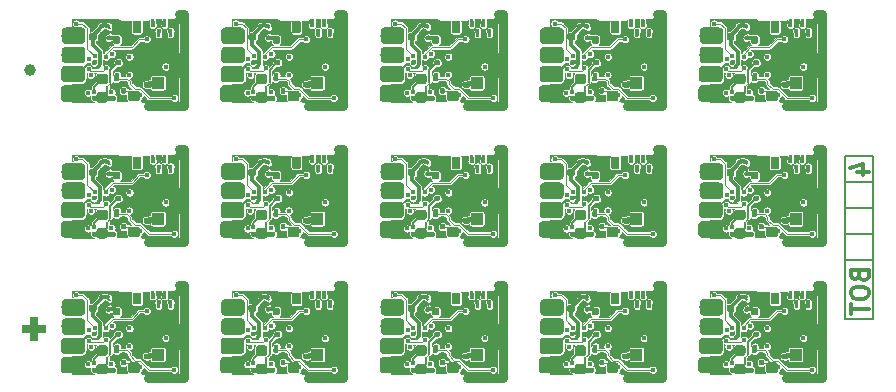
<source format=gbr>
G04 #@! TF.GenerationSoftware,KiCad,Pcbnew,(5.1.4)-1*
G04 #@! TF.CreationDate,2021-03-14T16:57:55+01:00*
G04 #@! TF.ProjectId,panel_5x3,70616e65-6c5f-4357-9833-2e6b69636164,rev?*
G04 #@! TF.SameCoordinates,Original*
G04 #@! TF.FileFunction,Copper,L4,Bot*
G04 #@! TF.FilePolarity,Positive*
%FSLAX46Y46*%
G04 Gerber Fmt 4.6, Leading zero omitted, Abs format (unit mm)*
G04 Created by KiCad (PCBNEW (5.1.4)-1) date 2021-03-14 16:57:55*
%MOMM*%
%LPD*%
G04 APERTURE LIST*
%ADD10C,0.300000*%
%ADD11C,0.250000*%
%ADD12C,0.300000*%
%ADD13C,0.700000*%
%ADD14C,0.875000*%
%ADD15C,0.400000*%
%ADD16C,0.590000*%
%ADD17C,1.400000*%
%ADD18R,0.070000X0.190000*%
%ADD19C,0.127314*%
%ADD20C,0.141424*%
%ADD21R,0.250000X0.220000*%
%ADD22C,0.240000*%
%ADD23C,0.127282*%
%ADD24C,1.050000*%
%ADD25C,1.000000*%
%ADD26R,1.000000X1.000000*%
%ADD27C,0.900000*%
%ADD28R,0.500000X0.500000*%
%ADD29R,2.100000X0.700000*%
%ADD30R,0.700000X2.100000*%
%ADD31C,0.150000*%
%ADD32C,0.800000*%
%ADD33C,0.100000*%
%ADD34C,0.200000*%
%ADD35C,0.400000*%
G04 APERTURE END LIST*
D10*
X182392857Y-75950001D02*
X182464285Y-76164286D01*
X182535714Y-76235715D01*
X182678571Y-76307143D01*
X182892857Y-76307143D01*
X183035714Y-76235715D01*
X183107142Y-76164286D01*
X183178571Y-76021429D01*
X183178571Y-75450001D01*
X181678571Y-75450001D01*
X181678571Y-75950001D01*
X181750000Y-76092858D01*
X181821428Y-76164286D01*
X181964285Y-76235715D01*
X182107142Y-76235715D01*
X182250000Y-76164286D01*
X182321428Y-76092858D01*
X182392857Y-75950001D01*
X182392857Y-75450001D01*
X181678571Y-77235715D02*
X181678571Y-77521429D01*
X181750000Y-77664286D01*
X181892857Y-77807143D01*
X182178571Y-77878572D01*
X182678571Y-77878572D01*
X182964285Y-77807143D01*
X183107142Y-77664286D01*
X183178571Y-77521429D01*
X183178571Y-77235715D01*
X183107142Y-77092858D01*
X182964285Y-76950001D01*
X182678571Y-76878572D01*
X182178571Y-76878572D01*
X181892857Y-76950001D01*
X181750000Y-77092858D01*
X181678571Y-77235715D01*
X181678571Y-78307143D02*
X181678571Y-79164286D01*
X183178571Y-78735715D02*
X181678571Y-78735715D01*
X182392857Y-75950001D02*
X182464285Y-76164286D01*
X182535714Y-76235715D01*
X182678571Y-76307143D01*
X182892857Y-76307143D01*
X183035714Y-76235715D01*
X183107142Y-76164286D01*
X183178571Y-76021429D01*
X183178571Y-75450001D01*
X181678571Y-75450001D01*
X181678571Y-75950001D01*
X181750000Y-76092858D01*
X181821428Y-76164286D01*
X181964285Y-76235715D01*
X182107142Y-76235715D01*
X182250000Y-76164286D01*
X182321428Y-76092858D01*
X182392857Y-75950001D01*
X182392857Y-75450001D01*
X181678571Y-77235715D02*
X181678571Y-77521429D01*
X181750000Y-77664286D01*
X181892857Y-77807143D01*
X182178571Y-77878572D01*
X182678571Y-77878572D01*
X182964285Y-77807143D01*
X183107142Y-77664286D01*
X183178571Y-77521429D01*
X183178571Y-77235715D01*
X183107142Y-77092858D01*
X182964285Y-76950001D01*
X182678571Y-76878572D01*
X182178571Y-76878572D01*
X181892857Y-76950001D01*
X181750000Y-77092858D01*
X181678571Y-77235715D01*
X181678571Y-78307143D02*
X181678571Y-79164286D01*
X183178571Y-78735715D02*
X181678571Y-78735715D01*
X182178571Y-67185714D02*
X183178571Y-67185714D01*
X181607142Y-66828571D02*
X182678571Y-66471428D01*
X182678571Y-67400000D01*
D11*
G36*
X178152351Y-78210361D02*
G01*
X178159632Y-78211441D01*
X178166771Y-78213229D01*
X178173701Y-78215709D01*
X178180355Y-78218856D01*
X178186668Y-78222640D01*
X178192579Y-78227024D01*
X178198033Y-78231967D01*
X178202976Y-78237421D01*
X178207360Y-78243332D01*
X178211144Y-78249645D01*
X178214291Y-78256299D01*
X178216771Y-78263229D01*
X178218559Y-78270368D01*
X178219639Y-78277649D01*
X178220000Y-78285000D01*
X178220000Y-78635000D01*
X178219639Y-78642351D01*
X178218559Y-78649632D01*
X178216771Y-78656771D01*
X178214291Y-78663701D01*
X178211144Y-78670355D01*
X178207360Y-78676668D01*
X178202976Y-78682579D01*
X178198033Y-78688033D01*
X178192579Y-78692976D01*
X178186668Y-78697360D01*
X178180355Y-78701144D01*
X178173701Y-78704291D01*
X178166771Y-78706771D01*
X178159632Y-78708559D01*
X178152351Y-78709639D01*
X178145000Y-78710000D01*
X177995000Y-78710000D01*
X177987649Y-78709639D01*
X177980368Y-78708559D01*
X177973229Y-78706771D01*
X177966299Y-78704291D01*
X177959645Y-78701144D01*
X177953332Y-78697360D01*
X177947421Y-78692976D01*
X177941967Y-78688033D01*
X177937024Y-78682579D01*
X177932640Y-78676668D01*
X177928856Y-78670355D01*
X177925709Y-78663701D01*
X177923229Y-78656771D01*
X177921441Y-78649632D01*
X177920361Y-78642351D01*
X177920000Y-78635000D01*
X177920000Y-78285000D01*
X177920361Y-78277649D01*
X177921441Y-78270368D01*
X177923229Y-78263229D01*
X177925709Y-78256299D01*
X177928856Y-78249645D01*
X177932640Y-78243332D01*
X177937024Y-78237421D01*
X177941967Y-78231967D01*
X177947421Y-78227024D01*
X177953332Y-78222640D01*
X177959645Y-78218856D01*
X177966299Y-78215709D01*
X177973229Y-78213229D01*
X177980368Y-78211441D01*
X177987649Y-78210361D01*
X177995000Y-78210000D01*
X178145000Y-78210000D01*
X178152351Y-78210361D01*
X178152351Y-78210361D01*
G37*
D12*
X178070000Y-78460000D03*
D11*
G36*
X178152351Y-77210361D02*
G01*
X178159632Y-77211441D01*
X178166771Y-77213229D01*
X178173701Y-77215709D01*
X178180355Y-77218856D01*
X178186668Y-77222640D01*
X178192579Y-77227024D01*
X178198033Y-77231967D01*
X178202976Y-77237421D01*
X178207360Y-77243332D01*
X178211144Y-77249645D01*
X178214291Y-77256299D01*
X178216771Y-77263229D01*
X178218559Y-77270368D01*
X178219639Y-77277649D01*
X178220000Y-77285000D01*
X178220000Y-77635000D01*
X178219639Y-77642351D01*
X178218559Y-77649632D01*
X178216771Y-77656771D01*
X178214291Y-77663701D01*
X178211144Y-77670355D01*
X178207360Y-77676668D01*
X178202976Y-77682579D01*
X178198033Y-77688033D01*
X178192579Y-77692976D01*
X178186668Y-77697360D01*
X178180355Y-77701144D01*
X178173701Y-77704291D01*
X178166771Y-77706771D01*
X178159632Y-77708559D01*
X178152351Y-77709639D01*
X178145000Y-77710000D01*
X177995000Y-77710000D01*
X177987649Y-77709639D01*
X177980368Y-77708559D01*
X177973229Y-77706771D01*
X177966299Y-77704291D01*
X177959645Y-77701144D01*
X177953332Y-77697360D01*
X177947421Y-77692976D01*
X177941967Y-77688033D01*
X177937024Y-77682579D01*
X177932640Y-77676668D01*
X177928856Y-77670355D01*
X177925709Y-77663701D01*
X177923229Y-77656771D01*
X177921441Y-77649632D01*
X177920361Y-77642351D01*
X177920000Y-77635000D01*
X177920000Y-77285000D01*
X177920361Y-77277649D01*
X177921441Y-77270368D01*
X177923229Y-77263229D01*
X177925709Y-77256299D01*
X177928856Y-77249645D01*
X177932640Y-77243332D01*
X177937024Y-77237421D01*
X177941967Y-77231967D01*
X177947421Y-77227024D01*
X177953332Y-77222640D01*
X177959645Y-77218856D01*
X177966299Y-77215709D01*
X177973229Y-77213229D01*
X177980368Y-77211441D01*
X177987649Y-77210361D01*
X177995000Y-77210000D01*
X178145000Y-77210000D01*
X178152351Y-77210361D01*
X178152351Y-77210361D01*
G37*
D12*
X178070000Y-77460000D03*
D11*
G36*
X176652351Y-78210361D02*
G01*
X176659632Y-78211441D01*
X176666771Y-78213229D01*
X176673701Y-78215709D01*
X176680355Y-78218856D01*
X176686668Y-78222640D01*
X176692579Y-78227024D01*
X176698033Y-78231967D01*
X176702976Y-78237421D01*
X176707360Y-78243332D01*
X176711144Y-78249645D01*
X176714291Y-78256299D01*
X176716771Y-78263229D01*
X176718559Y-78270368D01*
X176719639Y-78277649D01*
X176720000Y-78285000D01*
X176720000Y-78635000D01*
X176719639Y-78642351D01*
X176718559Y-78649632D01*
X176716771Y-78656771D01*
X176714291Y-78663701D01*
X176711144Y-78670355D01*
X176707360Y-78676668D01*
X176702976Y-78682579D01*
X176698033Y-78688033D01*
X176692579Y-78692976D01*
X176686668Y-78697360D01*
X176680355Y-78701144D01*
X176673701Y-78704291D01*
X176666771Y-78706771D01*
X176659632Y-78708559D01*
X176652351Y-78709639D01*
X176645000Y-78710000D01*
X176495000Y-78710000D01*
X176487649Y-78709639D01*
X176480368Y-78708559D01*
X176473229Y-78706771D01*
X176466299Y-78704291D01*
X176459645Y-78701144D01*
X176453332Y-78697360D01*
X176447421Y-78692976D01*
X176441967Y-78688033D01*
X176437024Y-78682579D01*
X176432640Y-78676668D01*
X176428856Y-78670355D01*
X176425709Y-78663701D01*
X176423229Y-78656771D01*
X176421441Y-78649632D01*
X176420361Y-78642351D01*
X176420000Y-78635000D01*
X176420000Y-78285000D01*
X176420361Y-78277649D01*
X176421441Y-78270368D01*
X176423229Y-78263229D01*
X176425709Y-78256299D01*
X176428856Y-78249645D01*
X176432640Y-78243332D01*
X176437024Y-78237421D01*
X176441967Y-78231967D01*
X176447421Y-78227024D01*
X176453332Y-78222640D01*
X176459645Y-78218856D01*
X176466299Y-78215709D01*
X176473229Y-78213229D01*
X176480368Y-78211441D01*
X176487649Y-78210361D01*
X176495000Y-78210000D01*
X176645000Y-78210000D01*
X176652351Y-78210361D01*
X176652351Y-78210361D01*
G37*
D12*
X176570000Y-78460000D03*
D11*
G36*
X176652351Y-77210361D02*
G01*
X176659632Y-77211441D01*
X176666771Y-77213229D01*
X176673701Y-77215709D01*
X176680355Y-77218856D01*
X176686668Y-77222640D01*
X176692579Y-77227024D01*
X176698033Y-77231967D01*
X176702976Y-77237421D01*
X176707360Y-77243332D01*
X176711144Y-77249645D01*
X176714291Y-77256299D01*
X176716771Y-77263229D01*
X176718559Y-77270368D01*
X176719639Y-77277649D01*
X176720000Y-77285000D01*
X176720000Y-77635000D01*
X176719639Y-77642351D01*
X176718559Y-77649632D01*
X176716771Y-77656771D01*
X176714291Y-77663701D01*
X176711144Y-77670355D01*
X176707360Y-77676668D01*
X176702976Y-77682579D01*
X176698033Y-77688033D01*
X176692579Y-77692976D01*
X176686668Y-77697360D01*
X176680355Y-77701144D01*
X176673701Y-77704291D01*
X176666771Y-77706771D01*
X176659632Y-77708559D01*
X176652351Y-77709639D01*
X176645000Y-77710000D01*
X176495000Y-77710000D01*
X176487649Y-77709639D01*
X176480368Y-77708559D01*
X176473229Y-77706771D01*
X176466299Y-77704291D01*
X176459645Y-77701144D01*
X176453332Y-77697360D01*
X176447421Y-77692976D01*
X176441967Y-77688033D01*
X176437024Y-77682579D01*
X176432640Y-77676668D01*
X176428856Y-77670355D01*
X176425709Y-77663701D01*
X176423229Y-77656771D01*
X176421441Y-77649632D01*
X176420361Y-77642351D01*
X176420000Y-77635000D01*
X176420000Y-77285000D01*
X176420361Y-77277649D01*
X176421441Y-77270368D01*
X176423229Y-77263229D01*
X176425709Y-77256299D01*
X176428856Y-77249645D01*
X176432640Y-77243332D01*
X176437024Y-77237421D01*
X176441967Y-77231967D01*
X176447421Y-77227024D01*
X176453332Y-77222640D01*
X176459645Y-77218856D01*
X176466299Y-77215709D01*
X176473229Y-77213229D01*
X176480368Y-77211441D01*
X176487649Y-77210361D01*
X176495000Y-77210000D01*
X176645000Y-77210000D01*
X176652351Y-77210361D01*
X176652351Y-77210361D01*
G37*
D12*
X176570000Y-77460000D03*
D11*
G36*
X177152351Y-78210361D02*
G01*
X177159632Y-78211441D01*
X177166771Y-78213229D01*
X177173701Y-78215709D01*
X177180355Y-78218856D01*
X177186668Y-78222640D01*
X177192579Y-78227024D01*
X177198033Y-78231967D01*
X177202976Y-78237421D01*
X177207360Y-78243332D01*
X177211144Y-78249645D01*
X177214291Y-78256299D01*
X177216771Y-78263229D01*
X177218559Y-78270368D01*
X177219639Y-78277649D01*
X177220000Y-78285000D01*
X177220000Y-78635000D01*
X177219639Y-78642351D01*
X177218559Y-78649632D01*
X177216771Y-78656771D01*
X177214291Y-78663701D01*
X177211144Y-78670355D01*
X177207360Y-78676668D01*
X177202976Y-78682579D01*
X177198033Y-78688033D01*
X177192579Y-78692976D01*
X177186668Y-78697360D01*
X177180355Y-78701144D01*
X177173701Y-78704291D01*
X177166771Y-78706771D01*
X177159632Y-78708559D01*
X177152351Y-78709639D01*
X177145000Y-78710000D01*
X176995000Y-78710000D01*
X176987649Y-78709639D01*
X176980368Y-78708559D01*
X176973229Y-78706771D01*
X176966299Y-78704291D01*
X176959645Y-78701144D01*
X176953332Y-78697360D01*
X176947421Y-78692976D01*
X176941967Y-78688033D01*
X176937024Y-78682579D01*
X176932640Y-78676668D01*
X176928856Y-78670355D01*
X176925709Y-78663701D01*
X176923229Y-78656771D01*
X176921441Y-78649632D01*
X176920361Y-78642351D01*
X176920000Y-78635000D01*
X176920000Y-78285000D01*
X176920361Y-78277649D01*
X176921441Y-78270368D01*
X176923229Y-78263229D01*
X176925709Y-78256299D01*
X176928856Y-78249645D01*
X176932640Y-78243332D01*
X176937024Y-78237421D01*
X176941967Y-78231967D01*
X176947421Y-78227024D01*
X176953332Y-78222640D01*
X176959645Y-78218856D01*
X176966299Y-78215709D01*
X176973229Y-78213229D01*
X176980368Y-78211441D01*
X176987649Y-78210361D01*
X176995000Y-78210000D01*
X177145000Y-78210000D01*
X177152351Y-78210361D01*
X177152351Y-78210361D01*
G37*
D12*
X177070000Y-78460000D03*
D11*
G36*
X177152351Y-77210361D02*
G01*
X177159632Y-77211441D01*
X177166771Y-77213229D01*
X177173701Y-77215709D01*
X177180355Y-77218856D01*
X177186668Y-77222640D01*
X177192579Y-77227024D01*
X177198033Y-77231967D01*
X177202976Y-77237421D01*
X177207360Y-77243332D01*
X177211144Y-77249645D01*
X177214291Y-77256299D01*
X177216771Y-77263229D01*
X177218559Y-77270368D01*
X177219639Y-77277649D01*
X177220000Y-77285000D01*
X177220000Y-77635000D01*
X177219639Y-77642351D01*
X177218559Y-77649632D01*
X177216771Y-77656771D01*
X177214291Y-77663701D01*
X177211144Y-77670355D01*
X177207360Y-77676668D01*
X177202976Y-77682579D01*
X177198033Y-77688033D01*
X177192579Y-77692976D01*
X177186668Y-77697360D01*
X177180355Y-77701144D01*
X177173701Y-77704291D01*
X177166771Y-77706771D01*
X177159632Y-77708559D01*
X177152351Y-77709639D01*
X177145000Y-77710000D01*
X176995000Y-77710000D01*
X176987649Y-77709639D01*
X176980368Y-77708559D01*
X176973229Y-77706771D01*
X176966299Y-77704291D01*
X176959645Y-77701144D01*
X176953332Y-77697360D01*
X176947421Y-77692976D01*
X176941967Y-77688033D01*
X176937024Y-77682579D01*
X176932640Y-77676668D01*
X176928856Y-77670355D01*
X176925709Y-77663701D01*
X176923229Y-77656771D01*
X176921441Y-77649632D01*
X176920361Y-77642351D01*
X176920000Y-77635000D01*
X176920000Y-77285000D01*
X176920361Y-77277649D01*
X176921441Y-77270368D01*
X176923229Y-77263229D01*
X176925709Y-77256299D01*
X176928856Y-77249645D01*
X176932640Y-77243332D01*
X176937024Y-77237421D01*
X176941967Y-77231967D01*
X176947421Y-77227024D01*
X176953332Y-77222640D01*
X176959645Y-77218856D01*
X176966299Y-77215709D01*
X176973229Y-77213229D01*
X176980368Y-77211441D01*
X176987649Y-77210361D01*
X176995000Y-77210000D01*
X177145000Y-77210000D01*
X177152351Y-77210361D01*
X177152351Y-77210361D01*
G37*
D12*
X177070000Y-77460000D03*
D11*
G36*
X177652351Y-78210361D02*
G01*
X177659632Y-78211441D01*
X177666771Y-78213229D01*
X177673701Y-78215709D01*
X177680355Y-78218856D01*
X177686668Y-78222640D01*
X177692579Y-78227024D01*
X177698033Y-78231967D01*
X177702976Y-78237421D01*
X177707360Y-78243332D01*
X177711144Y-78249645D01*
X177714291Y-78256299D01*
X177716771Y-78263229D01*
X177718559Y-78270368D01*
X177719639Y-78277649D01*
X177720000Y-78285000D01*
X177720000Y-78635000D01*
X177719639Y-78642351D01*
X177718559Y-78649632D01*
X177716771Y-78656771D01*
X177714291Y-78663701D01*
X177711144Y-78670355D01*
X177707360Y-78676668D01*
X177702976Y-78682579D01*
X177698033Y-78688033D01*
X177692579Y-78692976D01*
X177686668Y-78697360D01*
X177680355Y-78701144D01*
X177673701Y-78704291D01*
X177666771Y-78706771D01*
X177659632Y-78708559D01*
X177652351Y-78709639D01*
X177645000Y-78710000D01*
X177495000Y-78710000D01*
X177487649Y-78709639D01*
X177480368Y-78708559D01*
X177473229Y-78706771D01*
X177466299Y-78704291D01*
X177459645Y-78701144D01*
X177453332Y-78697360D01*
X177447421Y-78692976D01*
X177441967Y-78688033D01*
X177437024Y-78682579D01*
X177432640Y-78676668D01*
X177428856Y-78670355D01*
X177425709Y-78663701D01*
X177423229Y-78656771D01*
X177421441Y-78649632D01*
X177420361Y-78642351D01*
X177420000Y-78635000D01*
X177420000Y-78285000D01*
X177420361Y-78277649D01*
X177421441Y-78270368D01*
X177423229Y-78263229D01*
X177425709Y-78256299D01*
X177428856Y-78249645D01*
X177432640Y-78243332D01*
X177437024Y-78237421D01*
X177441967Y-78231967D01*
X177447421Y-78227024D01*
X177453332Y-78222640D01*
X177459645Y-78218856D01*
X177466299Y-78215709D01*
X177473229Y-78213229D01*
X177480368Y-78211441D01*
X177487649Y-78210361D01*
X177495000Y-78210000D01*
X177645000Y-78210000D01*
X177652351Y-78210361D01*
X177652351Y-78210361D01*
G37*
D12*
X177570000Y-78460000D03*
D11*
G36*
X177652351Y-77210361D02*
G01*
X177659632Y-77211441D01*
X177666771Y-77213229D01*
X177673701Y-77215709D01*
X177680355Y-77218856D01*
X177686668Y-77222640D01*
X177692579Y-77227024D01*
X177698033Y-77231967D01*
X177702976Y-77237421D01*
X177707360Y-77243332D01*
X177711144Y-77249645D01*
X177714291Y-77256299D01*
X177716771Y-77263229D01*
X177718559Y-77270368D01*
X177719639Y-77277649D01*
X177720000Y-77285000D01*
X177720000Y-77635000D01*
X177719639Y-77642351D01*
X177718559Y-77649632D01*
X177716771Y-77656771D01*
X177714291Y-77663701D01*
X177711144Y-77670355D01*
X177707360Y-77676668D01*
X177702976Y-77682579D01*
X177698033Y-77688033D01*
X177692579Y-77692976D01*
X177686668Y-77697360D01*
X177680355Y-77701144D01*
X177673701Y-77704291D01*
X177666771Y-77706771D01*
X177659632Y-77708559D01*
X177652351Y-77709639D01*
X177645000Y-77710000D01*
X177495000Y-77710000D01*
X177487649Y-77709639D01*
X177480368Y-77708559D01*
X177473229Y-77706771D01*
X177466299Y-77704291D01*
X177459645Y-77701144D01*
X177453332Y-77697360D01*
X177447421Y-77692976D01*
X177441967Y-77688033D01*
X177437024Y-77682579D01*
X177432640Y-77676668D01*
X177428856Y-77670355D01*
X177425709Y-77663701D01*
X177423229Y-77656771D01*
X177421441Y-77649632D01*
X177420361Y-77642351D01*
X177420000Y-77635000D01*
X177420000Y-77285000D01*
X177420361Y-77277649D01*
X177421441Y-77270368D01*
X177423229Y-77263229D01*
X177425709Y-77256299D01*
X177428856Y-77249645D01*
X177432640Y-77243332D01*
X177437024Y-77237421D01*
X177441967Y-77231967D01*
X177447421Y-77227024D01*
X177453332Y-77222640D01*
X177459645Y-77218856D01*
X177466299Y-77215709D01*
X177473229Y-77213229D01*
X177480368Y-77211441D01*
X177487649Y-77210361D01*
X177495000Y-77210000D01*
X177645000Y-77210000D01*
X177652351Y-77210361D01*
X177652351Y-77210361D01*
G37*
D12*
X177570000Y-77460000D03*
D11*
G36*
X164652351Y-78210361D02*
G01*
X164659632Y-78211441D01*
X164666771Y-78213229D01*
X164673701Y-78215709D01*
X164680355Y-78218856D01*
X164686668Y-78222640D01*
X164692579Y-78227024D01*
X164698033Y-78231967D01*
X164702976Y-78237421D01*
X164707360Y-78243332D01*
X164711144Y-78249645D01*
X164714291Y-78256299D01*
X164716771Y-78263229D01*
X164718559Y-78270368D01*
X164719639Y-78277649D01*
X164720000Y-78285000D01*
X164720000Y-78635000D01*
X164719639Y-78642351D01*
X164718559Y-78649632D01*
X164716771Y-78656771D01*
X164714291Y-78663701D01*
X164711144Y-78670355D01*
X164707360Y-78676668D01*
X164702976Y-78682579D01*
X164698033Y-78688033D01*
X164692579Y-78692976D01*
X164686668Y-78697360D01*
X164680355Y-78701144D01*
X164673701Y-78704291D01*
X164666771Y-78706771D01*
X164659632Y-78708559D01*
X164652351Y-78709639D01*
X164645000Y-78710000D01*
X164495000Y-78710000D01*
X164487649Y-78709639D01*
X164480368Y-78708559D01*
X164473229Y-78706771D01*
X164466299Y-78704291D01*
X164459645Y-78701144D01*
X164453332Y-78697360D01*
X164447421Y-78692976D01*
X164441967Y-78688033D01*
X164437024Y-78682579D01*
X164432640Y-78676668D01*
X164428856Y-78670355D01*
X164425709Y-78663701D01*
X164423229Y-78656771D01*
X164421441Y-78649632D01*
X164420361Y-78642351D01*
X164420000Y-78635000D01*
X164420000Y-78285000D01*
X164420361Y-78277649D01*
X164421441Y-78270368D01*
X164423229Y-78263229D01*
X164425709Y-78256299D01*
X164428856Y-78249645D01*
X164432640Y-78243332D01*
X164437024Y-78237421D01*
X164441967Y-78231967D01*
X164447421Y-78227024D01*
X164453332Y-78222640D01*
X164459645Y-78218856D01*
X164466299Y-78215709D01*
X164473229Y-78213229D01*
X164480368Y-78211441D01*
X164487649Y-78210361D01*
X164495000Y-78210000D01*
X164645000Y-78210000D01*
X164652351Y-78210361D01*
X164652351Y-78210361D01*
G37*
D12*
X164570000Y-78460000D03*
D11*
G36*
X164652351Y-77210361D02*
G01*
X164659632Y-77211441D01*
X164666771Y-77213229D01*
X164673701Y-77215709D01*
X164680355Y-77218856D01*
X164686668Y-77222640D01*
X164692579Y-77227024D01*
X164698033Y-77231967D01*
X164702976Y-77237421D01*
X164707360Y-77243332D01*
X164711144Y-77249645D01*
X164714291Y-77256299D01*
X164716771Y-77263229D01*
X164718559Y-77270368D01*
X164719639Y-77277649D01*
X164720000Y-77285000D01*
X164720000Y-77635000D01*
X164719639Y-77642351D01*
X164718559Y-77649632D01*
X164716771Y-77656771D01*
X164714291Y-77663701D01*
X164711144Y-77670355D01*
X164707360Y-77676668D01*
X164702976Y-77682579D01*
X164698033Y-77688033D01*
X164692579Y-77692976D01*
X164686668Y-77697360D01*
X164680355Y-77701144D01*
X164673701Y-77704291D01*
X164666771Y-77706771D01*
X164659632Y-77708559D01*
X164652351Y-77709639D01*
X164645000Y-77710000D01*
X164495000Y-77710000D01*
X164487649Y-77709639D01*
X164480368Y-77708559D01*
X164473229Y-77706771D01*
X164466299Y-77704291D01*
X164459645Y-77701144D01*
X164453332Y-77697360D01*
X164447421Y-77692976D01*
X164441967Y-77688033D01*
X164437024Y-77682579D01*
X164432640Y-77676668D01*
X164428856Y-77670355D01*
X164425709Y-77663701D01*
X164423229Y-77656771D01*
X164421441Y-77649632D01*
X164420361Y-77642351D01*
X164420000Y-77635000D01*
X164420000Y-77285000D01*
X164420361Y-77277649D01*
X164421441Y-77270368D01*
X164423229Y-77263229D01*
X164425709Y-77256299D01*
X164428856Y-77249645D01*
X164432640Y-77243332D01*
X164437024Y-77237421D01*
X164441967Y-77231967D01*
X164447421Y-77227024D01*
X164453332Y-77222640D01*
X164459645Y-77218856D01*
X164466299Y-77215709D01*
X164473229Y-77213229D01*
X164480368Y-77211441D01*
X164487649Y-77210361D01*
X164495000Y-77210000D01*
X164645000Y-77210000D01*
X164652351Y-77210361D01*
X164652351Y-77210361D01*
G37*
D12*
X164570000Y-77460000D03*
D11*
G36*
X163152351Y-78210361D02*
G01*
X163159632Y-78211441D01*
X163166771Y-78213229D01*
X163173701Y-78215709D01*
X163180355Y-78218856D01*
X163186668Y-78222640D01*
X163192579Y-78227024D01*
X163198033Y-78231967D01*
X163202976Y-78237421D01*
X163207360Y-78243332D01*
X163211144Y-78249645D01*
X163214291Y-78256299D01*
X163216771Y-78263229D01*
X163218559Y-78270368D01*
X163219639Y-78277649D01*
X163220000Y-78285000D01*
X163220000Y-78635000D01*
X163219639Y-78642351D01*
X163218559Y-78649632D01*
X163216771Y-78656771D01*
X163214291Y-78663701D01*
X163211144Y-78670355D01*
X163207360Y-78676668D01*
X163202976Y-78682579D01*
X163198033Y-78688033D01*
X163192579Y-78692976D01*
X163186668Y-78697360D01*
X163180355Y-78701144D01*
X163173701Y-78704291D01*
X163166771Y-78706771D01*
X163159632Y-78708559D01*
X163152351Y-78709639D01*
X163145000Y-78710000D01*
X162995000Y-78710000D01*
X162987649Y-78709639D01*
X162980368Y-78708559D01*
X162973229Y-78706771D01*
X162966299Y-78704291D01*
X162959645Y-78701144D01*
X162953332Y-78697360D01*
X162947421Y-78692976D01*
X162941967Y-78688033D01*
X162937024Y-78682579D01*
X162932640Y-78676668D01*
X162928856Y-78670355D01*
X162925709Y-78663701D01*
X162923229Y-78656771D01*
X162921441Y-78649632D01*
X162920361Y-78642351D01*
X162920000Y-78635000D01*
X162920000Y-78285000D01*
X162920361Y-78277649D01*
X162921441Y-78270368D01*
X162923229Y-78263229D01*
X162925709Y-78256299D01*
X162928856Y-78249645D01*
X162932640Y-78243332D01*
X162937024Y-78237421D01*
X162941967Y-78231967D01*
X162947421Y-78227024D01*
X162953332Y-78222640D01*
X162959645Y-78218856D01*
X162966299Y-78215709D01*
X162973229Y-78213229D01*
X162980368Y-78211441D01*
X162987649Y-78210361D01*
X162995000Y-78210000D01*
X163145000Y-78210000D01*
X163152351Y-78210361D01*
X163152351Y-78210361D01*
G37*
D12*
X163070000Y-78460000D03*
D11*
G36*
X163152351Y-77210361D02*
G01*
X163159632Y-77211441D01*
X163166771Y-77213229D01*
X163173701Y-77215709D01*
X163180355Y-77218856D01*
X163186668Y-77222640D01*
X163192579Y-77227024D01*
X163198033Y-77231967D01*
X163202976Y-77237421D01*
X163207360Y-77243332D01*
X163211144Y-77249645D01*
X163214291Y-77256299D01*
X163216771Y-77263229D01*
X163218559Y-77270368D01*
X163219639Y-77277649D01*
X163220000Y-77285000D01*
X163220000Y-77635000D01*
X163219639Y-77642351D01*
X163218559Y-77649632D01*
X163216771Y-77656771D01*
X163214291Y-77663701D01*
X163211144Y-77670355D01*
X163207360Y-77676668D01*
X163202976Y-77682579D01*
X163198033Y-77688033D01*
X163192579Y-77692976D01*
X163186668Y-77697360D01*
X163180355Y-77701144D01*
X163173701Y-77704291D01*
X163166771Y-77706771D01*
X163159632Y-77708559D01*
X163152351Y-77709639D01*
X163145000Y-77710000D01*
X162995000Y-77710000D01*
X162987649Y-77709639D01*
X162980368Y-77708559D01*
X162973229Y-77706771D01*
X162966299Y-77704291D01*
X162959645Y-77701144D01*
X162953332Y-77697360D01*
X162947421Y-77692976D01*
X162941967Y-77688033D01*
X162937024Y-77682579D01*
X162932640Y-77676668D01*
X162928856Y-77670355D01*
X162925709Y-77663701D01*
X162923229Y-77656771D01*
X162921441Y-77649632D01*
X162920361Y-77642351D01*
X162920000Y-77635000D01*
X162920000Y-77285000D01*
X162920361Y-77277649D01*
X162921441Y-77270368D01*
X162923229Y-77263229D01*
X162925709Y-77256299D01*
X162928856Y-77249645D01*
X162932640Y-77243332D01*
X162937024Y-77237421D01*
X162941967Y-77231967D01*
X162947421Y-77227024D01*
X162953332Y-77222640D01*
X162959645Y-77218856D01*
X162966299Y-77215709D01*
X162973229Y-77213229D01*
X162980368Y-77211441D01*
X162987649Y-77210361D01*
X162995000Y-77210000D01*
X163145000Y-77210000D01*
X163152351Y-77210361D01*
X163152351Y-77210361D01*
G37*
D12*
X163070000Y-77460000D03*
D11*
G36*
X163652351Y-78210361D02*
G01*
X163659632Y-78211441D01*
X163666771Y-78213229D01*
X163673701Y-78215709D01*
X163680355Y-78218856D01*
X163686668Y-78222640D01*
X163692579Y-78227024D01*
X163698033Y-78231967D01*
X163702976Y-78237421D01*
X163707360Y-78243332D01*
X163711144Y-78249645D01*
X163714291Y-78256299D01*
X163716771Y-78263229D01*
X163718559Y-78270368D01*
X163719639Y-78277649D01*
X163720000Y-78285000D01*
X163720000Y-78635000D01*
X163719639Y-78642351D01*
X163718559Y-78649632D01*
X163716771Y-78656771D01*
X163714291Y-78663701D01*
X163711144Y-78670355D01*
X163707360Y-78676668D01*
X163702976Y-78682579D01*
X163698033Y-78688033D01*
X163692579Y-78692976D01*
X163686668Y-78697360D01*
X163680355Y-78701144D01*
X163673701Y-78704291D01*
X163666771Y-78706771D01*
X163659632Y-78708559D01*
X163652351Y-78709639D01*
X163645000Y-78710000D01*
X163495000Y-78710000D01*
X163487649Y-78709639D01*
X163480368Y-78708559D01*
X163473229Y-78706771D01*
X163466299Y-78704291D01*
X163459645Y-78701144D01*
X163453332Y-78697360D01*
X163447421Y-78692976D01*
X163441967Y-78688033D01*
X163437024Y-78682579D01*
X163432640Y-78676668D01*
X163428856Y-78670355D01*
X163425709Y-78663701D01*
X163423229Y-78656771D01*
X163421441Y-78649632D01*
X163420361Y-78642351D01*
X163420000Y-78635000D01*
X163420000Y-78285000D01*
X163420361Y-78277649D01*
X163421441Y-78270368D01*
X163423229Y-78263229D01*
X163425709Y-78256299D01*
X163428856Y-78249645D01*
X163432640Y-78243332D01*
X163437024Y-78237421D01*
X163441967Y-78231967D01*
X163447421Y-78227024D01*
X163453332Y-78222640D01*
X163459645Y-78218856D01*
X163466299Y-78215709D01*
X163473229Y-78213229D01*
X163480368Y-78211441D01*
X163487649Y-78210361D01*
X163495000Y-78210000D01*
X163645000Y-78210000D01*
X163652351Y-78210361D01*
X163652351Y-78210361D01*
G37*
D12*
X163570000Y-78460000D03*
D11*
G36*
X163652351Y-77210361D02*
G01*
X163659632Y-77211441D01*
X163666771Y-77213229D01*
X163673701Y-77215709D01*
X163680355Y-77218856D01*
X163686668Y-77222640D01*
X163692579Y-77227024D01*
X163698033Y-77231967D01*
X163702976Y-77237421D01*
X163707360Y-77243332D01*
X163711144Y-77249645D01*
X163714291Y-77256299D01*
X163716771Y-77263229D01*
X163718559Y-77270368D01*
X163719639Y-77277649D01*
X163720000Y-77285000D01*
X163720000Y-77635000D01*
X163719639Y-77642351D01*
X163718559Y-77649632D01*
X163716771Y-77656771D01*
X163714291Y-77663701D01*
X163711144Y-77670355D01*
X163707360Y-77676668D01*
X163702976Y-77682579D01*
X163698033Y-77688033D01*
X163692579Y-77692976D01*
X163686668Y-77697360D01*
X163680355Y-77701144D01*
X163673701Y-77704291D01*
X163666771Y-77706771D01*
X163659632Y-77708559D01*
X163652351Y-77709639D01*
X163645000Y-77710000D01*
X163495000Y-77710000D01*
X163487649Y-77709639D01*
X163480368Y-77708559D01*
X163473229Y-77706771D01*
X163466299Y-77704291D01*
X163459645Y-77701144D01*
X163453332Y-77697360D01*
X163447421Y-77692976D01*
X163441967Y-77688033D01*
X163437024Y-77682579D01*
X163432640Y-77676668D01*
X163428856Y-77670355D01*
X163425709Y-77663701D01*
X163423229Y-77656771D01*
X163421441Y-77649632D01*
X163420361Y-77642351D01*
X163420000Y-77635000D01*
X163420000Y-77285000D01*
X163420361Y-77277649D01*
X163421441Y-77270368D01*
X163423229Y-77263229D01*
X163425709Y-77256299D01*
X163428856Y-77249645D01*
X163432640Y-77243332D01*
X163437024Y-77237421D01*
X163441967Y-77231967D01*
X163447421Y-77227024D01*
X163453332Y-77222640D01*
X163459645Y-77218856D01*
X163466299Y-77215709D01*
X163473229Y-77213229D01*
X163480368Y-77211441D01*
X163487649Y-77210361D01*
X163495000Y-77210000D01*
X163645000Y-77210000D01*
X163652351Y-77210361D01*
X163652351Y-77210361D01*
G37*
D12*
X163570000Y-77460000D03*
D11*
G36*
X164152351Y-78210361D02*
G01*
X164159632Y-78211441D01*
X164166771Y-78213229D01*
X164173701Y-78215709D01*
X164180355Y-78218856D01*
X164186668Y-78222640D01*
X164192579Y-78227024D01*
X164198033Y-78231967D01*
X164202976Y-78237421D01*
X164207360Y-78243332D01*
X164211144Y-78249645D01*
X164214291Y-78256299D01*
X164216771Y-78263229D01*
X164218559Y-78270368D01*
X164219639Y-78277649D01*
X164220000Y-78285000D01*
X164220000Y-78635000D01*
X164219639Y-78642351D01*
X164218559Y-78649632D01*
X164216771Y-78656771D01*
X164214291Y-78663701D01*
X164211144Y-78670355D01*
X164207360Y-78676668D01*
X164202976Y-78682579D01*
X164198033Y-78688033D01*
X164192579Y-78692976D01*
X164186668Y-78697360D01*
X164180355Y-78701144D01*
X164173701Y-78704291D01*
X164166771Y-78706771D01*
X164159632Y-78708559D01*
X164152351Y-78709639D01*
X164145000Y-78710000D01*
X163995000Y-78710000D01*
X163987649Y-78709639D01*
X163980368Y-78708559D01*
X163973229Y-78706771D01*
X163966299Y-78704291D01*
X163959645Y-78701144D01*
X163953332Y-78697360D01*
X163947421Y-78692976D01*
X163941967Y-78688033D01*
X163937024Y-78682579D01*
X163932640Y-78676668D01*
X163928856Y-78670355D01*
X163925709Y-78663701D01*
X163923229Y-78656771D01*
X163921441Y-78649632D01*
X163920361Y-78642351D01*
X163920000Y-78635000D01*
X163920000Y-78285000D01*
X163920361Y-78277649D01*
X163921441Y-78270368D01*
X163923229Y-78263229D01*
X163925709Y-78256299D01*
X163928856Y-78249645D01*
X163932640Y-78243332D01*
X163937024Y-78237421D01*
X163941967Y-78231967D01*
X163947421Y-78227024D01*
X163953332Y-78222640D01*
X163959645Y-78218856D01*
X163966299Y-78215709D01*
X163973229Y-78213229D01*
X163980368Y-78211441D01*
X163987649Y-78210361D01*
X163995000Y-78210000D01*
X164145000Y-78210000D01*
X164152351Y-78210361D01*
X164152351Y-78210361D01*
G37*
D12*
X164070000Y-78460000D03*
D11*
G36*
X164152351Y-77210361D02*
G01*
X164159632Y-77211441D01*
X164166771Y-77213229D01*
X164173701Y-77215709D01*
X164180355Y-77218856D01*
X164186668Y-77222640D01*
X164192579Y-77227024D01*
X164198033Y-77231967D01*
X164202976Y-77237421D01*
X164207360Y-77243332D01*
X164211144Y-77249645D01*
X164214291Y-77256299D01*
X164216771Y-77263229D01*
X164218559Y-77270368D01*
X164219639Y-77277649D01*
X164220000Y-77285000D01*
X164220000Y-77635000D01*
X164219639Y-77642351D01*
X164218559Y-77649632D01*
X164216771Y-77656771D01*
X164214291Y-77663701D01*
X164211144Y-77670355D01*
X164207360Y-77676668D01*
X164202976Y-77682579D01*
X164198033Y-77688033D01*
X164192579Y-77692976D01*
X164186668Y-77697360D01*
X164180355Y-77701144D01*
X164173701Y-77704291D01*
X164166771Y-77706771D01*
X164159632Y-77708559D01*
X164152351Y-77709639D01*
X164145000Y-77710000D01*
X163995000Y-77710000D01*
X163987649Y-77709639D01*
X163980368Y-77708559D01*
X163973229Y-77706771D01*
X163966299Y-77704291D01*
X163959645Y-77701144D01*
X163953332Y-77697360D01*
X163947421Y-77692976D01*
X163941967Y-77688033D01*
X163937024Y-77682579D01*
X163932640Y-77676668D01*
X163928856Y-77670355D01*
X163925709Y-77663701D01*
X163923229Y-77656771D01*
X163921441Y-77649632D01*
X163920361Y-77642351D01*
X163920000Y-77635000D01*
X163920000Y-77285000D01*
X163920361Y-77277649D01*
X163921441Y-77270368D01*
X163923229Y-77263229D01*
X163925709Y-77256299D01*
X163928856Y-77249645D01*
X163932640Y-77243332D01*
X163937024Y-77237421D01*
X163941967Y-77231967D01*
X163947421Y-77227024D01*
X163953332Y-77222640D01*
X163959645Y-77218856D01*
X163966299Y-77215709D01*
X163973229Y-77213229D01*
X163980368Y-77211441D01*
X163987649Y-77210361D01*
X163995000Y-77210000D01*
X164145000Y-77210000D01*
X164152351Y-77210361D01*
X164152351Y-77210361D01*
G37*
D12*
X164070000Y-77460000D03*
D11*
G36*
X151152351Y-78210361D02*
G01*
X151159632Y-78211441D01*
X151166771Y-78213229D01*
X151173701Y-78215709D01*
X151180355Y-78218856D01*
X151186668Y-78222640D01*
X151192579Y-78227024D01*
X151198033Y-78231967D01*
X151202976Y-78237421D01*
X151207360Y-78243332D01*
X151211144Y-78249645D01*
X151214291Y-78256299D01*
X151216771Y-78263229D01*
X151218559Y-78270368D01*
X151219639Y-78277649D01*
X151220000Y-78285000D01*
X151220000Y-78635000D01*
X151219639Y-78642351D01*
X151218559Y-78649632D01*
X151216771Y-78656771D01*
X151214291Y-78663701D01*
X151211144Y-78670355D01*
X151207360Y-78676668D01*
X151202976Y-78682579D01*
X151198033Y-78688033D01*
X151192579Y-78692976D01*
X151186668Y-78697360D01*
X151180355Y-78701144D01*
X151173701Y-78704291D01*
X151166771Y-78706771D01*
X151159632Y-78708559D01*
X151152351Y-78709639D01*
X151145000Y-78710000D01*
X150995000Y-78710000D01*
X150987649Y-78709639D01*
X150980368Y-78708559D01*
X150973229Y-78706771D01*
X150966299Y-78704291D01*
X150959645Y-78701144D01*
X150953332Y-78697360D01*
X150947421Y-78692976D01*
X150941967Y-78688033D01*
X150937024Y-78682579D01*
X150932640Y-78676668D01*
X150928856Y-78670355D01*
X150925709Y-78663701D01*
X150923229Y-78656771D01*
X150921441Y-78649632D01*
X150920361Y-78642351D01*
X150920000Y-78635000D01*
X150920000Y-78285000D01*
X150920361Y-78277649D01*
X150921441Y-78270368D01*
X150923229Y-78263229D01*
X150925709Y-78256299D01*
X150928856Y-78249645D01*
X150932640Y-78243332D01*
X150937024Y-78237421D01*
X150941967Y-78231967D01*
X150947421Y-78227024D01*
X150953332Y-78222640D01*
X150959645Y-78218856D01*
X150966299Y-78215709D01*
X150973229Y-78213229D01*
X150980368Y-78211441D01*
X150987649Y-78210361D01*
X150995000Y-78210000D01*
X151145000Y-78210000D01*
X151152351Y-78210361D01*
X151152351Y-78210361D01*
G37*
D12*
X151070000Y-78460000D03*
D11*
G36*
X151152351Y-77210361D02*
G01*
X151159632Y-77211441D01*
X151166771Y-77213229D01*
X151173701Y-77215709D01*
X151180355Y-77218856D01*
X151186668Y-77222640D01*
X151192579Y-77227024D01*
X151198033Y-77231967D01*
X151202976Y-77237421D01*
X151207360Y-77243332D01*
X151211144Y-77249645D01*
X151214291Y-77256299D01*
X151216771Y-77263229D01*
X151218559Y-77270368D01*
X151219639Y-77277649D01*
X151220000Y-77285000D01*
X151220000Y-77635000D01*
X151219639Y-77642351D01*
X151218559Y-77649632D01*
X151216771Y-77656771D01*
X151214291Y-77663701D01*
X151211144Y-77670355D01*
X151207360Y-77676668D01*
X151202976Y-77682579D01*
X151198033Y-77688033D01*
X151192579Y-77692976D01*
X151186668Y-77697360D01*
X151180355Y-77701144D01*
X151173701Y-77704291D01*
X151166771Y-77706771D01*
X151159632Y-77708559D01*
X151152351Y-77709639D01*
X151145000Y-77710000D01*
X150995000Y-77710000D01*
X150987649Y-77709639D01*
X150980368Y-77708559D01*
X150973229Y-77706771D01*
X150966299Y-77704291D01*
X150959645Y-77701144D01*
X150953332Y-77697360D01*
X150947421Y-77692976D01*
X150941967Y-77688033D01*
X150937024Y-77682579D01*
X150932640Y-77676668D01*
X150928856Y-77670355D01*
X150925709Y-77663701D01*
X150923229Y-77656771D01*
X150921441Y-77649632D01*
X150920361Y-77642351D01*
X150920000Y-77635000D01*
X150920000Y-77285000D01*
X150920361Y-77277649D01*
X150921441Y-77270368D01*
X150923229Y-77263229D01*
X150925709Y-77256299D01*
X150928856Y-77249645D01*
X150932640Y-77243332D01*
X150937024Y-77237421D01*
X150941967Y-77231967D01*
X150947421Y-77227024D01*
X150953332Y-77222640D01*
X150959645Y-77218856D01*
X150966299Y-77215709D01*
X150973229Y-77213229D01*
X150980368Y-77211441D01*
X150987649Y-77210361D01*
X150995000Y-77210000D01*
X151145000Y-77210000D01*
X151152351Y-77210361D01*
X151152351Y-77210361D01*
G37*
D12*
X151070000Y-77460000D03*
D11*
G36*
X149652351Y-78210361D02*
G01*
X149659632Y-78211441D01*
X149666771Y-78213229D01*
X149673701Y-78215709D01*
X149680355Y-78218856D01*
X149686668Y-78222640D01*
X149692579Y-78227024D01*
X149698033Y-78231967D01*
X149702976Y-78237421D01*
X149707360Y-78243332D01*
X149711144Y-78249645D01*
X149714291Y-78256299D01*
X149716771Y-78263229D01*
X149718559Y-78270368D01*
X149719639Y-78277649D01*
X149720000Y-78285000D01*
X149720000Y-78635000D01*
X149719639Y-78642351D01*
X149718559Y-78649632D01*
X149716771Y-78656771D01*
X149714291Y-78663701D01*
X149711144Y-78670355D01*
X149707360Y-78676668D01*
X149702976Y-78682579D01*
X149698033Y-78688033D01*
X149692579Y-78692976D01*
X149686668Y-78697360D01*
X149680355Y-78701144D01*
X149673701Y-78704291D01*
X149666771Y-78706771D01*
X149659632Y-78708559D01*
X149652351Y-78709639D01*
X149645000Y-78710000D01*
X149495000Y-78710000D01*
X149487649Y-78709639D01*
X149480368Y-78708559D01*
X149473229Y-78706771D01*
X149466299Y-78704291D01*
X149459645Y-78701144D01*
X149453332Y-78697360D01*
X149447421Y-78692976D01*
X149441967Y-78688033D01*
X149437024Y-78682579D01*
X149432640Y-78676668D01*
X149428856Y-78670355D01*
X149425709Y-78663701D01*
X149423229Y-78656771D01*
X149421441Y-78649632D01*
X149420361Y-78642351D01*
X149420000Y-78635000D01*
X149420000Y-78285000D01*
X149420361Y-78277649D01*
X149421441Y-78270368D01*
X149423229Y-78263229D01*
X149425709Y-78256299D01*
X149428856Y-78249645D01*
X149432640Y-78243332D01*
X149437024Y-78237421D01*
X149441967Y-78231967D01*
X149447421Y-78227024D01*
X149453332Y-78222640D01*
X149459645Y-78218856D01*
X149466299Y-78215709D01*
X149473229Y-78213229D01*
X149480368Y-78211441D01*
X149487649Y-78210361D01*
X149495000Y-78210000D01*
X149645000Y-78210000D01*
X149652351Y-78210361D01*
X149652351Y-78210361D01*
G37*
D12*
X149570000Y-78460000D03*
D11*
G36*
X149652351Y-77210361D02*
G01*
X149659632Y-77211441D01*
X149666771Y-77213229D01*
X149673701Y-77215709D01*
X149680355Y-77218856D01*
X149686668Y-77222640D01*
X149692579Y-77227024D01*
X149698033Y-77231967D01*
X149702976Y-77237421D01*
X149707360Y-77243332D01*
X149711144Y-77249645D01*
X149714291Y-77256299D01*
X149716771Y-77263229D01*
X149718559Y-77270368D01*
X149719639Y-77277649D01*
X149720000Y-77285000D01*
X149720000Y-77635000D01*
X149719639Y-77642351D01*
X149718559Y-77649632D01*
X149716771Y-77656771D01*
X149714291Y-77663701D01*
X149711144Y-77670355D01*
X149707360Y-77676668D01*
X149702976Y-77682579D01*
X149698033Y-77688033D01*
X149692579Y-77692976D01*
X149686668Y-77697360D01*
X149680355Y-77701144D01*
X149673701Y-77704291D01*
X149666771Y-77706771D01*
X149659632Y-77708559D01*
X149652351Y-77709639D01*
X149645000Y-77710000D01*
X149495000Y-77710000D01*
X149487649Y-77709639D01*
X149480368Y-77708559D01*
X149473229Y-77706771D01*
X149466299Y-77704291D01*
X149459645Y-77701144D01*
X149453332Y-77697360D01*
X149447421Y-77692976D01*
X149441967Y-77688033D01*
X149437024Y-77682579D01*
X149432640Y-77676668D01*
X149428856Y-77670355D01*
X149425709Y-77663701D01*
X149423229Y-77656771D01*
X149421441Y-77649632D01*
X149420361Y-77642351D01*
X149420000Y-77635000D01*
X149420000Y-77285000D01*
X149420361Y-77277649D01*
X149421441Y-77270368D01*
X149423229Y-77263229D01*
X149425709Y-77256299D01*
X149428856Y-77249645D01*
X149432640Y-77243332D01*
X149437024Y-77237421D01*
X149441967Y-77231967D01*
X149447421Y-77227024D01*
X149453332Y-77222640D01*
X149459645Y-77218856D01*
X149466299Y-77215709D01*
X149473229Y-77213229D01*
X149480368Y-77211441D01*
X149487649Y-77210361D01*
X149495000Y-77210000D01*
X149645000Y-77210000D01*
X149652351Y-77210361D01*
X149652351Y-77210361D01*
G37*
D12*
X149570000Y-77460000D03*
D11*
G36*
X150152351Y-78210361D02*
G01*
X150159632Y-78211441D01*
X150166771Y-78213229D01*
X150173701Y-78215709D01*
X150180355Y-78218856D01*
X150186668Y-78222640D01*
X150192579Y-78227024D01*
X150198033Y-78231967D01*
X150202976Y-78237421D01*
X150207360Y-78243332D01*
X150211144Y-78249645D01*
X150214291Y-78256299D01*
X150216771Y-78263229D01*
X150218559Y-78270368D01*
X150219639Y-78277649D01*
X150220000Y-78285000D01*
X150220000Y-78635000D01*
X150219639Y-78642351D01*
X150218559Y-78649632D01*
X150216771Y-78656771D01*
X150214291Y-78663701D01*
X150211144Y-78670355D01*
X150207360Y-78676668D01*
X150202976Y-78682579D01*
X150198033Y-78688033D01*
X150192579Y-78692976D01*
X150186668Y-78697360D01*
X150180355Y-78701144D01*
X150173701Y-78704291D01*
X150166771Y-78706771D01*
X150159632Y-78708559D01*
X150152351Y-78709639D01*
X150145000Y-78710000D01*
X149995000Y-78710000D01*
X149987649Y-78709639D01*
X149980368Y-78708559D01*
X149973229Y-78706771D01*
X149966299Y-78704291D01*
X149959645Y-78701144D01*
X149953332Y-78697360D01*
X149947421Y-78692976D01*
X149941967Y-78688033D01*
X149937024Y-78682579D01*
X149932640Y-78676668D01*
X149928856Y-78670355D01*
X149925709Y-78663701D01*
X149923229Y-78656771D01*
X149921441Y-78649632D01*
X149920361Y-78642351D01*
X149920000Y-78635000D01*
X149920000Y-78285000D01*
X149920361Y-78277649D01*
X149921441Y-78270368D01*
X149923229Y-78263229D01*
X149925709Y-78256299D01*
X149928856Y-78249645D01*
X149932640Y-78243332D01*
X149937024Y-78237421D01*
X149941967Y-78231967D01*
X149947421Y-78227024D01*
X149953332Y-78222640D01*
X149959645Y-78218856D01*
X149966299Y-78215709D01*
X149973229Y-78213229D01*
X149980368Y-78211441D01*
X149987649Y-78210361D01*
X149995000Y-78210000D01*
X150145000Y-78210000D01*
X150152351Y-78210361D01*
X150152351Y-78210361D01*
G37*
D12*
X150070000Y-78460000D03*
D11*
G36*
X150152351Y-77210361D02*
G01*
X150159632Y-77211441D01*
X150166771Y-77213229D01*
X150173701Y-77215709D01*
X150180355Y-77218856D01*
X150186668Y-77222640D01*
X150192579Y-77227024D01*
X150198033Y-77231967D01*
X150202976Y-77237421D01*
X150207360Y-77243332D01*
X150211144Y-77249645D01*
X150214291Y-77256299D01*
X150216771Y-77263229D01*
X150218559Y-77270368D01*
X150219639Y-77277649D01*
X150220000Y-77285000D01*
X150220000Y-77635000D01*
X150219639Y-77642351D01*
X150218559Y-77649632D01*
X150216771Y-77656771D01*
X150214291Y-77663701D01*
X150211144Y-77670355D01*
X150207360Y-77676668D01*
X150202976Y-77682579D01*
X150198033Y-77688033D01*
X150192579Y-77692976D01*
X150186668Y-77697360D01*
X150180355Y-77701144D01*
X150173701Y-77704291D01*
X150166771Y-77706771D01*
X150159632Y-77708559D01*
X150152351Y-77709639D01*
X150145000Y-77710000D01*
X149995000Y-77710000D01*
X149987649Y-77709639D01*
X149980368Y-77708559D01*
X149973229Y-77706771D01*
X149966299Y-77704291D01*
X149959645Y-77701144D01*
X149953332Y-77697360D01*
X149947421Y-77692976D01*
X149941967Y-77688033D01*
X149937024Y-77682579D01*
X149932640Y-77676668D01*
X149928856Y-77670355D01*
X149925709Y-77663701D01*
X149923229Y-77656771D01*
X149921441Y-77649632D01*
X149920361Y-77642351D01*
X149920000Y-77635000D01*
X149920000Y-77285000D01*
X149920361Y-77277649D01*
X149921441Y-77270368D01*
X149923229Y-77263229D01*
X149925709Y-77256299D01*
X149928856Y-77249645D01*
X149932640Y-77243332D01*
X149937024Y-77237421D01*
X149941967Y-77231967D01*
X149947421Y-77227024D01*
X149953332Y-77222640D01*
X149959645Y-77218856D01*
X149966299Y-77215709D01*
X149973229Y-77213229D01*
X149980368Y-77211441D01*
X149987649Y-77210361D01*
X149995000Y-77210000D01*
X150145000Y-77210000D01*
X150152351Y-77210361D01*
X150152351Y-77210361D01*
G37*
D12*
X150070000Y-77460000D03*
D11*
G36*
X150652351Y-78210361D02*
G01*
X150659632Y-78211441D01*
X150666771Y-78213229D01*
X150673701Y-78215709D01*
X150680355Y-78218856D01*
X150686668Y-78222640D01*
X150692579Y-78227024D01*
X150698033Y-78231967D01*
X150702976Y-78237421D01*
X150707360Y-78243332D01*
X150711144Y-78249645D01*
X150714291Y-78256299D01*
X150716771Y-78263229D01*
X150718559Y-78270368D01*
X150719639Y-78277649D01*
X150720000Y-78285000D01*
X150720000Y-78635000D01*
X150719639Y-78642351D01*
X150718559Y-78649632D01*
X150716771Y-78656771D01*
X150714291Y-78663701D01*
X150711144Y-78670355D01*
X150707360Y-78676668D01*
X150702976Y-78682579D01*
X150698033Y-78688033D01*
X150692579Y-78692976D01*
X150686668Y-78697360D01*
X150680355Y-78701144D01*
X150673701Y-78704291D01*
X150666771Y-78706771D01*
X150659632Y-78708559D01*
X150652351Y-78709639D01*
X150645000Y-78710000D01*
X150495000Y-78710000D01*
X150487649Y-78709639D01*
X150480368Y-78708559D01*
X150473229Y-78706771D01*
X150466299Y-78704291D01*
X150459645Y-78701144D01*
X150453332Y-78697360D01*
X150447421Y-78692976D01*
X150441967Y-78688033D01*
X150437024Y-78682579D01*
X150432640Y-78676668D01*
X150428856Y-78670355D01*
X150425709Y-78663701D01*
X150423229Y-78656771D01*
X150421441Y-78649632D01*
X150420361Y-78642351D01*
X150420000Y-78635000D01*
X150420000Y-78285000D01*
X150420361Y-78277649D01*
X150421441Y-78270368D01*
X150423229Y-78263229D01*
X150425709Y-78256299D01*
X150428856Y-78249645D01*
X150432640Y-78243332D01*
X150437024Y-78237421D01*
X150441967Y-78231967D01*
X150447421Y-78227024D01*
X150453332Y-78222640D01*
X150459645Y-78218856D01*
X150466299Y-78215709D01*
X150473229Y-78213229D01*
X150480368Y-78211441D01*
X150487649Y-78210361D01*
X150495000Y-78210000D01*
X150645000Y-78210000D01*
X150652351Y-78210361D01*
X150652351Y-78210361D01*
G37*
D12*
X150570000Y-78460000D03*
D11*
G36*
X150652351Y-77210361D02*
G01*
X150659632Y-77211441D01*
X150666771Y-77213229D01*
X150673701Y-77215709D01*
X150680355Y-77218856D01*
X150686668Y-77222640D01*
X150692579Y-77227024D01*
X150698033Y-77231967D01*
X150702976Y-77237421D01*
X150707360Y-77243332D01*
X150711144Y-77249645D01*
X150714291Y-77256299D01*
X150716771Y-77263229D01*
X150718559Y-77270368D01*
X150719639Y-77277649D01*
X150720000Y-77285000D01*
X150720000Y-77635000D01*
X150719639Y-77642351D01*
X150718559Y-77649632D01*
X150716771Y-77656771D01*
X150714291Y-77663701D01*
X150711144Y-77670355D01*
X150707360Y-77676668D01*
X150702976Y-77682579D01*
X150698033Y-77688033D01*
X150692579Y-77692976D01*
X150686668Y-77697360D01*
X150680355Y-77701144D01*
X150673701Y-77704291D01*
X150666771Y-77706771D01*
X150659632Y-77708559D01*
X150652351Y-77709639D01*
X150645000Y-77710000D01*
X150495000Y-77710000D01*
X150487649Y-77709639D01*
X150480368Y-77708559D01*
X150473229Y-77706771D01*
X150466299Y-77704291D01*
X150459645Y-77701144D01*
X150453332Y-77697360D01*
X150447421Y-77692976D01*
X150441967Y-77688033D01*
X150437024Y-77682579D01*
X150432640Y-77676668D01*
X150428856Y-77670355D01*
X150425709Y-77663701D01*
X150423229Y-77656771D01*
X150421441Y-77649632D01*
X150420361Y-77642351D01*
X150420000Y-77635000D01*
X150420000Y-77285000D01*
X150420361Y-77277649D01*
X150421441Y-77270368D01*
X150423229Y-77263229D01*
X150425709Y-77256299D01*
X150428856Y-77249645D01*
X150432640Y-77243332D01*
X150437024Y-77237421D01*
X150441967Y-77231967D01*
X150447421Y-77227024D01*
X150453332Y-77222640D01*
X150459645Y-77218856D01*
X150466299Y-77215709D01*
X150473229Y-77213229D01*
X150480368Y-77211441D01*
X150487649Y-77210361D01*
X150495000Y-77210000D01*
X150645000Y-77210000D01*
X150652351Y-77210361D01*
X150652351Y-77210361D01*
G37*
D12*
X150570000Y-77460000D03*
D11*
G36*
X137652351Y-78210361D02*
G01*
X137659632Y-78211441D01*
X137666771Y-78213229D01*
X137673701Y-78215709D01*
X137680355Y-78218856D01*
X137686668Y-78222640D01*
X137692579Y-78227024D01*
X137698033Y-78231967D01*
X137702976Y-78237421D01*
X137707360Y-78243332D01*
X137711144Y-78249645D01*
X137714291Y-78256299D01*
X137716771Y-78263229D01*
X137718559Y-78270368D01*
X137719639Y-78277649D01*
X137720000Y-78285000D01*
X137720000Y-78635000D01*
X137719639Y-78642351D01*
X137718559Y-78649632D01*
X137716771Y-78656771D01*
X137714291Y-78663701D01*
X137711144Y-78670355D01*
X137707360Y-78676668D01*
X137702976Y-78682579D01*
X137698033Y-78688033D01*
X137692579Y-78692976D01*
X137686668Y-78697360D01*
X137680355Y-78701144D01*
X137673701Y-78704291D01*
X137666771Y-78706771D01*
X137659632Y-78708559D01*
X137652351Y-78709639D01*
X137645000Y-78710000D01*
X137495000Y-78710000D01*
X137487649Y-78709639D01*
X137480368Y-78708559D01*
X137473229Y-78706771D01*
X137466299Y-78704291D01*
X137459645Y-78701144D01*
X137453332Y-78697360D01*
X137447421Y-78692976D01*
X137441967Y-78688033D01*
X137437024Y-78682579D01*
X137432640Y-78676668D01*
X137428856Y-78670355D01*
X137425709Y-78663701D01*
X137423229Y-78656771D01*
X137421441Y-78649632D01*
X137420361Y-78642351D01*
X137420000Y-78635000D01*
X137420000Y-78285000D01*
X137420361Y-78277649D01*
X137421441Y-78270368D01*
X137423229Y-78263229D01*
X137425709Y-78256299D01*
X137428856Y-78249645D01*
X137432640Y-78243332D01*
X137437024Y-78237421D01*
X137441967Y-78231967D01*
X137447421Y-78227024D01*
X137453332Y-78222640D01*
X137459645Y-78218856D01*
X137466299Y-78215709D01*
X137473229Y-78213229D01*
X137480368Y-78211441D01*
X137487649Y-78210361D01*
X137495000Y-78210000D01*
X137645000Y-78210000D01*
X137652351Y-78210361D01*
X137652351Y-78210361D01*
G37*
D12*
X137570000Y-78460000D03*
D11*
G36*
X137652351Y-77210361D02*
G01*
X137659632Y-77211441D01*
X137666771Y-77213229D01*
X137673701Y-77215709D01*
X137680355Y-77218856D01*
X137686668Y-77222640D01*
X137692579Y-77227024D01*
X137698033Y-77231967D01*
X137702976Y-77237421D01*
X137707360Y-77243332D01*
X137711144Y-77249645D01*
X137714291Y-77256299D01*
X137716771Y-77263229D01*
X137718559Y-77270368D01*
X137719639Y-77277649D01*
X137720000Y-77285000D01*
X137720000Y-77635000D01*
X137719639Y-77642351D01*
X137718559Y-77649632D01*
X137716771Y-77656771D01*
X137714291Y-77663701D01*
X137711144Y-77670355D01*
X137707360Y-77676668D01*
X137702976Y-77682579D01*
X137698033Y-77688033D01*
X137692579Y-77692976D01*
X137686668Y-77697360D01*
X137680355Y-77701144D01*
X137673701Y-77704291D01*
X137666771Y-77706771D01*
X137659632Y-77708559D01*
X137652351Y-77709639D01*
X137645000Y-77710000D01*
X137495000Y-77710000D01*
X137487649Y-77709639D01*
X137480368Y-77708559D01*
X137473229Y-77706771D01*
X137466299Y-77704291D01*
X137459645Y-77701144D01*
X137453332Y-77697360D01*
X137447421Y-77692976D01*
X137441967Y-77688033D01*
X137437024Y-77682579D01*
X137432640Y-77676668D01*
X137428856Y-77670355D01*
X137425709Y-77663701D01*
X137423229Y-77656771D01*
X137421441Y-77649632D01*
X137420361Y-77642351D01*
X137420000Y-77635000D01*
X137420000Y-77285000D01*
X137420361Y-77277649D01*
X137421441Y-77270368D01*
X137423229Y-77263229D01*
X137425709Y-77256299D01*
X137428856Y-77249645D01*
X137432640Y-77243332D01*
X137437024Y-77237421D01*
X137441967Y-77231967D01*
X137447421Y-77227024D01*
X137453332Y-77222640D01*
X137459645Y-77218856D01*
X137466299Y-77215709D01*
X137473229Y-77213229D01*
X137480368Y-77211441D01*
X137487649Y-77210361D01*
X137495000Y-77210000D01*
X137645000Y-77210000D01*
X137652351Y-77210361D01*
X137652351Y-77210361D01*
G37*
D12*
X137570000Y-77460000D03*
D11*
G36*
X136152351Y-78210361D02*
G01*
X136159632Y-78211441D01*
X136166771Y-78213229D01*
X136173701Y-78215709D01*
X136180355Y-78218856D01*
X136186668Y-78222640D01*
X136192579Y-78227024D01*
X136198033Y-78231967D01*
X136202976Y-78237421D01*
X136207360Y-78243332D01*
X136211144Y-78249645D01*
X136214291Y-78256299D01*
X136216771Y-78263229D01*
X136218559Y-78270368D01*
X136219639Y-78277649D01*
X136220000Y-78285000D01*
X136220000Y-78635000D01*
X136219639Y-78642351D01*
X136218559Y-78649632D01*
X136216771Y-78656771D01*
X136214291Y-78663701D01*
X136211144Y-78670355D01*
X136207360Y-78676668D01*
X136202976Y-78682579D01*
X136198033Y-78688033D01*
X136192579Y-78692976D01*
X136186668Y-78697360D01*
X136180355Y-78701144D01*
X136173701Y-78704291D01*
X136166771Y-78706771D01*
X136159632Y-78708559D01*
X136152351Y-78709639D01*
X136145000Y-78710000D01*
X135995000Y-78710000D01*
X135987649Y-78709639D01*
X135980368Y-78708559D01*
X135973229Y-78706771D01*
X135966299Y-78704291D01*
X135959645Y-78701144D01*
X135953332Y-78697360D01*
X135947421Y-78692976D01*
X135941967Y-78688033D01*
X135937024Y-78682579D01*
X135932640Y-78676668D01*
X135928856Y-78670355D01*
X135925709Y-78663701D01*
X135923229Y-78656771D01*
X135921441Y-78649632D01*
X135920361Y-78642351D01*
X135920000Y-78635000D01*
X135920000Y-78285000D01*
X135920361Y-78277649D01*
X135921441Y-78270368D01*
X135923229Y-78263229D01*
X135925709Y-78256299D01*
X135928856Y-78249645D01*
X135932640Y-78243332D01*
X135937024Y-78237421D01*
X135941967Y-78231967D01*
X135947421Y-78227024D01*
X135953332Y-78222640D01*
X135959645Y-78218856D01*
X135966299Y-78215709D01*
X135973229Y-78213229D01*
X135980368Y-78211441D01*
X135987649Y-78210361D01*
X135995000Y-78210000D01*
X136145000Y-78210000D01*
X136152351Y-78210361D01*
X136152351Y-78210361D01*
G37*
D12*
X136070000Y-78460000D03*
D11*
G36*
X136152351Y-77210361D02*
G01*
X136159632Y-77211441D01*
X136166771Y-77213229D01*
X136173701Y-77215709D01*
X136180355Y-77218856D01*
X136186668Y-77222640D01*
X136192579Y-77227024D01*
X136198033Y-77231967D01*
X136202976Y-77237421D01*
X136207360Y-77243332D01*
X136211144Y-77249645D01*
X136214291Y-77256299D01*
X136216771Y-77263229D01*
X136218559Y-77270368D01*
X136219639Y-77277649D01*
X136220000Y-77285000D01*
X136220000Y-77635000D01*
X136219639Y-77642351D01*
X136218559Y-77649632D01*
X136216771Y-77656771D01*
X136214291Y-77663701D01*
X136211144Y-77670355D01*
X136207360Y-77676668D01*
X136202976Y-77682579D01*
X136198033Y-77688033D01*
X136192579Y-77692976D01*
X136186668Y-77697360D01*
X136180355Y-77701144D01*
X136173701Y-77704291D01*
X136166771Y-77706771D01*
X136159632Y-77708559D01*
X136152351Y-77709639D01*
X136145000Y-77710000D01*
X135995000Y-77710000D01*
X135987649Y-77709639D01*
X135980368Y-77708559D01*
X135973229Y-77706771D01*
X135966299Y-77704291D01*
X135959645Y-77701144D01*
X135953332Y-77697360D01*
X135947421Y-77692976D01*
X135941967Y-77688033D01*
X135937024Y-77682579D01*
X135932640Y-77676668D01*
X135928856Y-77670355D01*
X135925709Y-77663701D01*
X135923229Y-77656771D01*
X135921441Y-77649632D01*
X135920361Y-77642351D01*
X135920000Y-77635000D01*
X135920000Y-77285000D01*
X135920361Y-77277649D01*
X135921441Y-77270368D01*
X135923229Y-77263229D01*
X135925709Y-77256299D01*
X135928856Y-77249645D01*
X135932640Y-77243332D01*
X135937024Y-77237421D01*
X135941967Y-77231967D01*
X135947421Y-77227024D01*
X135953332Y-77222640D01*
X135959645Y-77218856D01*
X135966299Y-77215709D01*
X135973229Y-77213229D01*
X135980368Y-77211441D01*
X135987649Y-77210361D01*
X135995000Y-77210000D01*
X136145000Y-77210000D01*
X136152351Y-77210361D01*
X136152351Y-77210361D01*
G37*
D12*
X136070000Y-77460000D03*
D11*
G36*
X136652351Y-78210361D02*
G01*
X136659632Y-78211441D01*
X136666771Y-78213229D01*
X136673701Y-78215709D01*
X136680355Y-78218856D01*
X136686668Y-78222640D01*
X136692579Y-78227024D01*
X136698033Y-78231967D01*
X136702976Y-78237421D01*
X136707360Y-78243332D01*
X136711144Y-78249645D01*
X136714291Y-78256299D01*
X136716771Y-78263229D01*
X136718559Y-78270368D01*
X136719639Y-78277649D01*
X136720000Y-78285000D01*
X136720000Y-78635000D01*
X136719639Y-78642351D01*
X136718559Y-78649632D01*
X136716771Y-78656771D01*
X136714291Y-78663701D01*
X136711144Y-78670355D01*
X136707360Y-78676668D01*
X136702976Y-78682579D01*
X136698033Y-78688033D01*
X136692579Y-78692976D01*
X136686668Y-78697360D01*
X136680355Y-78701144D01*
X136673701Y-78704291D01*
X136666771Y-78706771D01*
X136659632Y-78708559D01*
X136652351Y-78709639D01*
X136645000Y-78710000D01*
X136495000Y-78710000D01*
X136487649Y-78709639D01*
X136480368Y-78708559D01*
X136473229Y-78706771D01*
X136466299Y-78704291D01*
X136459645Y-78701144D01*
X136453332Y-78697360D01*
X136447421Y-78692976D01*
X136441967Y-78688033D01*
X136437024Y-78682579D01*
X136432640Y-78676668D01*
X136428856Y-78670355D01*
X136425709Y-78663701D01*
X136423229Y-78656771D01*
X136421441Y-78649632D01*
X136420361Y-78642351D01*
X136420000Y-78635000D01*
X136420000Y-78285000D01*
X136420361Y-78277649D01*
X136421441Y-78270368D01*
X136423229Y-78263229D01*
X136425709Y-78256299D01*
X136428856Y-78249645D01*
X136432640Y-78243332D01*
X136437024Y-78237421D01*
X136441967Y-78231967D01*
X136447421Y-78227024D01*
X136453332Y-78222640D01*
X136459645Y-78218856D01*
X136466299Y-78215709D01*
X136473229Y-78213229D01*
X136480368Y-78211441D01*
X136487649Y-78210361D01*
X136495000Y-78210000D01*
X136645000Y-78210000D01*
X136652351Y-78210361D01*
X136652351Y-78210361D01*
G37*
D12*
X136570000Y-78460000D03*
D11*
G36*
X136652351Y-77210361D02*
G01*
X136659632Y-77211441D01*
X136666771Y-77213229D01*
X136673701Y-77215709D01*
X136680355Y-77218856D01*
X136686668Y-77222640D01*
X136692579Y-77227024D01*
X136698033Y-77231967D01*
X136702976Y-77237421D01*
X136707360Y-77243332D01*
X136711144Y-77249645D01*
X136714291Y-77256299D01*
X136716771Y-77263229D01*
X136718559Y-77270368D01*
X136719639Y-77277649D01*
X136720000Y-77285000D01*
X136720000Y-77635000D01*
X136719639Y-77642351D01*
X136718559Y-77649632D01*
X136716771Y-77656771D01*
X136714291Y-77663701D01*
X136711144Y-77670355D01*
X136707360Y-77676668D01*
X136702976Y-77682579D01*
X136698033Y-77688033D01*
X136692579Y-77692976D01*
X136686668Y-77697360D01*
X136680355Y-77701144D01*
X136673701Y-77704291D01*
X136666771Y-77706771D01*
X136659632Y-77708559D01*
X136652351Y-77709639D01*
X136645000Y-77710000D01*
X136495000Y-77710000D01*
X136487649Y-77709639D01*
X136480368Y-77708559D01*
X136473229Y-77706771D01*
X136466299Y-77704291D01*
X136459645Y-77701144D01*
X136453332Y-77697360D01*
X136447421Y-77692976D01*
X136441967Y-77688033D01*
X136437024Y-77682579D01*
X136432640Y-77676668D01*
X136428856Y-77670355D01*
X136425709Y-77663701D01*
X136423229Y-77656771D01*
X136421441Y-77649632D01*
X136420361Y-77642351D01*
X136420000Y-77635000D01*
X136420000Y-77285000D01*
X136420361Y-77277649D01*
X136421441Y-77270368D01*
X136423229Y-77263229D01*
X136425709Y-77256299D01*
X136428856Y-77249645D01*
X136432640Y-77243332D01*
X136437024Y-77237421D01*
X136441967Y-77231967D01*
X136447421Y-77227024D01*
X136453332Y-77222640D01*
X136459645Y-77218856D01*
X136466299Y-77215709D01*
X136473229Y-77213229D01*
X136480368Y-77211441D01*
X136487649Y-77210361D01*
X136495000Y-77210000D01*
X136645000Y-77210000D01*
X136652351Y-77210361D01*
X136652351Y-77210361D01*
G37*
D12*
X136570000Y-77460000D03*
D11*
G36*
X137152351Y-78210361D02*
G01*
X137159632Y-78211441D01*
X137166771Y-78213229D01*
X137173701Y-78215709D01*
X137180355Y-78218856D01*
X137186668Y-78222640D01*
X137192579Y-78227024D01*
X137198033Y-78231967D01*
X137202976Y-78237421D01*
X137207360Y-78243332D01*
X137211144Y-78249645D01*
X137214291Y-78256299D01*
X137216771Y-78263229D01*
X137218559Y-78270368D01*
X137219639Y-78277649D01*
X137220000Y-78285000D01*
X137220000Y-78635000D01*
X137219639Y-78642351D01*
X137218559Y-78649632D01*
X137216771Y-78656771D01*
X137214291Y-78663701D01*
X137211144Y-78670355D01*
X137207360Y-78676668D01*
X137202976Y-78682579D01*
X137198033Y-78688033D01*
X137192579Y-78692976D01*
X137186668Y-78697360D01*
X137180355Y-78701144D01*
X137173701Y-78704291D01*
X137166771Y-78706771D01*
X137159632Y-78708559D01*
X137152351Y-78709639D01*
X137145000Y-78710000D01*
X136995000Y-78710000D01*
X136987649Y-78709639D01*
X136980368Y-78708559D01*
X136973229Y-78706771D01*
X136966299Y-78704291D01*
X136959645Y-78701144D01*
X136953332Y-78697360D01*
X136947421Y-78692976D01*
X136941967Y-78688033D01*
X136937024Y-78682579D01*
X136932640Y-78676668D01*
X136928856Y-78670355D01*
X136925709Y-78663701D01*
X136923229Y-78656771D01*
X136921441Y-78649632D01*
X136920361Y-78642351D01*
X136920000Y-78635000D01*
X136920000Y-78285000D01*
X136920361Y-78277649D01*
X136921441Y-78270368D01*
X136923229Y-78263229D01*
X136925709Y-78256299D01*
X136928856Y-78249645D01*
X136932640Y-78243332D01*
X136937024Y-78237421D01*
X136941967Y-78231967D01*
X136947421Y-78227024D01*
X136953332Y-78222640D01*
X136959645Y-78218856D01*
X136966299Y-78215709D01*
X136973229Y-78213229D01*
X136980368Y-78211441D01*
X136987649Y-78210361D01*
X136995000Y-78210000D01*
X137145000Y-78210000D01*
X137152351Y-78210361D01*
X137152351Y-78210361D01*
G37*
D12*
X137070000Y-78460000D03*
D11*
G36*
X137152351Y-77210361D02*
G01*
X137159632Y-77211441D01*
X137166771Y-77213229D01*
X137173701Y-77215709D01*
X137180355Y-77218856D01*
X137186668Y-77222640D01*
X137192579Y-77227024D01*
X137198033Y-77231967D01*
X137202976Y-77237421D01*
X137207360Y-77243332D01*
X137211144Y-77249645D01*
X137214291Y-77256299D01*
X137216771Y-77263229D01*
X137218559Y-77270368D01*
X137219639Y-77277649D01*
X137220000Y-77285000D01*
X137220000Y-77635000D01*
X137219639Y-77642351D01*
X137218559Y-77649632D01*
X137216771Y-77656771D01*
X137214291Y-77663701D01*
X137211144Y-77670355D01*
X137207360Y-77676668D01*
X137202976Y-77682579D01*
X137198033Y-77688033D01*
X137192579Y-77692976D01*
X137186668Y-77697360D01*
X137180355Y-77701144D01*
X137173701Y-77704291D01*
X137166771Y-77706771D01*
X137159632Y-77708559D01*
X137152351Y-77709639D01*
X137145000Y-77710000D01*
X136995000Y-77710000D01*
X136987649Y-77709639D01*
X136980368Y-77708559D01*
X136973229Y-77706771D01*
X136966299Y-77704291D01*
X136959645Y-77701144D01*
X136953332Y-77697360D01*
X136947421Y-77692976D01*
X136941967Y-77688033D01*
X136937024Y-77682579D01*
X136932640Y-77676668D01*
X136928856Y-77670355D01*
X136925709Y-77663701D01*
X136923229Y-77656771D01*
X136921441Y-77649632D01*
X136920361Y-77642351D01*
X136920000Y-77635000D01*
X136920000Y-77285000D01*
X136920361Y-77277649D01*
X136921441Y-77270368D01*
X136923229Y-77263229D01*
X136925709Y-77256299D01*
X136928856Y-77249645D01*
X136932640Y-77243332D01*
X136937024Y-77237421D01*
X136941967Y-77231967D01*
X136947421Y-77227024D01*
X136953332Y-77222640D01*
X136959645Y-77218856D01*
X136966299Y-77215709D01*
X136973229Y-77213229D01*
X136980368Y-77211441D01*
X136987649Y-77210361D01*
X136995000Y-77210000D01*
X137145000Y-77210000D01*
X137152351Y-77210361D01*
X137152351Y-77210361D01*
G37*
D12*
X137070000Y-77460000D03*
D11*
G36*
X124152351Y-78210361D02*
G01*
X124159632Y-78211441D01*
X124166771Y-78213229D01*
X124173701Y-78215709D01*
X124180355Y-78218856D01*
X124186668Y-78222640D01*
X124192579Y-78227024D01*
X124198033Y-78231967D01*
X124202976Y-78237421D01*
X124207360Y-78243332D01*
X124211144Y-78249645D01*
X124214291Y-78256299D01*
X124216771Y-78263229D01*
X124218559Y-78270368D01*
X124219639Y-78277649D01*
X124220000Y-78285000D01*
X124220000Y-78635000D01*
X124219639Y-78642351D01*
X124218559Y-78649632D01*
X124216771Y-78656771D01*
X124214291Y-78663701D01*
X124211144Y-78670355D01*
X124207360Y-78676668D01*
X124202976Y-78682579D01*
X124198033Y-78688033D01*
X124192579Y-78692976D01*
X124186668Y-78697360D01*
X124180355Y-78701144D01*
X124173701Y-78704291D01*
X124166771Y-78706771D01*
X124159632Y-78708559D01*
X124152351Y-78709639D01*
X124145000Y-78710000D01*
X123995000Y-78710000D01*
X123987649Y-78709639D01*
X123980368Y-78708559D01*
X123973229Y-78706771D01*
X123966299Y-78704291D01*
X123959645Y-78701144D01*
X123953332Y-78697360D01*
X123947421Y-78692976D01*
X123941967Y-78688033D01*
X123937024Y-78682579D01*
X123932640Y-78676668D01*
X123928856Y-78670355D01*
X123925709Y-78663701D01*
X123923229Y-78656771D01*
X123921441Y-78649632D01*
X123920361Y-78642351D01*
X123920000Y-78635000D01*
X123920000Y-78285000D01*
X123920361Y-78277649D01*
X123921441Y-78270368D01*
X123923229Y-78263229D01*
X123925709Y-78256299D01*
X123928856Y-78249645D01*
X123932640Y-78243332D01*
X123937024Y-78237421D01*
X123941967Y-78231967D01*
X123947421Y-78227024D01*
X123953332Y-78222640D01*
X123959645Y-78218856D01*
X123966299Y-78215709D01*
X123973229Y-78213229D01*
X123980368Y-78211441D01*
X123987649Y-78210361D01*
X123995000Y-78210000D01*
X124145000Y-78210000D01*
X124152351Y-78210361D01*
X124152351Y-78210361D01*
G37*
D12*
X124070000Y-78460000D03*
D11*
G36*
X124152351Y-77210361D02*
G01*
X124159632Y-77211441D01*
X124166771Y-77213229D01*
X124173701Y-77215709D01*
X124180355Y-77218856D01*
X124186668Y-77222640D01*
X124192579Y-77227024D01*
X124198033Y-77231967D01*
X124202976Y-77237421D01*
X124207360Y-77243332D01*
X124211144Y-77249645D01*
X124214291Y-77256299D01*
X124216771Y-77263229D01*
X124218559Y-77270368D01*
X124219639Y-77277649D01*
X124220000Y-77285000D01*
X124220000Y-77635000D01*
X124219639Y-77642351D01*
X124218559Y-77649632D01*
X124216771Y-77656771D01*
X124214291Y-77663701D01*
X124211144Y-77670355D01*
X124207360Y-77676668D01*
X124202976Y-77682579D01*
X124198033Y-77688033D01*
X124192579Y-77692976D01*
X124186668Y-77697360D01*
X124180355Y-77701144D01*
X124173701Y-77704291D01*
X124166771Y-77706771D01*
X124159632Y-77708559D01*
X124152351Y-77709639D01*
X124145000Y-77710000D01*
X123995000Y-77710000D01*
X123987649Y-77709639D01*
X123980368Y-77708559D01*
X123973229Y-77706771D01*
X123966299Y-77704291D01*
X123959645Y-77701144D01*
X123953332Y-77697360D01*
X123947421Y-77692976D01*
X123941967Y-77688033D01*
X123937024Y-77682579D01*
X123932640Y-77676668D01*
X123928856Y-77670355D01*
X123925709Y-77663701D01*
X123923229Y-77656771D01*
X123921441Y-77649632D01*
X123920361Y-77642351D01*
X123920000Y-77635000D01*
X123920000Y-77285000D01*
X123920361Y-77277649D01*
X123921441Y-77270368D01*
X123923229Y-77263229D01*
X123925709Y-77256299D01*
X123928856Y-77249645D01*
X123932640Y-77243332D01*
X123937024Y-77237421D01*
X123941967Y-77231967D01*
X123947421Y-77227024D01*
X123953332Y-77222640D01*
X123959645Y-77218856D01*
X123966299Y-77215709D01*
X123973229Y-77213229D01*
X123980368Y-77211441D01*
X123987649Y-77210361D01*
X123995000Y-77210000D01*
X124145000Y-77210000D01*
X124152351Y-77210361D01*
X124152351Y-77210361D01*
G37*
D12*
X124070000Y-77460000D03*
D11*
G36*
X122652351Y-78210361D02*
G01*
X122659632Y-78211441D01*
X122666771Y-78213229D01*
X122673701Y-78215709D01*
X122680355Y-78218856D01*
X122686668Y-78222640D01*
X122692579Y-78227024D01*
X122698033Y-78231967D01*
X122702976Y-78237421D01*
X122707360Y-78243332D01*
X122711144Y-78249645D01*
X122714291Y-78256299D01*
X122716771Y-78263229D01*
X122718559Y-78270368D01*
X122719639Y-78277649D01*
X122720000Y-78285000D01*
X122720000Y-78635000D01*
X122719639Y-78642351D01*
X122718559Y-78649632D01*
X122716771Y-78656771D01*
X122714291Y-78663701D01*
X122711144Y-78670355D01*
X122707360Y-78676668D01*
X122702976Y-78682579D01*
X122698033Y-78688033D01*
X122692579Y-78692976D01*
X122686668Y-78697360D01*
X122680355Y-78701144D01*
X122673701Y-78704291D01*
X122666771Y-78706771D01*
X122659632Y-78708559D01*
X122652351Y-78709639D01*
X122645000Y-78710000D01*
X122495000Y-78710000D01*
X122487649Y-78709639D01*
X122480368Y-78708559D01*
X122473229Y-78706771D01*
X122466299Y-78704291D01*
X122459645Y-78701144D01*
X122453332Y-78697360D01*
X122447421Y-78692976D01*
X122441967Y-78688033D01*
X122437024Y-78682579D01*
X122432640Y-78676668D01*
X122428856Y-78670355D01*
X122425709Y-78663701D01*
X122423229Y-78656771D01*
X122421441Y-78649632D01*
X122420361Y-78642351D01*
X122420000Y-78635000D01*
X122420000Y-78285000D01*
X122420361Y-78277649D01*
X122421441Y-78270368D01*
X122423229Y-78263229D01*
X122425709Y-78256299D01*
X122428856Y-78249645D01*
X122432640Y-78243332D01*
X122437024Y-78237421D01*
X122441967Y-78231967D01*
X122447421Y-78227024D01*
X122453332Y-78222640D01*
X122459645Y-78218856D01*
X122466299Y-78215709D01*
X122473229Y-78213229D01*
X122480368Y-78211441D01*
X122487649Y-78210361D01*
X122495000Y-78210000D01*
X122645000Y-78210000D01*
X122652351Y-78210361D01*
X122652351Y-78210361D01*
G37*
D12*
X122570000Y-78460000D03*
D11*
G36*
X122652351Y-77210361D02*
G01*
X122659632Y-77211441D01*
X122666771Y-77213229D01*
X122673701Y-77215709D01*
X122680355Y-77218856D01*
X122686668Y-77222640D01*
X122692579Y-77227024D01*
X122698033Y-77231967D01*
X122702976Y-77237421D01*
X122707360Y-77243332D01*
X122711144Y-77249645D01*
X122714291Y-77256299D01*
X122716771Y-77263229D01*
X122718559Y-77270368D01*
X122719639Y-77277649D01*
X122720000Y-77285000D01*
X122720000Y-77635000D01*
X122719639Y-77642351D01*
X122718559Y-77649632D01*
X122716771Y-77656771D01*
X122714291Y-77663701D01*
X122711144Y-77670355D01*
X122707360Y-77676668D01*
X122702976Y-77682579D01*
X122698033Y-77688033D01*
X122692579Y-77692976D01*
X122686668Y-77697360D01*
X122680355Y-77701144D01*
X122673701Y-77704291D01*
X122666771Y-77706771D01*
X122659632Y-77708559D01*
X122652351Y-77709639D01*
X122645000Y-77710000D01*
X122495000Y-77710000D01*
X122487649Y-77709639D01*
X122480368Y-77708559D01*
X122473229Y-77706771D01*
X122466299Y-77704291D01*
X122459645Y-77701144D01*
X122453332Y-77697360D01*
X122447421Y-77692976D01*
X122441967Y-77688033D01*
X122437024Y-77682579D01*
X122432640Y-77676668D01*
X122428856Y-77670355D01*
X122425709Y-77663701D01*
X122423229Y-77656771D01*
X122421441Y-77649632D01*
X122420361Y-77642351D01*
X122420000Y-77635000D01*
X122420000Y-77285000D01*
X122420361Y-77277649D01*
X122421441Y-77270368D01*
X122423229Y-77263229D01*
X122425709Y-77256299D01*
X122428856Y-77249645D01*
X122432640Y-77243332D01*
X122437024Y-77237421D01*
X122441967Y-77231967D01*
X122447421Y-77227024D01*
X122453332Y-77222640D01*
X122459645Y-77218856D01*
X122466299Y-77215709D01*
X122473229Y-77213229D01*
X122480368Y-77211441D01*
X122487649Y-77210361D01*
X122495000Y-77210000D01*
X122645000Y-77210000D01*
X122652351Y-77210361D01*
X122652351Y-77210361D01*
G37*
D12*
X122570000Y-77460000D03*
D11*
G36*
X123152351Y-78210361D02*
G01*
X123159632Y-78211441D01*
X123166771Y-78213229D01*
X123173701Y-78215709D01*
X123180355Y-78218856D01*
X123186668Y-78222640D01*
X123192579Y-78227024D01*
X123198033Y-78231967D01*
X123202976Y-78237421D01*
X123207360Y-78243332D01*
X123211144Y-78249645D01*
X123214291Y-78256299D01*
X123216771Y-78263229D01*
X123218559Y-78270368D01*
X123219639Y-78277649D01*
X123220000Y-78285000D01*
X123220000Y-78635000D01*
X123219639Y-78642351D01*
X123218559Y-78649632D01*
X123216771Y-78656771D01*
X123214291Y-78663701D01*
X123211144Y-78670355D01*
X123207360Y-78676668D01*
X123202976Y-78682579D01*
X123198033Y-78688033D01*
X123192579Y-78692976D01*
X123186668Y-78697360D01*
X123180355Y-78701144D01*
X123173701Y-78704291D01*
X123166771Y-78706771D01*
X123159632Y-78708559D01*
X123152351Y-78709639D01*
X123145000Y-78710000D01*
X122995000Y-78710000D01*
X122987649Y-78709639D01*
X122980368Y-78708559D01*
X122973229Y-78706771D01*
X122966299Y-78704291D01*
X122959645Y-78701144D01*
X122953332Y-78697360D01*
X122947421Y-78692976D01*
X122941967Y-78688033D01*
X122937024Y-78682579D01*
X122932640Y-78676668D01*
X122928856Y-78670355D01*
X122925709Y-78663701D01*
X122923229Y-78656771D01*
X122921441Y-78649632D01*
X122920361Y-78642351D01*
X122920000Y-78635000D01*
X122920000Y-78285000D01*
X122920361Y-78277649D01*
X122921441Y-78270368D01*
X122923229Y-78263229D01*
X122925709Y-78256299D01*
X122928856Y-78249645D01*
X122932640Y-78243332D01*
X122937024Y-78237421D01*
X122941967Y-78231967D01*
X122947421Y-78227024D01*
X122953332Y-78222640D01*
X122959645Y-78218856D01*
X122966299Y-78215709D01*
X122973229Y-78213229D01*
X122980368Y-78211441D01*
X122987649Y-78210361D01*
X122995000Y-78210000D01*
X123145000Y-78210000D01*
X123152351Y-78210361D01*
X123152351Y-78210361D01*
G37*
D12*
X123070000Y-78460000D03*
D11*
G36*
X123152351Y-77210361D02*
G01*
X123159632Y-77211441D01*
X123166771Y-77213229D01*
X123173701Y-77215709D01*
X123180355Y-77218856D01*
X123186668Y-77222640D01*
X123192579Y-77227024D01*
X123198033Y-77231967D01*
X123202976Y-77237421D01*
X123207360Y-77243332D01*
X123211144Y-77249645D01*
X123214291Y-77256299D01*
X123216771Y-77263229D01*
X123218559Y-77270368D01*
X123219639Y-77277649D01*
X123220000Y-77285000D01*
X123220000Y-77635000D01*
X123219639Y-77642351D01*
X123218559Y-77649632D01*
X123216771Y-77656771D01*
X123214291Y-77663701D01*
X123211144Y-77670355D01*
X123207360Y-77676668D01*
X123202976Y-77682579D01*
X123198033Y-77688033D01*
X123192579Y-77692976D01*
X123186668Y-77697360D01*
X123180355Y-77701144D01*
X123173701Y-77704291D01*
X123166771Y-77706771D01*
X123159632Y-77708559D01*
X123152351Y-77709639D01*
X123145000Y-77710000D01*
X122995000Y-77710000D01*
X122987649Y-77709639D01*
X122980368Y-77708559D01*
X122973229Y-77706771D01*
X122966299Y-77704291D01*
X122959645Y-77701144D01*
X122953332Y-77697360D01*
X122947421Y-77692976D01*
X122941967Y-77688033D01*
X122937024Y-77682579D01*
X122932640Y-77676668D01*
X122928856Y-77670355D01*
X122925709Y-77663701D01*
X122923229Y-77656771D01*
X122921441Y-77649632D01*
X122920361Y-77642351D01*
X122920000Y-77635000D01*
X122920000Y-77285000D01*
X122920361Y-77277649D01*
X122921441Y-77270368D01*
X122923229Y-77263229D01*
X122925709Y-77256299D01*
X122928856Y-77249645D01*
X122932640Y-77243332D01*
X122937024Y-77237421D01*
X122941967Y-77231967D01*
X122947421Y-77227024D01*
X122953332Y-77222640D01*
X122959645Y-77218856D01*
X122966299Y-77215709D01*
X122973229Y-77213229D01*
X122980368Y-77211441D01*
X122987649Y-77210361D01*
X122995000Y-77210000D01*
X123145000Y-77210000D01*
X123152351Y-77210361D01*
X123152351Y-77210361D01*
G37*
D12*
X123070000Y-77460000D03*
D11*
G36*
X123652351Y-78210361D02*
G01*
X123659632Y-78211441D01*
X123666771Y-78213229D01*
X123673701Y-78215709D01*
X123680355Y-78218856D01*
X123686668Y-78222640D01*
X123692579Y-78227024D01*
X123698033Y-78231967D01*
X123702976Y-78237421D01*
X123707360Y-78243332D01*
X123711144Y-78249645D01*
X123714291Y-78256299D01*
X123716771Y-78263229D01*
X123718559Y-78270368D01*
X123719639Y-78277649D01*
X123720000Y-78285000D01*
X123720000Y-78635000D01*
X123719639Y-78642351D01*
X123718559Y-78649632D01*
X123716771Y-78656771D01*
X123714291Y-78663701D01*
X123711144Y-78670355D01*
X123707360Y-78676668D01*
X123702976Y-78682579D01*
X123698033Y-78688033D01*
X123692579Y-78692976D01*
X123686668Y-78697360D01*
X123680355Y-78701144D01*
X123673701Y-78704291D01*
X123666771Y-78706771D01*
X123659632Y-78708559D01*
X123652351Y-78709639D01*
X123645000Y-78710000D01*
X123495000Y-78710000D01*
X123487649Y-78709639D01*
X123480368Y-78708559D01*
X123473229Y-78706771D01*
X123466299Y-78704291D01*
X123459645Y-78701144D01*
X123453332Y-78697360D01*
X123447421Y-78692976D01*
X123441967Y-78688033D01*
X123437024Y-78682579D01*
X123432640Y-78676668D01*
X123428856Y-78670355D01*
X123425709Y-78663701D01*
X123423229Y-78656771D01*
X123421441Y-78649632D01*
X123420361Y-78642351D01*
X123420000Y-78635000D01*
X123420000Y-78285000D01*
X123420361Y-78277649D01*
X123421441Y-78270368D01*
X123423229Y-78263229D01*
X123425709Y-78256299D01*
X123428856Y-78249645D01*
X123432640Y-78243332D01*
X123437024Y-78237421D01*
X123441967Y-78231967D01*
X123447421Y-78227024D01*
X123453332Y-78222640D01*
X123459645Y-78218856D01*
X123466299Y-78215709D01*
X123473229Y-78213229D01*
X123480368Y-78211441D01*
X123487649Y-78210361D01*
X123495000Y-78210000D01*
X123645000Y-78210000D01*
X123652351Y-78210361D01*
X123652351Y-78210361D01*
G37*
D12*
X123570000Y-78460000D03*
D11*
G36*
X123652351Y-77210361D02*
G01*
X123659632Y-77211441D01*
X123666771Y-77213229D01*
X123673701Y-77215709D01*
X123680355Y-77218856D01*
X123686668Y-77222640D01*
X123692579Y-77227024D01*
X123698033Y-77231967D01*
X123702976Y-77237421D01*
X123707360Y-77243332D01*
X123711144Y-77249645D01*
X123714291Y-77256299D01*
X123716771Y-77263229D01*
X123718559Y-77270368D01*
X123719639Y-77277649D01*
X123720000Y-77285000D01*
X123720000Y-77635000D01*
X123719639Y-77642351D01*
X123718559Y-77649632D01*
X123716771Y-77656771D01*
X123714291Y-77663701D01*
X123711144Y-77670355D01*
X123707360Y-77676668D01*
X123702976Y-77682579D01*
X123698033Y-77688033D01*
X123692579Y-77692976D01*
X123686668Y-77697360D01*
X123680355Y-77701144D01*
X123673701Y-77704291D01*
X123666771Y-77706771D01*
X123659632Y-77708559D01*
X123652351Y-77709639D01*
X123645000Y-77710000D01*
X123495000Y-77710000D01*
X123487649Y-77709639D01*
X123480368Y-77708559D01*
X123473229Y-77706771D01*
X123466299Y-77704291D01*
X123459645Y-77701144D01*
X123453332Y-77697360D01*
X123447421Y-77692976D01*
X123441967Y-77688033D01*
X123437024Y-77682579D01*
X123432640Y-77676668D01*
X123428856Y-77670355D01*
X123425709Y-77663701D01*
X123423229Y-77656771D01*
X123421441Y-77649632D01*
X123420361Y-77642351D01*
X123420000Y-77635000D01*
X123420000Y-77285000D01*
X123420361Y-77277649D01*
X123421441Y-77270368D01*
X123423229Y-77263229D01*
X123425709Y-77256299D01*
X123428856Y-77249645D01*
X123432640Y-77243332D01*
X123437024Y-77237421D01*
X123441967Y-77231967D01*
X123447421Y-77227024D01*
X123453332Y-77222640D01*
X123459645Y-77218856D01*
X123466299Y-77215709D01*
X123473229Y-77213229D01*
X123480368Y-77211441D01*
X123487649Y-77210361D01*
X123495000Y-77210000D01*
X123645000Y-77210000D01*
X123652351Y-77210361D01*
X123652351Y-77210361D01*
G37*
D12*
X123570000Y-77460000D03*
D11*
G36*
X178152351Y-66710361D02*
G01*
X178159632Y-66711441D01*
X178166771Y-66713229D01*
X178173701Y-66715709D01*
X178180355Y-66718856D01*
X178186668Y-66722640D01*
X178192579Y-66727024D01*
X178198033Y-66731967D01*
X178202976Y-66737421D01*
X178207360Y-66743332D01*
X178211144Y-66749645D01*
X178214291Y-66756299D01*
X178216771Y-66763229D01*
X178218559Y-66770368D01*
X178219639Y-66777649D01*
X178220000Y-66785000D01*
X178220000Y-67135000D01*
X178219639Y-67142351D01*
X178218559Y-67149632D01*
X178216771Y-67156771D01*
X178214291Y-67163701D01*
X178211144Y-67170355D01*
X178207360Y-67176668D01*
X178202976Y-67182579D01*
X178198033Y-67188033D01*
X178192579Y-67192976D01*
X178186668Y-67197360D01*
X178180355Y-67201144D01*
X178173701Y-67204291D01*
X178166771Y-67206771D01*
X178159632Y-67208559D01*
X178152351Y-67209639D01*
X178145000Y-67210000D01*
X177995000Y-67210000D01*
X177987649Y-67209639D01*
X177980368Y-67208559D01*
X177973229Y-67206771D01*
X177966299Y-67204291D01*
X177959645Y-67201144D01*
X177953332Y-67197360D01*
X177947421Y-67192976D01*
X177941967Y-67188033D01*
X177937024Y-67182579D01*
X177932640Y-67176668D01*
X177928856Y-67170355D01*
X177925709Y-67163701D01*
X177923229Y-67156771D01*
X177921441Y-67149632D01*
X177920361Y-67142351D01*
X177920000Y-67135000D01*
X177920000Y-66785000D01*
X177920361Y-66777649D01*
X177921441Y-66770368D01*
X177923229Y-66763229D01*
X177925709Y-66756299D01*
X177928856Y-66749645D01*
X177932640Y-66743332D01*
X177937024Y-66737421D01*
X177941967Y-66731967D01*
X177947421Y-66727024D01*
X177953332Y-66722640D01*
X177959645Y-66718856D01*
X177966299Y-66715709D01*
X177973229Y-66713229D01*
X177980368Y-66711441D01*
X177987649Y-66710361D01*
X177995000Y-66710000D01*
X178145000Y-66710000D01*
X178152351Y-66710361D01*
X178152351Y-66710361D01*
G37*
D12*
X178070000Y-66960000D03*
D11*
G36*
X178152351Y-65710361D02*
G01*
X178159632Y-65711441D01*
X178166771Y-65713229D01*
X178173701Y-65715709D01*
X178180355Y-65718856D01*
X178186668Y-65722640D01*
X178192579Y-65727024D01*
X178198033Y-65731967D01*
X178202976Y-65737421D01*
X178207360Y-65743332D01*
X178211144Y-65749645D01*
X178214291Y-65756299D01*
X178216771Y-65763229D01*
X178218559Y-65770368D01*
X178219639Y-65777649D01*
X178220000Y-65785000D01*
X178220000Y-66135000D01*
X178219639Y-66142351D01*
X178218559Y-66149632D01*
X178216771Y-66156771D01*
X178214291Y-66163701D01*
X178211144Y-66170355D01*
X178207360Y-66176668D01*
X178202976Y-66182579D01*
X178198033Y-66188033D01*
X178192579Y-66192976D01*
X178186668Y-66197360D01*
X178180355Y-66201144D01*
X178173701Y-66204291D01*
X178166771Y-66206771D01*
X178159632Y-66208559D01*
X178152351Y-66209639D01*
X178145000Y-66210000D01*
X177995000Y-66210000D01*
X177987649Y-66209639D01*
X177980368Y-66208559D01*
X177973229Y-66206771D01*
X177966299Y-66204291D01*
X177959645Y-66201144D01*
X177953332Y-66197360D01*
X177947421Y-66192976D01*
X177941967Y-66188033D01*
X177937024Y-66182579D01*
X177932640Y-66176668D01*
X177928856Y-66170355D01*
X177925709Y-66163701D01*
X177923229Y-66156771D01*
X177921441Y-66149632D01*
X177920361Y-66142351D01*
X177920000Y-66135000D01*
X177920000Y-65785000D01*
X177920361Y-65777649D01*
X177921441Y-65770368D01*
X177923229Y-65763229D01*
X177925709Y-65756299D01*
X177928856Y-65749645D01*
X177932640Y-65743332D01*
X177937024Y-65737421D01*
X177941967Y-65731967D01*
X177947421Y-65727024D01*
X177953332Y-65722640D01*
X177959645Y-65718856D01*
X177966299Y-65715709D01*
X177973229Y-65713229D01*
X177980368Y-65711441D01*
X177987649Y-65710361D01*
X177995000Y-65710000D01*
X178145000Y-65710000D01*
X178152351Y-65710361D01*
X178152351Y-65710361D01*
G37*
D12*
X178070000Y-65960000D03*
D11*
G36*
X176652351Y-66710361D02*
G01*
X176659632Y-66711441D01*
X176666771Y-66713229D01*
X176673701Y-66715709D01*
X176680355Y-66718856D01*
X176686668Y-66722640D01*
X176692579Y-66727024D01*
X176698033Y-66731967D01*
X176702976Y-66737421D01*
X176707360Y-66743332D01*
X176711144Y-66749645D01*
X176714291Y-66756299D01*
X176716771Y-66763229D01*
X176718559Y-66770368D01*
X176719639Y-66777649D01*
X176720000Y-66785000D01*
X176720000Y-67135000D01*
X176719639Y-67142351D01*
X176718559Y-67149632D01*
X176716771Y-67156771D01*
X176714291Y-67163701D01*
X176711144Y-67170355D01*
X176707360Y-67176668D01*
X176702976Y-67182579D01*
X176698033Y-67188033D01*
X176692579Y-67192976D01*
X176686668Y-67197360D01*
X176680355Y-67201144D01*
X176673701Y-67204291D01*
X176666771Y-67206771D01*
X176659632Y-67208559D01*
X176652351Y-67209639D01*
X176645000Y-67210000D01*
X176495000Y-67210000D01*
X176487649Y-67209639D01*
X176480368Y-67208559D01*
X176473229Y-67206771D01*
X176466299Y-67204291D01*
X176459645Y-67201144D01*
X176453332Y-67197360D01*
X176447421Y-67192976D01*
X176441967Y-67188033D01*
X176437024Y-67182579D01*
X176432640Y-67176668D01*
X176428856Y-67170355D01*
X176425709Y-67163701D01*
X176423229Y-67156771D01*
X176421441Y-67149632D01*
X176420361Y-67142351D01*
X176420000Y-67135000D01*
X176420000Y-66785000D01*
X176420361Y-66777649D01*
X176421441Y-66770368D01*
X176423229Y-66763229D01*
X176425709Y-66756299D01*
X176428856Y-66749645D01*
X176432640Y-66743332D01*
X176437024Y-66737421D01*
X176441967Y-66731967D01*
X176447421Y-66727024D01*
X176453332Y-66722640D01*
X176459645Y-66718856D01*
X176466299Y-66715709D01*
X176473229Y-66713229D01*
X176480368Y-66711441D01*
X176487649Y-66710361D01*
X176495000Y-66710000D01*
X176645000Y-66710000D01*
X176652351Y-66710361D01*
X176652351Y-66710361D01*
G37*
D12*
X176570000Y-66960000D03*
D11*
G36*
X176652351Y-65710361D02*
G01*
X176659632Y-65711441D01*
X176666771Y-65713229D01*
X176673701Y-65715709D01*
X176680355Y-65718856D01*
X176686668Y-65722640D01*
X176692579Y-65727024D01*
X176698033Y-65731967D01*
X176702976Y-65737421D01*
X176707360Y-65743332D01*
X176711144Y-65749645D01*
X176714291Y-65756299D01*
X176716771Y-65763229D01*
X176718559Y-65770368D01*
X176719639Y-65777649D01*
X176720000Y-65785000D01*
X176720000Y-66135000D01*
X176719639Y-66142351D01*
X176718559Y-66149632D01*
X176716771Y-66156771D01*
X176714291Y-66163701D01*
X176711144Y-66170355D01*
X176707360Y-66176668D01*
X176702976Y-66182579D01*
X176698033Y-66188033D01*
X176692579Y-66192976D01*
X176686668Y-66197360D01*
X176680355Y-66201144D01*
X176673701Y-66204291D01*
X176666771Y-66206771D01*
X176659632Y-66208559D01*
X176652351Y-66209639D01*
X176645000Y-66210000D01*
X176495000Y-66210000D01*
X176487649Y-66209639D01*
X176480368Y-66208559D01*
X176473229Y-66206771D01*
X176466299Y-66204291D01*
X176459645Y-66201144D01*
X176453332Y-66197360D01*
X176447421Y-66192976D01*
X176441967Y-66188033D01*
X176437024Y-66182579D01*
X176432640Y-66176668D01*
X176428856Y-66170355D01*
X176425709Y-66163701D01*
X176423229Y-66156771D01*
X176421441Y-66149632D01*
X176420361Y-66142351D01*
X176420000Y-66135000D01*
X176420000Y-65785000D01*
X176420361Y-65777649D01*
X176421441Y-65770368D01*
X176423229Y-65763229D01*
X176425709Y-65756299D01*
X176428856Y-65749645D01*
X176432640Y-65743332D01*
X176437024Y-65737421D01*
X176441967Y-65731967D01*
X176447421Y-65727024D01*
X176453332Y-65722640D01*
X176459645Y-65718856D01*
X176466299Y-65715709D01*
X176473229Y-65713229D01*
X176480368Y-65711441D01*
X176487649Y-65710361D01*
X176495000Y-65710000D01*
X176645000Y-65710000D01*
X176652351Y-65710361D01*
X176652351Y-65710361D01*
G37*
D12*
X176570000Y-65960000D03*
D11*
G36*
X177152351Y-66710361D02*
G01*
X177159632Y-66711441D01*
X177166771Y-66713229D01*
X177173701Y-66715709D01*
X177180355Y-66718856D01*
X177186668Y-66722640D01*
X177192579Y-66727024D01*
X177198033Y-66731967D01*
X177202976Y-66737421D01*
X177207360Y-66743332D01*
X177211144Y-66749645D01*
X177214291Y-66756299D01*
X177216771Y-66763229D01*
X177218559Y-66770368D01*
X177219639Y-66777649D01*
X177220000Y-66785000D01*
X177220000Y-67135000D01*
X177219639Y-67142351D01*
X177218559Y-67149632D01*
X177216771Y-67156771D01*
X177214291Y-67163701D01*
X177211144Y-67170355D01*
X177207360Y-67176668D01*
X177202976Y-67182579D01*
X177198033Y-67188033D01*
X177192579Y-67192976D01*
X177186668Y-67197360D01*
X177180355Y-67201144D01*
X177173701Y-67204291D01*
X177166771Y-67206771D01*
X177159632Y-67208559D01*
X177152351Y-67209639D01*
X177145000Y-67210000D01*
X176995000Y-67210000D01*
X176987649Y-67209639D01*
X176980368Y-67208559D01*
X176973229Y-67206771D01*
X176966299Y-67204291D01*
X176959645Y-67201144D01*
X176953332Y-67197360D01*
X176947421Y-67192976D01*
X176941967Y-67188033D01*
X176937024Y-67182579D01*
X176932640Y-67176668D01*
X176928856Y-67170355D01*
X176925709Y-67163701D01*
X176923229Y-67156771D01*
X176921441Y-67149632D01*
X176920361Y-67142351D01*
X176920000Y-67135000D01*
X176920000Y-66785000D01*
X176920361Y-66777649D01*
X176921441Y-66770368D01*
X176923229Y-66763229D01*
X176925709Y-66756299D01*
X176928856Y-66749645D01*
X176932640Y-66743332D01*
X176937024Y-66737421D01*
X176941967Y-66731967D01*
X176947421Y-66727024D01*
X176953332Y-66722640D01*
X176959645Y-66718856D01*
X176966299Y-66715709D01*
X176973229Y-66713229D01*
X176980368Y-66711441D01*
X176987649Y-66710361D01*
X176995000Y-66710000D01*
X177145000Y-66710000D01*
X177152351Y-66710361D01*
X177152351Y-66710361D01*
G37*
D12*
X177070000Y-66960000D03*
D11*
G36*
X177152351Y-65710361D02*
G01*
X177159632Y-65711441D01*
X177166771Y-65713229D01*
X177173701Y-65715709D01*
X177180355Y-65718856D01*
X177186668Y-65722640D01*
X177192579Y-65727024D01*
X177198033Y-65731967D01*
X177202976Y-65737421D01*
X177207360Y-65743332D01*
X177211144Y-65749645D01*
X177214291Y-65756299D01*
X177216771Y-65763229D01*
X177218559Y-65770368D01*
X177219639Y-65777649D01*
X177220000Y-65785000D01*
X177220000Y-66135000D01*
X177219639Y-66142351D01*
X177218559Y-66149632D01*
X177216771Y-66156771D01*
X177214291Y-66163701D01*
X177211144Y-66170355D01*
X177207360Y-66176668D01*
X177202976Y-66182579D01*
X177198033Y-66188033D01*
X177192579Y-66192976D01*
X177186668Y-66197360D01*
X177180355Y-66201144D01*
X177173701Y-66204291D01*
X177166771Y-66206771D01*
X177159632Y-66208559D01*
X177152351Y-66209639D01*
X177145000Y-66210000D01*
X176995000Y-66210000D01*
X176987649Y-66209639D01*
X176980368Y-66208559D01*
X176973229Y-66206771D01*
X176966299Y-66204291D01*
X176959645Y-66201144D01*
X176953332Y-66197360D01*
X176947421Y-66192976D01*
X176941967Y-66188033D01*
X176937024Y-66182579D01*
X176932640Y-66176668D01*
X176928856Y-66170355D01*
X176925709Y-66163701D01*
X176923229Y-66156771D01*
X176921441Y-66149632D01*
X176920361Y-66142351D01*
X176920000Y-66135000D01*
X176920000Y-65785000D01*
X176920361Y-65777649D01*
X176921441Y-65770368D01*
X176923229Y-65763229D01*
X176925709Y-65756299D01*
X176928856Y-65749645D01*
X176932640Y-65743332D01*
X176937024Y-65737421D01*
X176941967Y-65731967D01*
X176947421Y-65727024D01*
X176953332Y-65722640D01*
X176959645Y-65718856D01*
X176966299Y-65715709D01*
X176973229Y-65713229D01*
X176980368Y-65711441D01*
X176987649Y-65710361D01*
X176995000Y-65710000D01*
X177145000Y-65710000D01*
X177152351Y-65710361D01*
X177152351Y-65710361D01*
G37*
D12*
X177070000Y-65960000D03*
D11*
G36*
X177652351Y-66710361D02*
G01*
X177659632Y-66711441D01*
X177666771Y-66713229D01*
X177673701Y-66715709D01*
X177680355Y-66718856D01*
X177686668Y-66722640D01*
X177692579Y-66727024D01*
X177698033Y-66731967D01*
X177702976Y-66737421D01*
X177707360Y-66743332D01*
X177711144Y-66749645D01*
X177714291Y-66756299D01*
X177716771Y-66763229D01*
X177718559Y-66770368D01*
X177719639Y-66777649D01*
X177720000Y-66785000D01*
X177720000Y-67135000D01*
X177719639Y-67142351D01*
X177718559Y-67149632D01*
X177716771Y-67156771D01*
X177714291Y-67163701D01*
X177711144Y-67170355D01*
X177707360Y-67176668D01*
X177702976Y-67182579D01*
X177698033Y-67188033D01*
X177692579Y-67192976D01*
X177686668Y-67197360D01*
X177680355Y-67201144D01*
X177673701Y-67204291D01*
X177666771Y-67206771D01*
X177659632Y-67208559D01*
X177652351Y-67209639D01*
X177645000Y-67210000D01*
X177495000Y-67210000D01*
X177487649Y-67209639D01*
X177480368Y-67208559D01*
X177473229Y-67206771D01*
X177466299Y-67204291D01*
X177459645Y-67201144D01*
X177453332Y-67197360D01*
X177447421Y-67192976D01*
X177441967Y-67188033D01*
X177437024Y-67182579D01*
X177432640Y-67176668D01*
X177428856Y-67170355D01*
X177425709Y-67163701D01*
X177423229Y-67156771D01*
X177421441Y-67149632D01*
X177420361Y-67142351D01*
X177420000Y-67135000D01*
X177420000Y-66785000D01*
X177420361Y-66777649D01*
X177421441Y-66770368D01*
X177423229Y-66763229D01*
X177425709Y-66756299D01*
X177428856Y-66749645D01*
X177432640Y-66743332D01*
X177437024Y-66737421D01*
X177441967Y-66731967D01*
X177447421Y-66727024D01*
X177453332Y-66722640D01*
X177459645Y-66718856D01*
X177466299Y-66715709D01*
X177473229Y-66713229D01*
X177480368Y-66711441D01*
X177487649Y-66710361D01*
X177495000Y-66710000D01*
X177645000Y-66710000D01*
X177652351Y-66710361D01*
X177652351Y-66710361D01*
G37*
D12*
X177570000Y-66960000D03*
D11*
G36*
X177652351Y-65710361D02*
G01*
X177659632Y-65711441D01*
X177666771Y-65713229D01*
X177673701Y-65715709D01*
X177680355Y-65718856D01*
X177686668Y-65722640D01*
X177692579Y-65727024D01*
X177698033Y-65731967D01*
X177702976Y-65737421D01*
X177707360Y-65743332D01*
X177711144Y-65749645D01*
X177714291Y-65756299D01*
X177716771Y-65763229D01*
X177718559Y-65770368D01*
X177719639Y-65777649D01*
X177720000Y-65785000D01*
X177720000Y-66135000D01*
X177719639Y-66142351D01*
X177718559Y-66149632D01*
X177716771Y-66156771D01*
X177714291Y-66163701D01*
X177711144Y-66170355D01*
X177707360Y-66176668D01*
X177702976Y-66182579D01*
X177698033Y-66188033D01*
X177692579Y-66192976D01*
X177686668Y-66197360D01*
X177680355Y-66201144D01*
X177673701Y-66204291D01*
X177666771Y-66206771D01*
X177659632Y-66208559D01*
X177652351Y-66209639D01*
X177645000Y-66210000D01*
X177495000Y-66210000D01*
X177487649Y-66209639D01*
X177480368Y-66208559D01*
X177473229Y-66206771D01*
X177466299Y-66204291D01*
X177459645Y-66201144D01*
X177453332Y-66197360D01*
X177447421Y-66192976D01*
X177441967Y-66188033D01*
X177437024Y-66182579D01*
X177432640Y-66176668D01*
X177428856Y-66170355D01*
X177425709Y-66163701D01*
X177423229Y-66156771D01*
X177421441Y-66149632D01*
X177420361Y-66142351D01*
X177420000Y-66135000D01*
X177420000Y-65785000D01*
X177420361Y-65777649D01*
X177421441Y-65770368D01*
X177423229Y-65763229D01*
X177425709Y-65756299D01*
X177428856Y-65749645D01*
X177432640Y-65743332D01*
X177437024Y-65737421D01*
X177441967Y-65731967D01*
X177447421Y-65727024D01*
X177453332Y-65722640D01*
X177459645Y-65718856D01*
X177466299Y-65715709D01*
X177473229Y-65713229D01*
X177480368Y-65711441D01*
X177487649Y-65710361D01*
X177495000Y-65710000D01*
X177645000Y-65710000D01*
X177652351Y-65710361D01*
X177652351Y-65710361D01*
G37*
D12*
X177570000Y-65960000D03*
D11*
G36*
X164652351Y-66710361D02*
G01*
X164659632Y-66711441D01*
X164666771Y-66713229D01*
X164673701Y-66715709D01*
X164680355Y-66718856D01*
X164686668Y-66722640D01*
X164692579Y-66727024D01*
X164698033Y-66731967D01*
X164702976Y-66737421D01*
X164707360Y-66743332D01*
X164711144Y-66749645D01*
X164714291Y-66756299D01*
X164716771Y-66763229D01*
X164718559Y-66770368D01*
X164719639Y-66777649D01*
X164720000Y-66785000D01*
X164720000Y-67135000D01*
X164719639Y-67142351D01*
X164718559Y-67149632D01*
X164716771Y-67156771D01*
X164714291Y-67163701D01*
X164711144Y-67170355D01*
X164707360Y-67176668D01*
X164702976Y-67182579D01*
X164698033Y-67188033D01*
X164692579Y-67192976D01*
X164686668Y-67197360D01*
X164680355Y-67201144D01*
X164673701Y-67204291D01*
X164666771Y-67206771D01*
X164659632Y-67208559D01*
X164652351Y-67209639D01*
X164645000Y-67210000D01*
X164495000Y-67210000D01*
X164487649Y-67209639D01*
X164480368Y-67208559D01*
X164473229Y-67206771D01*
X164466299Y-67204291D01*
X164459645Y-67201144D01*
X164453332Y-67197360D01*
X164447421Y-67192976D01*
X164441967Y-67188033D01*
X164437024Y-67182579D01*
X164432640Y-67176668D01*
X164428856Y-67170355D01*
X164425709Y-67163701D01*
X164423229Y-67156771D01*
X164421441Y-67149632D01*
X164420361Y-67142351D01*
X164420000Y-67135000D01*
X164420000Y-66785000D01*
X164420361Y-66777649D01*
X164421441Y-66770368D01*
X164423229Y-66763229D01*
X164425709Y-66756299D01*
X164428856Y-66749645D01*
X164432640Y-66743332D01*
X164437024Y-66737421D01*
X164441967Y-66731967D01*
X164447421Y-66727024D01*
X164453332Y-66722640D01*
X164459645Y-66718856D01*
X164466299Y-66715709D01*
X164473229Y-66713229D01*
X164480368Y-66711441D01*
X164487649Y-66710361D01*
X164495000Y-66710000D01*
X164645000Y-66710000D01*
X164652351Y-66710361D01*
X164652351Y-66710361D01*
G37*
D12*
X164570000Y-66960000D03*
D11*
G36*
X164652351Y-65710361D02*
G01*
X164659632Y-65711441D01*
X164666771Y-65713229D01*
X164673701Y-65715709D01*
X164680355Y-65718856D01*
X164686668Y-65722640D01*
X164692579Y-65727024D01*
X164698033Y-65731967D01*
X164702976Y-65737421D01*
X164707360Y-65743332D01*
X164711144Y-65749645D01*
X164714291Y-65756299D01*
X164716771Y-65763229D01*
X164718559Y-65770368D01*
X164719639Y-65777649D01*
X164720000Y-65785000D01*
X164720000Y-66135000D01*
X164719639Y-66142351D01*
X164718559Y-66149632D01*
X164716771Y-66156771D01*
X164714291Y-66163701D01*
X164711144Y-66170355D01*
X164707360Y-66176668D01*
X164702976Y-66182579D01*
X164698033Y-66188033D01*
X164692579Y-66192976D01*
X164686668Y-66197360D01*
X164680355Y-66201144D01*
X164673701Y-66204291D01*
X164666771Y-66206771D01*
X164659632Y-66208559D01*
X164652351Y-66209639D01*
X164645000Y-66210000D01*
X164495000Y-66210000D01*
X164487649Y-66209639D01*
X164480368Y-66208559D01*
X164473229Y-66206771D01*
X164466299Y-66204291D01*
X164459645Y-66201144D01*
X164453332Y-66197360D01*
X164447421Y-66192976D01*
X164441967Y-66188033D01*
X164437024Y-66182579D01*
X164432640Y-66176668D01*
X164428856Y-66170355D01*
X164425709Y-66163701D01*
X164423229Y-66156771D01*
X164421441Y-66149632D01*
X164420361Y-66142351D01*
X164420000Y-66135000D01*
X164420000Y-65785000D01*
X164420361Y-65777649D01*
X164421441Y-65770368D01*
X164423229Y-65763229D01*
X164425709Y-65756299D01*
X164428856Y-65749645D01*
X164432640Y-65743332D01*
X164437024Y-65737421D01*
X164441967Y-65731967D01*
X164447421Y-65727024D01*
X164453332Y-65722640D01*
X164459645Y-65718856D01*
X164466299Y-65715709D01*
X164473229Y-65713229D01*
X164480368Y-65711441D01*
X164487649Y-65710361D01*
X164495000Y-65710000D01*
X164645000Y-65710000D01*
X164652351Y-65710361D01*
X164652351Y-65710361D01*
G37*
D12*
X164570000Y-65960000D03*
D11*
G36*
X163152351Y-66710361D02*
G01*
X163159632Y-66711441D01*
X163166771Y-66713229D01*
X163173701Y-66715709D01*
X163180355Y-66718856D01*
X163186668Y-66722640D01*
X163192579Y-66727024D01*
X163198033Y-66731967D01*
X163202976Y-66737421D01*
X163207360Y-66743332D01*
X163211144Y-66749645D01*
X163214291Y-66756299D01*
X163216771Y-66763229D01*
X163218559Y-66770368D01*
X163219639Y-66777649D01*
X163220000Y-66785000D01*
X163220000Y-67135000D01*
X163219639Y-67142351D01*
X163218559Y-67149632D01*
X163216771Y-67156771D01*
X163214291Y-67163701D01*
X163211144Y-67170355D01*
X163207360Y-67176668D01*
X163202976Y-67182579D01*
X163198033Y-67188033D01*
X163192579Y-67192976D01*
X163186668Y-67197360D01*
X163180355Y-67201144D01*
X163173701Y-67204291D01*
X163166771Y-67206771D01*
X163159632Y-67208559D01*
X163152351Y-67209639D01*
X163145000Y-67210000D01*
X162995000Y-67210000D01*
X162987649Y-67209639D01*
X162980368Y-67208559D01*
X162973229Y-67206771D01*
X162966299Y-67204291D01*
X162959645Y-67201144D01*
X162953332Y-67197360D01*
X162947421Y-67192976D01*
X162941967Y-67188033D01*
X162937024Y-67182579D01*
X162932640Y-67176668D01*
X162928856Y-67170355D01*
X162925709Y-67163701D01*
X162923229Y-67156771D01*
X162921441Y-67149632D01*
X162920361Y-67142351D01*
X162920000Y-67135000D01*
X162920000Y-66785000D01*
X162920361Y-66777649D01*
X162921441Y-66770368D01*
X162923229Y-66763229D01*
X162925709Y-66756299D01*
X162928856Y-66749645D01*
X162932640Y-66743332D01*
X162937024Y-66737421D01*
X162941967Y-66731967D01*
X162947421Y-66727024D01*
X162953332Y-66722640D01*
X162959645Y-66718856D01*
X162966299Y-66715709D01*
X162973229Y-66713229D01*
X162980368Y-66711441D01*
X162987649Y-66710361D01*
X162995000Y-66710000D01*
X163145000Y-66710000D01*
X163152351Y-66710361D01*
X163152351Y-66710361D01*
G37*
D12*
X163070000Y-66960000D03*
D11*
G36*
X163152351Y-65710361D02*
G01*
X163159632Y-65711441D01*
X163166771Y-65713229D01*
X163173701Y-65715709D01*
X163180355Y-65718856D01*
X163186668Y-65722640D01*
X163192579Y-65727024D01*
X163198033Y-65731967D01*
X163202976Y-65737421D01*
X163207360Y-65743332D01*
X163211144Y-65749645D01*
X163214291Y-65756299D01*
X163216771Y-65763229D01*
X163218559Y-65770368D01*
X163219639Y-65777649D01*
X163220000Y-65785000D01*
X163220000Y-66135000D01*
X163219639Y-66142351D01*
X163218559Y-66149632D01*
X163216771Y-66156771D01*
X163214291Y-66163701D01*
X163211144Y-66170355D01*
X163207360Y-66176668D01*
X163202976Y-66182579D01*
X163198033Y-66188033D01*
X163192579Y-66192976D01*
X163186668Y-66197360D01*
X163180355Y-66201144D01*
X163173701Y-66204291D01*
X163166771Y-66206771D01*
X163159632Y-66208559D01*
X163152351Y-66209639D01*
X163145000Y-66210000D01*
X162995000Y-66210000D01*
X162987649Y-66209639D01*
X162980368Y-66208559D01*
X162973229Y-66206771D01*
X162966299Y-66204291D01*
X162959645Y-66201144D01*
X162953332Y-66197360D01*
X162947421Y-66192976D01*
X162941967Y-66188033D01*
X162937024Y-66182579D01*
X162932640Y-66176668D01*
X162928856Y-66170355D01*
X162925709Y-66163701D01*
X162923229Y-66156771D01*
X162921441Y-66149632D01*
X162920361Y-66142351D01*
X162920000Y-66135000D01*
X162920000Y-65785000D01*
X162920361Y-65777649D01*
X162921441Y-65770368D01*
X162923229Y-65763229D01*
X162925709Y-65756299D01*
X162928856Y-65749645D01*
X162932640Y-65743332D01*
X162937024Y-65737421D01*
X162941967Y-65731967D01*
X162947421Y-65727024D01*
X162953332Y-65722640D01*
X162959645Y-65718856D01*
X162966299Y-65715709D01*
X162973229Y-65713229D01*
X162980368Y-65711441D01*
X162987649Y-65710361D01*
X162995000Y-65710000D01*
X163145000Y-65710000D01*
X163152351Y-65710361D01*
X163152351Y-65710361D01*
G37*
D12*
X163070000Y-65960000D03*
D11*
G36*
X163652351Y-66710361D02*
G01*
X163659632Y-66711441D01*
X163666771Y-66713229D01*
X163673701Y-66715709D01*
X163680355Y-66718856D01*
X163686668Y-66722640D01*
X163692579Y-66727024D01*
X163698033Y-66731967D01*
X163702976Y-66737421D01*
X163707360Y-66743332D01*
X163711144Y-66749645D01*
X163714291Y-66756299D01*
X163716771Y-66763229D01*
X163718559Y-66770368D01*
X163719639Y-66777649D01*
X163720000Y-66785000D01*
X163720000Y-67135000D01*
X163719639Y-67142351D01*
X163718559Y-67149632D01*
X163716771Y-67156771D01*
X163714291Y-67163701D01*
X163711144Y-67170355D01*
X163707360Y-67176668D01*
X163702976Y-67182579D01*
X163698033Y-67188033D01*
X163692579Y-67192976D01*
X163686668Y-67197360D01*
X163680355Y-67201144D01*
X163673701Y-67204291D01*
X163666771Y-67206771D01*
X163659632Y-67208559D01*
X163652351Y-67209639D01*
X163645000Y-67210000D01*
X163495000Y-67210000D01*
X163487649Y-67209639D01*
X163480368Y-67208559D01*
X163473229Y-67206771D01*
X163466299Y-67204291D01*
X163459645Y-67201144D01*
X163453332Y-67197360D01*
X163447421Y-67192976D01*
X163441967Y-67188033D01*
X163437024Y-67182579D01*
X163432640Y-67176668D01*
X163428856Y-67170355D01*
X163425709Y-67163701D01*
X163423229Y-67156771D01*
X163421441Y-67149632D01*
X163420361Y-67142351D01*
X163420000Y-67135000D01*
X163420000Y-66785000D01*
X163420361Y-66777649D01*
X163421441Y-66770368D01*
X163423229Y-66763229D01*
X163425709Y-66756299D01*
X163428856Y-66749645D01*
X163432640Y-66743332D01*
X163437024Y-66737421D01*
X163441967Y-66731967D01*
X163447421Y-66727024D01*
X163453332Y-66722640D01*
X163459645Y-66718856D01*
X163466299Y-66715709D01*
X163473229Y-66713229D01*
X163480368Y-66711441D01*
X163487649Y-66710361D01*
X163495000Y-66710000D01*
X163645000Y-66710000D01*
X163652351Y-66710361D01*
X163652351Y-66710361D01*
G37*
D12*
X163570000Y-66960000D03*
D11*
G36*
X163652351Y-65710361D02*
G01*
X163659632Y-65711441D01*
X163666771Y-65713229D01*
X163673701Y-65715709D01*
X163680355Y-65718856D01*
X163686668Y-65722640D01*
X163692579Y-65727024D01*
X163698033Y-65731967D01*
X163702976Y-65737421D01*
X163707360Y-65743332D01*
X163711144Y-65749645D01*
X163714291Y-65756299D01*
X163716771Y-65763229D01*
X163718559Y-65770368D01*
X163719639Y-65777649D01*
X163720000Y-65785000D01*
X163720000Y-66135000D01*
X163719639Y-66142351D01*
X163718559Y-66149632D01*
X163716771Y-66156771D01*
X163714291Y-66163701D01*
X163711144Y-66170355D01*
X163707360Y-66176668D01*
X163702976Y-66182579D01*
X163698033Y-66188033D01*
X163692579Y-66192976D01*
X163686668Y-66197360D01*
X163680355Y-66201144D01*
X163673701Y-66204291D01*
X163666771Y-66206771D01*
X163659632Y-66208559D01*
X163652351Y-66209639D01*
X163645000Y-66210000D01*
X163495000Y-66210000D01*
X163487649Y-66209639D01*
X163480368Y-66208559D01*
X163473229Y-66206771D01*
X163466299Y-66204291D01*
X163459645Y-66201144D01*
X163453332Y-66197360D01*
X163447421Y-66192976D01*
X163441967Y-66188033D01*
X163437024Y-66182579D01*
X163432640Y-66176668D01*
X163428856Y-66170355D01*
X163425709Y-66163701D01*
X163423229Y-66156771D01*
X163421441Y-66149632D01*
X163420361Y-66142351D01*
X163420000Y-66135000D01*
X163420000Y-65785000D01*
X163420361Y-65777649D01*
X163421441Y-65770368D01*
X163423229Y-65763229D01*
X163425709Y-65756299D01*
X163428856Y-65749645D01*
X163432640Y-65743332D01*
X163437024Y-65737421D01*
X163441967Y-65731967D01*
X163447421Y-65727024D01*
X163453332Y-65722640D01*
X163459645Y-65718856D01*
X163466299Y-65715709D01*
X163473229Y-65713229D01*
X163480368Y-65711441D01*
X163487649Y-65710361D01*
X163495000Y-65710000D01*
X163645000Y-65710000D01*
X163652351Y-65710361D01*
X163652351Y-65710361D01*
G37*
D12*
X163570000Y-65960000D03*
D11*
G36*
X164152351Y-66710361D02*
G01*
X164159632Y-66711441D01*
X164166771Y-66713229D01*
X164173701Y-66715709D01*
X164180355Y-66718856D01*
X164186668Y-66722640D01*
X164192579Y-66727024D01*
X164198033Y-66731967D01*
X164202976Y-66737421D01*
X164207360Y-66743332D01*
X164211144Y-66749645D01*
X164214291Y-66756299D01*
X164216771Y-66763229D01*
X164218559Y-66770368D01*
X164219639Y-66777649D01*
X164220000Y-66785000D01*
X164220000Y-67135000D01*
X164219639Y-67142351D01*
X164218559Y-67149632D01*
X164216771Y-67156771D01*
X164214291Y-67163701D01*
X164211144Y-67170355D01*
X164207360Y-67176668D01*
X164202976Y-67182579D01*
X164198033Y-67188033D01*
X164192579Y-67192976D01*
X164186668Y-67197360D01*
X164180355Y-67201144D01*
X164173701Y-67204291D01*
X164166771Y-67206771D01*
X164159632Y-67208559D01*
X164152351Y-67209639D01*
X164145000Y-67210000D01*
X163995000Y-67210000D01*
X163987649Y-67209639D01*
X163980368Y-67208559D01*
X163973229Y-67206771D01*
X163966299Y-67204291D01*
X163959645Y-67201144D01*
X163953332Y-67197360D01*
X163947421Y-67192976D01*
X163941967Y-67188033D01*
X163937024Y-67182579D01*
X163932640Y-67176668D01*
X163928856Y-67170355D01*
X163925709Y-67163701D01*
X163923229Y-67156771D01*
X163921441Y-67149632D01*
X163920361Y-67142351D01*
X163920000Y-67135000D01*
X163920000Y-66785000D01*
X163920361Y-66777649D01*
X163921441Y-66770368D01*
X163923229Y-66763229D01*
X163925709Y-66756299D01*
X163928856Y-66749645D01*
X163932640Y-66743332D01*
X163937024Y-66737421D01*
X163941967Y-66731967D01*
X163947421Y-66727024D01*
X163953332Y-66722640D01*
X163959645Y-66718856D01*
X163966299Y-66715709D01*
X163973229Y-66713229D01*
X163980368Y-66711441D01*
X163987649Y-66710361D01*
X163995000Y-66710000D01*
X164145000Y-66710000D01*
X164152351Y-66710361D01*
X164152351Y-66710361D01*
G37*
D12*
X164070000Y-66960000D03*
D11*
G36*
X164152351Y-65710361D02*
G01*
X164159632Y-65711441D01*
X164166771Y-65713229D01*
X164173701Y-65715709D01*
X164180355Y-65718856D01*
X164186668Y-65722640D01*
X164192579Y-65727024D01*
X164198033Y-65731967D01*
X164202976Y-65737421D01*
X164207360Y-65743332D01*
X164211144Y-65749645D01*
X164214291Y-65756299D01*
X164216771Y-65763229D01*
X164218559Y-65770368D01*
X164219639Y-65777649D01*
X164220000Y-65785000D01*
X164220000Y-66135000D01*
X164219639Y-66142351D01*
X164218559Y-66149632D01*
X164216771Y-66156771D01*
X164214291Y-66163701D01*
X164211144Y-66170355D01*
X164207360Y-66176668D01*
X164202976Y-66182579D01*
X164198033Y-66188033D01*
X164192579Y-66192976D01*
X164186668Y-66197360D01*
X164180355Y-66201144D01*
X164173701Y-66204291D01*
X164166771Y-66206771D01*
X164159632Y-66208559D01*
X164152351Y-66209639D01*
X164145000Y-66210000D01*
X163995000Y-66210000D01*
X163987649Y-66209639D01*
X163980368Y-66208559D01*
X163973229Y-66206771D01*
X163966299Y-66204291D01*
X163959645Y-66201144D01*
X163953332Y-66197360D01*
X163947421Y-66192976D01*
X163941967Y-66188033D01*
X163937024Y-66182579D01*
X163932640Y-66176668D01*
X163928856Y-66170355D01*
X163925709Y-66163701D01*
X163923229Y-66156771D01*
X163921441Y-66149632D01*
X163920361Y-66142351D01*
X163920000Y-66135000D01*
X163920000Y-65785000D01*
X163920361Y-65777649D01*
X163921441Y-65770368D01*
X163923229Y-65763229D01*
X163925709Y-65756299D01*
X163928856Y-65749645D01*
X163932640Y-65743332D01*
X163937024Y-65737421D01*
X163941967Y-65731967D01*
X163947421Y-65727024D01*
X163953332Y-65722640D01*
X163959645Y-65718856D01*
X163966299Y-65715709D01*
X163973229Y-65713229D01*
X163980368Y-65711441D01*
X163987649Y-65710361D01*
X163995000Y-65710000D01*
X164145000Y-65710000D01*
X164152351Y-65710361D01*
X164152351Y-65710361D01*
G37*
D12*
X164070000Y-65960000D03*
D11*
G36*
X151152351Y-66710361D02*
G01*
X151159632Y-66711441D01*
X151166771Y-66713229D01*
X151173701Y-66715709D01*
X151180355Y-66718856D01*
X151186668Y-66722640D01*
X151192579Y-66727024D01*
X151198033Y-66731967D01*
X151202976Y-66737421D01*
X151207360Y-66743332D01*
X151211144Y-66749645D01*
X151214291Y-66756299D01*
X151216771Y-66763229D01*
X151218559Y-66770368D01*
X151219639Y-66777649D01*
X151220000Y-66785000D01*
X151220000Y-67135000D01*
X151219639Y-67142351D01*
X151218559Y-67149632D01*
X151216771Y-67156771D01*
X151214291Y-67163701D01*
X151211144Y-67170355D01*
X151207360Y-67176668D01*
X151202976Y-67182579D01*
X151198033Y-67188033D01*
X151192579Y-67192976D01*
X151186668Y-67197360D01*
X151180355Y-67201144D01*
X151173701Y-67204291D01*
X151166771Y-67206771D01*
X151159632Y-67208559D01*
X151152351Y-67209639D01*
X151145000Y-67210000D01*
X150995000Y-67210000D01*
X150987649Y-67209639D01*
X150980368Y-67208559D01*
X150973229Y-67206771D01*
X150966299Y-67204291D01*
X150959645Y-67201144D01*
X150953332Y-67197360D01*
X150947421Y-67192976D01*
X150941967Y-67188033D01*
X150937024Y-67182579D01*
X150932640Y-67176668D01*
X150928856Y-67170355D01*
X150925709Y-67163701D01*
X150923229Y-67156771D01*
X150921441Y-67149632D01*
X150920361Y-67142351D01*
X150920000Y-67135000D01*
X150920000Y-66785000D01*
X150920361Y-66777649D01*
X150921441Y-66770368D01*
X150923229Y-66763229D01*
X150925709Y-66756299D01*
X150928856Y-66749645D01*
X150932640Y-66743332D01*
X150937024Y-66737421D01*
X150941967Y-66731967D01*
X150947421Y-66727024D01*
X150953332Y-66722640D01*
X150959645Y-66718856D01*
X150966299Y-66715709D01*
X150973229Y-66713229D01*
X150980368Y-66711441D01*
X150987649Y-66710361D01*
X150995000Y-66710000D01*
X151145000Y-66710000D01*
X151152351Y-66710361D01*
X151152351Y-66710361D01*
G37*
D12*
X151070000Y-66960000D03*
D11*
G36*
X151152351Y-65710361D02*
G01*
X151159632Y-65711441D01*
X151166771Y-65713229D01*
X151173701Y-65715709D01*
X151180355Y-65718856D01*
X151186668Y-65722640D01*
X151192579Y-65727024D01*
X151198033Y-65731967D01*
X151202976Y-65737421D01*
X151207360Y-65743332D01*
X151211144Y-65749645D01*
X151214291Y-65756299D01*
X151216771Y-65763229D01*
X151218559Y-65770368D01*
X151219639Y-65777649D01*
X151220000Y-65785000D01*
X151220000Y-66135000D01*
X151219639Y-66142351D01*
X151218559Y-66149632D01*
X151216771Y-66156771D01*
X151214291Y-66163701D01*
X151211144Y-66170355D01*
X151207360Y-66176668D01*
X151202976Y-66182579D01*
X151198033Y-66188033D01*
X151192579Y-66192976D01*
X151186668Y-66197360D01*
X151180355Y-66201144D01*
X151173701Y-66204291D01*
X151166771Y-66206771D01*
X151159632Y-66208559D01*
X151152351Y-66209639D01*
X151145000Y-66210000D01*
X150995000Y-66210000D01*
X150987649Y-66209639D01*
X150980368Y-66208559D01*
X150973229Y-66206771D01*
X150966299Y-66204291D01*
X150959645Y-66201144D01*
X150953332Y-66197360D01*
X150947421Y-66192976D01*
X150941967Y-66188033D01*
X150937024Y-66182579D01*
X150932640Y-66176668D01*
X150928856Y-66170355D01*
X150925709Y-66163701D01*
X150923229Y-66156771D01*
X150921441Y-66149632D01*
X150920361Y-66142351D01*
X150920000Y-66135000D01*
X150920000Y-65785000D01*
X150920361Y-65777649D01*
X150921441Y-65770368D01*
X150923229Y-65763229D01*
X150925709Y-65756299D01*
X150928856Y-65749645D01*
X150932640Y-65743332D01*
X150937024Y-65737421D01*
X150941967Y-65731967D01*
X150947421Y-65727024D01*
X150953332Y-65722640D01*
X150959645Y-65718856D01*
X150966299Y-65715709D01*
X150973229Y-65713229D01*
X150980368Y-65711441D01*
X150987649Y-65710361D01*
X150995000Y-65710000D01*
X151145000Y-65710000D01*
X151152351Y-65710361D01*
X151152351Y-65710361D01*
G37*
D12*
X151070000Y-65960000D03*
D11*
G36*
X149652351Y-66710361D02*
G01*
X149659632Y-66711441D01*
X149666771Y-66713229D01*
X149673701Y-66715709D01*
X149680355Y-66718856D01*
X149686668Y-66722640D01*
X149692579Y-66727024D01*
X149698033Y-66731967D01*
X149702976Y-66737421D01*
X149707360Y-66743332D01*
X149711144Y-66749645D01*
X149714291Y-66756299D01*
X149716771Y-66763229D01*
X149718559Y-66770368D01*
X149719639Y-66777649D01*
X149720000Y-66785000D01*
X149720000Y-67135000D01*
X149719639Y-67142351D01*
X149718559Y-67149632D01*
X149716771Y-67156771D01*
X149714291Y-67163701D01*
X149711144Y-67170355D01*
X149707360Y-67176668D01*
X149702976Y-67182579D01*
X149698033Y-67188033D01*
X149692579Y-67192976D01*
X149686668Y-67197360D01*
X149680355Y-67201144D01*
X149673701Y-67204291D01*
X149666771Y-67206771D01*
X149659632Y-67208559D01*
X149652351Y-67209639D01*
X149645000Y-67210000D01*
X149495000Y-67210000D01*
X149487649Y-67209639D01*
X149480368Y-67208559D01*
X149473229Y-67206771D01*
X149466299Y-67204291D01*
X149459645Y-67201144D01*
X149453332Y-67197360D01*
X149447421Y-67192976D01*
X149441967Y-67188033D01*
X149437024Y-67182579D01*
X149432640Y-67176668D01*
X149428856Y-67170355D01*
X149425709Y-67163701D01*
X149423229Y-67156771D01*
X149421441Y-67149632D01*
X149420361Y-67142351D01*
X149420000Y-67135000D01*
X149420000Y-66785000D01*
X149420361Y-66777649D01*
X149421441Y-66770368D01*
X149423229Y-66763229D01*
X149425709Y-66756299D01*
X149428856Y-66749645D01*
X149432640Y-66743332D01*
X149437024Y-66737421D01*
X149441967Y-66731967D01*
X149447421Y-66727024D01*
X149453332Y-66722640D01*
X149459645Y-66718856D01*
X149466299Y-66715709D01*
X149473229Y-66713229D01*
X149480368Y-66711441D01*
X149487649Y-66710361D01*
X149495000Y-66710000D01*
X149645000Y-66710000D01*
X149652351Y-66710361D01*
X149652351Y-66710361D01*
G37*
D12*
X149570000Y-66960000D03*
D11*
G36*
X149652351Y-65710361D02*
G01*
X149659632Y-65711441D01*
X149666771Y-65713229D01*
X149673701Y-65715709D01*
X149680355Y-65718856D01*
X149686668Y-65722640D01*
X149692579Y-65727024D01*
X149698033Y-65731967D01*
X149702976Y-65737421D01*
X149707360Y-65743332D01*
X149711144Y-65749645D01*
X149714291Y-65756299D01*
X149716771Y-65763229D01*
X149718559Y-65770368D01*
X149719639Y-65777649D01*
X149720000Y-65785000D01*
X149720000Y-66135000D01*
X149719639Y-66142351D01*
X149718559Y-66149632D01*
X149716771Y-66156771D01*
X149714291Y-66163701D01*
X149711144Y-66170355D01*
X149707360Y-66176668D01*
X149702976Y-66182579D01*
X149698033Y-66188033D01*
X149692579Y-66192976D01*
X149686668Y-66197360D01*
X149680355Y-66201144D01*
X149673701Y-66204291D01*
X149666771Y-66206771D01*
X149659632Y-66208559D01*
X149652351Y-66209639D01*
X149645000Y-66210000D01*
X149495000Y-66210000D01*
X149487649Y-66209639D01*
X149480368Y-66208559D01*
X149473229Y-66206771D01*
X149466299Y-66204291D01*
X149459645Y-66201144D01*
X149453332Y-66197360D01*
X149447421Y-66192976D01*
X149441967Y-66188033D01*
X149437024Y-66182579D01*
X149432640Y-66176668D01*
X149428856Y-66170355D01*
X149425709Y-66163701D01*
X149423229Y-66156771D01*
X149421441Y-66149632D01*
X149420361Y-66142351D01*
X149420000Y-66135000D01*
X149420000Y-65785000D01*
X149420361Y-65777649D01*
X149421441Y-65770368D01*
X149423229Y-65763229D01*
X149425709Y-65756299D01*
X149428856Y-65749645D01*
X149432640Y-65743332D01*
X149437024Y-65737421D01*
X149441967Y-65731967D01*
X149447421Y-65727024D01*
X149453332Y-65722640D01*
X149459645Y-65718856D01*
X149466299Y-65715709D01*
X149473229Y-65713229D01*
X149480368Y-65711441D01*
X149487649Y-65710361D01*
X149495000Y-65710000D01*
X149645000Y-65710000D01*
X149652351Y-65710361D01*
X149652351Y-65710361D01*
G37*
D12*
X149570000Y-65960000D03*
D11*
G36*
X150152351Y-66710361D02*
G01*
X150159632Y-66711441D01*
X150166771Y-66713229D01*
X150173701Y-66715709D01*
X150180355Y-66718856D01*
X150186668Y-66722640D01*
X150192579Y-66727024D01*
X150198033Y-66731967D01*
X150202976Y-66737421D01*
X150207360Y-66743332D01*
X150211144Y-66749645D01*
X150214291Y-66756299D01*
X150216771Y-66763229D01*
X150218559Y-66770368D01*
X150219639Y-66777649D01*
X150220000Y-66785000D01*
X150220000Y-67135000D01*
X150219639Y-67142351D01*
X150218559Y-67149632D01*
X150216771Y-67156771D01*
X150214291Y-67163701D01*
X150211144Y-67170355D01*
X150207360Y-67176668D01*
X150202976Y-67182579D01*
X150198033Y-67188033D01*
X150192579Y-67192976D01*
X150186668Y-67197360D01*
X150180355Y-67201144D01*
X150173701Y-67204291D01*
X150166771Y-67206771D01*
X150159632Y-67208559D01*
X150152351Y-67209639D01*
X150145000Y-67210000D01*
X149995000Y-67210000D01*
X149987649Y-67209639D01*
X149980368Y-67208559D01*
X149973229Y-67206771D01*
X149966299Y-67204291D01*
X149959645Y-67201144D01*
X149953332Y-67197360D01*
X149947421Y-67192976D01*
X149941967Y-67188033D01*
X149937024Y-67182579D01*
X149932640Y-67176668D01*
X149928856Y-67170355D01*
X149925709Y-67163701D01*
X149923229Y-67156771D01*
X149921441Y-67149632D01*
X149920361Y-67142351D01*
X149920000Y-67135000D01*
X149920000Y-66785000D01*
X149920361Y-66777649D01*
X149921441Y-66770368D01*
X149923229Y-66763229D01*
X149925709Y-66756299D01*
X149928856Y-66749645D01*
X149932640Y-66743332D01*
X149937024Y-66737421D01*
X149941967Y-66731967D01*
X149947421Y-66727024D01*
X149953332Y-66722640D01*
X149959645Y-66718856D01*
X149966299Y-66715709D01*
X149973229Y-66713229D01*
X149980368Y-66711441D01*
X149987649Y-66710361D01*
X149995000Y-66710000D01*
X150145000Y-66710000D01*
X150152351Y-66710361D01*
X150152351Y-66710361D01*
G37*
D12*
X150070000Y-66960000D03*
D11*
G36*
X150152351Y-65710361D02*
G01*
X150159632Y-65711441D01*
X150166771Y-65713229D01*
X150173701Y-65715709D01*
X150180355Y-65718856D01*
X150186668Y-65722640D01*
X150192579Y-65727024D01*
X150198033Y-65731967D01*
X150202976Y-65737421D01*
X150207360Y-65743332D01*
X150211144Y-65749645D01*
X150214291Y-65756299D01*
X150216771Y-65763229D01*
X150218559Y-65770368D01*
X150219639Y-65777649D01*
X150220000Y-65785000D01*
X150220000Y-66135000D01*
X150219639Y-66142351D01*
X150218559Y-66149632D01*
X150216771Y-66156771D01*
X150214291Y-66163701D01*
X150211144Y-66170355D01*
X150207360Y-66176668D01*
X150202976Y-66182579D01*
X150198033Y-66188033D01*
X150192579Y-66192976D01*
X150186668Y-66197360D01*
X150180355Y-66201144D01*
X150173701Y-66204291D01*
X150166771Y-66206771D01*
X150159632Y-66208559D01*
X150152351Y-66209639D01*
X150145000Y-66210000D01*
X149995000Y-66210000D01*
X149987649Y-66209639D01*
X149980368Y-66208559D01*
X149973229Y-66206771D01*
X149966299Y-66204291D01*
X149959645Y-66201144D01*
X149953332Y-66197360D01*
X149947421Y-66192976D01*
X149941967Y-66188033D01*
X149937024Y-66182579D01*
X149932640Y-66176668D01*
X149928856Y-66170355D01*
X149925709Y-66163701D01*
X149923229Y-66156771D01*
X149921441Y-66149632D01*
X149920361Y-66142351D01*
X149920000Y-66135000D01*
X149920000Y-65785000D01*
X149920361Y-65777649D01*
X149921441Y-65770368D01*
X149923229Y-65763229D01*
X149925709Y-65756299D01*
X149928856Y-65749645D01*
X149932640Y-65743332D01*
X149937024Y-65737421D01*
X149941967Y-65731967D01*
X149947421Y-65727024D01*
X149953332Y-65722640D01*
X149959645Y-65718856D01*
X149966299Y-65715709D01*
X149973229Y-65713229D01*
X149980368Y-65711441D01*
X149987649Y-65710361D01*
X149995000Y-65710000D01*
X150145000Y-65710000D01*
X150152351Y-65710361D01*
X150152351Y-65710361D01*
G37*
D12*
X150070000Y-65960000D03*
D11*
G36*
X150652351Y-66710361D02*
G01*
X150659632Y-66711441D01*
X150666771Y-66713229D01*
X150673701Y-66715709D01*
X150680355Y-66718856D01*
X150686668Y-66722640D01*
X150692579Y-66727024D01*
X150698033Y-66731967D01*
X150702976Y-66737421D01*
X150707360Y-66743332D01*
X150711144Y-66749645D01*
X150714291Y-66756299D01*
X150716771Y-66763229D01*
X150718559Y-66770368D01*
X150719639Y-66777649D01*
X150720000Y-66785000D01*
X150720000Y-67135000D01*
X150719639Y-67142351D01*
X150718559Y-67149632D01*
X150716771Y-67156771D01*
X150714291Y-67163701D01*
X150711144Y-67170355D01*
X150707360Y-67176668D01*
X150702976Y-67182579D01*
X150698033Y-67188033D01*
X150692579Y-67192976D01*
X150686668Y-67197360D01*
X150680355Y-67201144D01*
X150673701Y-67204291D01*
X150666771Y-67206771D01*
X150659632Y-67208559D01*
X150652351Y-67209639D01*
X150645000Y-67210000D01*
X150495000Y-67210000D01*
X150487649Y-67209639D01*
X150480368Y-67208559D01*
X150473229Y-67206771D01*
X150466299Y-67204291D01*
X150459645Y-67201144D01*
X150453332Y-67197360D01*
X150447421Y-67192976D01*
X150441967Y-67188033D01*
X150437024Y-67182579D01*
X150432640Y-67176668D01*
X150428856Y-67170355D01*
X150425709Y-67163701D01*
X150423229Y-67156771D01*
X150421441Y-67149632D01*
X150420361Y-67142351D01*
X150420000Y-67135000D01*
X150420000Y-66785000D01*
X150420361Y-66777649D01*
X150421441Y-66770368D01*
X150423229Y-66763229D01*
X150425709Y-66756299D01*
X150428856Y-66749645D01*
X150432640Y-66743332D01*
X150437024Y-66737421D01*
X150441967Y-66731967D01*
X150447421Y-66727024D01*
X150453332Y-66722640D01*
X150459645Y-66718856D01*
X150466299Y-66715709D01*
X150473229Y-66713229D01*
X150480368Y-66711441D01*
X150487649Y-66710361D01*
X150495000Y-66710000D01*
X150645000Y-66710000D01*
X150652351Y-66710361D01*
X150652351Y-66710361D01*
G37*
D12*
X150570000Y-66960000D03*
D11*
G36*
X150652351Y-65710361D02*
G01*
X150659632Y-65711441D01*
X150666771Y-65713229D01*
X150673701Y-65715709D01*
X150680355Y-65718856D01*
X150686668Y-65722640D01*
X150692579Y-65727024D01*
X150698033Y-65731967D01*
X150702976Y-65737421D01*
X150707360Y-65743332D01*
X150711144Y-65749645D01*
X150714291Y-65756299D01*
X150716771Y-65763229D01*
X150718559Y-65770368D01*
X150719639Y-65777649D01*
X150720000Y-65785000D01*
X150720000Y-66135000D01*
X150719639Y-66142351D01*
X150718559Y-66149632D01*
X150716771Y-66156771D01*
X150714291Y-66163701D01*
X150711144Y-66170355D01*
X150707360Y-66176668D01*
X150702976Y-66182579D01*
X150698033Y-66188033D01*
X150692579Y-66192976D01*
X150686668Y-66197360D01*
X150680355Y-66201144D01*
X150673701Y-66204291D01*
X150666771Y-66206771D01*
X150659632Y-66208559D01*
X150652351Y-66209639D01*
X150645000Y-66210000D01*
X150495000Y-66210000D01*
X150487649Y-66209639D01*
X150480368Y-66208559D01*
X150473229Y-66206771D01*
X150466299Y-66204291D01*
X150459645Y-66201144D01*
X150453332Y-66197360D01*
X150447421Y-66192976D01*
X150441967Y-66188033D01*
X150437024Y-66182579D01*
X150432640Y-66176668D01*
X150428856Y-66170355D01*
X150425709Y-66163701D01*
X150423229Y-66156771D01*
X150421441Y-66149632D01*
X150420361Y-66142351D01*
X150420000Y-66135000D01*
X150420000Y-65785000D01*
X150420361Y-65777649D01*
X150421441Y-65770368D01*
X150423229Y-65763229D01*
X150425709Y-65756299D01*
X150428856Y-65749645D01*
X150432640Y-65743332D01*
X150437024Y-65737421D01*
X150441967Y-65731967D01*
X150447421Y-65727024D01*
X150453332Y-65722640D01*
X150459645Y-65718856D01*
X150466299Y-65715709D01*
X150473229Y-65713229D01*
X150480368Y-65711441D01*
X150487649Y-65710361D01*
X150495000Y-65710000D01*
X150645000Y-65710000D01*
X150652351Y-65710361D01*
X150652351Y-65710361D01*
G37*
D12*
X150570000Y-65960000D03*
D11*
G36*
X137652351Y-66710361D02*
G01*
X137659632Y-66711441D01*
X137666771Y-66713229D01*
X137673701Y-66715709D01*
X137680355Y-66718856D01*
X137686668Y-66722640D01*
X137692579Y-66727024D01*
X137698033Y-66731967D01*
X137702976Y-66737421D01*
X137707360Y-66743332D01*
X137711144Y-66749645D01*
X137714291Y-66756299D01*
X137716771Y-66763229D01*
X137718559Y-66770368D01*
X137719639Y-66777649D01*
X137720000Y-66785000D01*
X137720000Y-67135000D01*
X137719639Y-67142351D01*
X137718559Y-67149632D01*
X137716771Y-67156771D01*
X137714291Y-67163701D01*
X137711144Y-67170355D01*
X137707360Y-67176668D01*
X137702976Y-67182579D01*
X137698033Y-67188033D01*
X137692579Y-67192976D01*
X137686668Y-67197360D01*
X137680355Y-67201144D01*
X137673701Y-67204291D01*
X137666771Y-67206771D01*
X137659632Y-67208559D01*
X137652351Y-67209639D01*
X137645000Y-67210000D01*
X137495000Y-67210000D01*
X137487649Y-67209639D01*
X137480368Y-67208559D01*
X137473229Y-67206771D01*
X137466299Y-67204291D01*
X137459645Y-67201144D01*
X137453332Y-67197360D01*
X137447421Y-67192976D01*
X137441967Y-67188033D01*
X137437024Y-67182579D01*
X137432640Y-67176668D01*
X137428856Y-67170355D01*
X137425709Y-67163701D01*
X137423229Y-67156771D01*
X137421441Y-67149632D01*
X137420361Y-67142351D01*
X137420000Y-67135000D01*
X137420000Y-66785000D01*
X137420361Y-66777649D01*
X137421441Y-66770368D01*
X137423229Y-66763229D01*
X137425709Y-66756299D01*
X137428856Y-66749645D01*
X137432640Y-66743332D01*
X137437024Y-66737421D01*
X137441967Y-66731967D01*
X137447421Y-66727024D01*
X137453332Y-66722640D01*
X137459645Y-66718856D01*
X137466299Y-66715709D01*
X137473229Y-66713229D01*
X137480368Y-66711441D01*
X137487649Y-66710361D01*
X137495000Y-66710000D01*
X137645000Y-66710000D01*
X137652351Y-66710361D01*
X137652351Y-66710361D01*
G37*
D12*
X137570000Y-66960000D03*
D11*
G36*
X137652351Y-65710361D02*
G01*
X137659632Y-65711441D01*
X137666771Y-65713229D01*
X137673701Y-65715709D01*
X137680355Y-65718856D01*
X137686668Y-65722640D01*
X137692579Y-65727024D01*
X137698033Y-65731967D01*
X137702976Y-65737421D01*
X137707360Y-65743332D01*
X137711144Y-65749645D01*
X137714291Y-65756299D01*
X137716771Y-65763229D01*
X137718559Y-65770368D01*
X137719639Y-65777649D01*
X137720000Y-65785000D01*
X137720000Y-66135000D01*
X137719639Y-66142351D01*
X137718559Y-66149632D01*
X137716771Y-66156771D01*
X137714291Y-66163701D01*
X137711144Y-66170355D01*
X137707360Y-66176668D01*
X137702976Y-66182579D01*
X137698033Y-66188033D01*
X137692579Y-66192976D01*
X137686668Y-66197360D01*
X137680355Y-66201144D01*
X137673701Y-66204291D01*
X137666771Y-66206771D01*
X137659632Y-66208559D01*
X137652351Y-66209639D01*
X137645000Y-66210000D01*
X137495000Y-66210000D01*
X137487649Y-66209639D01*
X137480368Y-66208559D01*
X137473229Y-66206771D01*
X137466299Y-66204291D01*
X137459645Y-66201144D01*
X137453332Y-66197360D01*
X137447421Y-66192976D01*
X137441967Y-66188033D01*
X137437024Y-66182579D01*
X137432640Y-66176668D01*
X137428856Y-66170355D01*
X137425709Y-66163701D01*
X137423229Y-66156771D01*
X137421441Y-66149632D01*
X137420361Y-66142351D01*
X137420000Y-66135000D01*
X137420000Y-65785000D01*
X137420361Y-65777649D01*
X137421441Y-65770368D01*
X137423229Y-65763229D01*
X137425709Y-65756299D01*
X137428856Y-65749645D01*
X137432640Y-65743332D01*
X137437024Y-65737421D01*
X137441967Y-65731967D01*
X137447421Y-65727024D01*
X137453332Y-65722640D01*
X137459645Y-65718856D01*
X137466299Y-65715709D01*
X137473229Y-65713229D01*
X137480368Y-65711441D01*
X137487649Y-65710361D01*
X137495000Y-65710000D01*
X137645000Y-65710000D01*
X137652351Y-65710361D01*
X137652351Y-65710361D01*
G37*
D12*
X137570000Y-65960000D03*
D11*
G36*
X136152351Y-66710361D02*
G01*
X136159632Y-66711441D01*
X136166771Y-66713229D01*
X136173701Y-66715709D01*
X136180355Y-66718856D01*
X136186668Y-66722640D01*
X136192579Y-66727024D01*
X136198033Y-66731967D01*
X136202976Y-66737421D01*
X136207360Y-66743332D01*
X136211144Y-66749645D01*
X136214291Y-66756299D01*
X136216771Y-66763229D01*
X136218559Y-66770368D01*
X136219639Y-66777649D01*
X136220000Y-66785000D01*
X136220000Y-67135000D01*
X136219639Y-67142351D01*
X136218559Y-67149632D01*
X136216771Y-67156771D01*
X136214291Y-67163701D01*
X136211144Y-67170355D01*
X136207360Y-67176668D01*
X136202976Y-67182579D01*
X136198033Y-67188033D01*
X136192579Y-67192976D01*
X136186668Y-67197360D01*
X136180355Y-67201144D01*
X136173701Y-67204291D01*
X136166771Y-67206771D01*
X136159632Y-67208559D01*
X136152351Y-67209639D01*
X136145000Y-67210000D01*
X135995000Y-67210000D01*
X135987649Y-67209639D01*
X135980368Y-67208559D01*
X135973229Y-67206771D01*
X135966299Y-67204291D01*
X135959645Y-67201144D01*
X135953332Y-67197360D01*
X135947421Y-67192976D01*
X135941967Y-67188033D01*
X135937024Y-67182579D01*
X135932640Y-67176668D01*
X135928856Y-67170355D01*
X135925709Y-67163701D01*
X135923229Y-67156771D01*
X135921441Y-67149632D01*
X135920361Y-67142351D01*
X135920000Y-67135000D01*
X135920000Y-66785000D01*
X135920361Y-66777649D01*
X135921441Y-66770368D01*
X135923229Y-66763229D01*
X135925709Y-66756299D01*
X135928856Y-66749645D01*
X135932640Y-66743332D01*
X135937024Y-66737421D01*
X135941967Y-66731967D01*
X135947421Y-66727024D01*
X135953332Y-66722640D01*
X135959645Y-66718856D01*
X135966299Y-66715709D01*
X135973229Y-66713229D01*
X135980368Y-66711441D01*
X135987649Y-66710361D01*
X135995000Y-66710000D01*
X136145000Y-66710000D01*
X136152351Y-66710361D01*
X136152351Y-66710361D01*
G37*
D12*
X136070000Y-66960000D03*
D11*
G36*
X136152351Y-65710361D02*
G01*
X136159632Y-65711441D01*
X136166771Y-65713229D01*
X136173701Y-65715709D01*
X136180355Y-65718856D01*
X136186668Y-65722640D01*
X136192579Y-65727024D01*
X136198033Y-65731967D01*
X136202976Y-65737421D01*
X136207360Y-65743332D01*
X136211144Y-65749645D01*
X136214291Y-65756299D01*
X136216771Y-65763229D01*
X136218559Y-65770368D01*
X136219639Y-65777649D01*
X136220000Y-65785000D01*
X136220000Y-66135000D01*
X136219639Y-66142351D01*
X136218559Y-66149632D01*
X136216771Y-66156771D01*
X136214291Y-66163701D01*
X136211144Y-66170355D01*
X136207360Y-66176668D01*
X136202976Y-66182579D01*
X136198033Y-66188033D01*
X136192579Y-66192976D01*
X136186668Y-66197360D01*
X136180355Y-66201144D01*
X136173701Y-66204291D01*
X136166771Y-66206771D01*
X136159632Y-66208559D01*
X136152351Y-66209639D01*
X136145000Y-66210000D01*
X135995000Y-66210000D01*
X135987649Y-66209639D01*
X135980368Y-66208559D01*
X135973229Y-66206771D01*
X135966299Y-66204291D01*
X135959645Y-66201144D01*
X135953332Y-66197360D01*
X135947421Y-66192976D01*
X135941967Y-66188033D01*
X135937024Y-66182579D01*
X135932640Y-66176668D01*
X135928856Y-66170355D01*
X135925709Y-66163701D01*
X135923229Y-66156771D01*
X135921441Y-66149632D01*
X135920361Y-66142351D01*
X135920000Y-66135000D01*
X135920000Y-65785000D01*
X135920361Y-65777649D01*
X135921441Y-65770368D01*
X135923229Y-65763229D01*
X135925709Y-65756299D01*
X135928856Y-65749645D01*
X135932640Y-65743332D01*
X135937024Y-65737421D01*
X135941967Y-65731967D01*
X135947421Y-65727024D01*
X135953332Y-65722640D01*
X135959645Y-65718856D01*
X135966299Y-65715709D01*
X135973229Y-65713229D01*
X135980368Y-65711441D01*
X135987649Y-65710361D01*
X135995000Y-65710000D01*
X136145000Y-65710000D01*
X136152351Y-65710361D01*
X136152351Y-65710361D01*
G37*
D12*
X136070000Y-65960000D03*
D11*
G36*
X136652351Y-66710361D02*
G01*
X136659632Y-66711441D01*
X136666771Y-66713229D01*
X136673701Y-66715709D01*
X136680355Y-66718856D01*
X136686668Y-66722640D01*
X136692579Y-66727024D01*
X136698033Y-66731967D01*
X136702976Y-66737421D01*
X136707360Y-66743332D01*
X136711144Y-66749645D01*
X136714291Y-66756299D01*
X136716771Y-66763229D01*
X136718559Y-66770368D01*
X136719639Y-66777649D01*
X136720000Y-66785000D01*
X136720000Y-67135000D01*
X136719639Y-67142351D01*
X136718559Y-67149632D01*
X136716771Y-67156771D01*
X136714291Y-67163701D01*
X136711144Y-67170355D01*
X136707360Y-67176668D01*
X136702976Y-67182579D01*
X136698033Y-67188033D01*
X136692579Y-67192976D01*
X136686668Y-67197360D01*
X136680355Y-67201144D01*
X136673701Y-67204291D01*
X136666771Y-67206771D01*
X136659632Y-67208559D01*
X136652351Y-67209639D01*
X136645000Y-67210000D01*
X136495000Y-67210000D01*
X136487649Y-67209639D01*
X136480368Y-67208559D01*
X136473229Y-67206771D01*
X136466299Y-67204291D01*
X136459645Y-67201144D01*
X136453332Y-67197360D01*
X136447421Y-67192976D01*
X136441967Y-67188033D01*
X136437024Y-67182579D01*
X136432640Y-67176668D01*
X136428856Y-67170355D01*
X136425709Y-67163701D01*
X136423229Y-67156771D01*
X136421441Y-67149632D01*
X136420361Y-67142351D01*
X136420000Y-67135000D01*
X136420000Y-66785000D01*
X136420361Y-66777649D01*
X136421441Y-66770368D01*
X136423229Y-66763229D01*
X136425709Y-66756299D01*
X136428856Y-66749645D01*
X136432640Y-66743332D01*
X136437024Y-66737421D01*
X136441967Y-66731967D01*
X136447421Y-66727024D01*
X136453332Y-66722640D01*
X136459645Y-66718856D01*
X136466299Y-66715709D01*
X136473229Y-66713229D01*
X136480368Y-66711441D01*
X136487649Y-66710361D01*
X136495000Y-66710000D01*
X136645000Y-66710000D01*
X136652351Y-66710361D01*
X136652351Y-66710361D01*
G37*
D12*
X136570000Y-66960000D03*
D11*
G36*
X136652351Y-65710361D02*
G01*
X136659632Y-65711441D01*
X136666771Y-65713229D01*
X136673701Y-65715709D01*
X136680355Y-65718856D01*
X136686668Y-65722640D01*
X136692579Y-65727024D01*
X136698033Y-65731967D01*
X136702976Y-65737421D01*
X136707360Y-65743332D01*
X136711144Y-65749645D01*
X136714291Y-65756299D01*
X136716771Y-65763229D01*
X136718559Y-65770368D01*
X136719639Y-65777649D01*
X136720000Y-65785000D01*
X136720000Y-66135000D01*
X136719639Y-66142351D01*
X136718559Y-66149632D01*
X136716771Y-66156771D01*
X136714291Y-66163701D01*
X136711144Y-66170355D01*
X136707360Y-66176668D01*
X136702976Y-66182579D01*
X136698033Y-66188033D01*
X136692579Y-66192976D01*
X136686668Y-66197360D01*
X136680355Y-66201144D01*
X136673701Y-66204291D01*
X136666771Y-66206771D01*
X136659632Y-66208559D01*
X136652351Y-66209639D01*
X136645000Y-66210000D01*
X136495000Y-66210000D01*
X136487649Y-66209639D01*
X136480368Y-66208559D01*
X136473229Y-66206771D01*
X136466299Y-66204291D01*
X136459645Y-66201144D01*
X136453332Y-66197360D01*
X136447421Y-66192976D01*
X136441967Y-66188033D01*
X136437024Y-66182579D01*
X136432640Y-66176668D01*
X136428856Y-66170355D01*
X136425709Y-66163701D01*
X136423229Y-66156771D01*
X136421441Y-66149632D01*
X136420361Y-66142351D01*
X136420000Y-66135000D01*
X136420000Y-65785000D01*
X136420361Y-65777649D01*
X136421441Y-65770368D01*
X136423229Y-65763229D01*
X136425709Y-65756299D01*
X136428856Y-65749645D01*
X136432640Y-65743332D01*
X136437024Y-65737421D01*
X136441967Y-65731967D01*
X136447421Y-65727024D01*
X136453332Y-65722640D01*
X136459645Y-65718856D01*
X136466299Y-65715709D01*
X136473229Y-65713229D01*
X136480368Y-65711441D01*
X136487649Y-65710361D01*
X136495000Y-65710000D01*
X136645000Y-65710000D01*
X136652351Y-65710361D01*
X136652351Y-65710361D01*
G37*
D12*
X136570000Y-65960000D03*
D11*
G36*
X137152351Y-66710361D02*
G01*
X137159632Y-66711441D01*
X137166771Y-66713229D01*
X137173701Y-66715709D01*
X137180355Y-66718856D01*
X137186668Y-66722640D01*
X137192579Y-66727024D01*
X137198033Y-66731967D01*
X137202976Y-66737421D01*
X137207360Y-66743332D01*
X137211144Y-66749645D01*
X137214291Y-66756299D01*
X137216771Y-66763229D01*
X137218559Y-66770368D01*
X137219639Y-66777649D01*
X137220000Y-66785000D01*
X137220000Y-67135000D01*
X137219639Y-67142351D01*
X137218559Y-67149632D01*
X137216771Y-67156771D01*
X137214291Y-67163701D01*
X137211144Y-67170355D01*
X137207360Y-67176668D01*
X137202976Y-67182579D01*
X137198033Y-67188033D01*
X137192579Y-67192976D01*
X137186668Y-67197360D01*
X137180355Y-67201144D01*
X137173701Y-67204291D01*
X137166771Y-67206771D01*
X137159632Y-67208559D01*
X137152351Y-67209639D01*
X137145000Y-67210000D01*
X136995000Y-67210000D01*
X136987649Y-67209639D01*
X136980368Y-67208559D01*
X136973229Y-67206771D01*
X136966299Y-67204291D01*
X136959645Y-67201144D01*
X136953332Y-67197360D01*
X136947421Y-67192976D01*
X136941967Y-67188033D01*
X136937024Y-67182579D01*
X136932640Y-67176668D01*
X136928856Y-67170355D01*
X136925709Y-67163701D01*
X136923229Y-67156771D01*
X136921441Y-67149632D01*
X136920361Y-67142351D01*
X136920000Y-67135000D01*
X136920000Y-66785000D01*
X136920361Y-66777649D01*
X136921441Y-66770368D01*
X136923229Y-66763229D01*
X136925709Y-66756299D01*
X136928856Y-66749645D01*
X136932640Y-66743332D01*
X136937024Y-66737421D01*
X136941967Y-66731967D01*
X136947421Y-66727024D01*
X136953332Y-66722640D01*
X136959645Y-66718856D01*
X136966299Y-66715709D01*
X136973229Y-66713229D01*
X136980368Y-66711441D01*
X136987649Y-66710361D01*
X136995000Y-66710000D01*
X137145000Y-66710000D01*
X137152351Y-66710361D01*
X137152351Y-66710361D01*
G37*
D12*
X137070000Y-66960000D03*
D11*
G36*
X137152351Y-65710361D02*
G01*
X137159632Y-65711441D01*
X137166771Y-65713229D01*
X137173701Y-65715709D01*
X137180355Y-65718856D01*
X137186668Y-65722640D01*
X137192579Y-65727024D01*
X137198033Y-65731967D01*
X137202976Y-65737421D01*
X137207360Y-65743332D01*
X137211144Y-65749645D01*
X137214291Y-65756299D01*
X137216771Y-65763229D01*
X137218559Y-65770368D01*
X137219639Y-65777649D01*
X137220000Y-65785000D01*
X137220000Y-66135000D01*
X137219639Y-66142351D01*
X137218559Y-66149632D01*
X137216771Y-66156771D01*
X137214291Y-66163701D01*
X137211144Y-66170355D01*
X137207360Y-66176668D01*
X137202976Y-66182579D01*
X137198033Y-66188033D01*
X137192579Y-66192976D01*
X137186668Y-66197360D01*
X137180355Y-66201144D01*
X137173701Y-66204291D01*
X137166771Y-66206771D01*
X137159632Y-66208559D01*
X137152351Y-66209639D01*
X137145000Y-66210000D01*
X136995000Y-66210000D01*
X136987649Y-66209639D01*
X136980368Y-66208559D01*
X136973229Y-66206771D01*
X136966299Y-66204291D01*
X136959645Y-66201144D01*
X136953332Y-66197360D01*
X136947421Y-66192976D01*
X136941967Y-66188033D01*
X136937024Y-66182579D01*
X136932640Y-66176668D01*
X136928856Y-66170355D01*
X136925709Y-66163701D01*
X136923229Y-66156771D01*
X136921441Y-66149632D01*
X136920361Y-66142351D01*
X136920000Y-66135000D01*
X136920000Y-65785000D01*
X136920361Y-65777649D01*
X136921441Y-65770368D01*
X136923229Y-65763229D01*
X136925709Y-65756299D01*
X136928856Y-65749645D01*
X136932640Y-65743332D01*
X136937024Y-65737421D01*
X136941967Y-65731967D01*
X136947421Y-65727024D01*
X136953332Y-65722640D01*
X136959645Y-65718856D01*
X136966299Y-65715709D01*
X136973229Y-65713229D01*
X136980368Y-65711441D01*
X136987649Y-65710361D01*
X136995000Y-65710000D01*
X137145000Y-65710000D01*
X137152351Y-65710361D01*
X137152351Y-65710361D01*
G37*
D12*
X137070000Y-65960000D03*
D11*
G36*
X124152351Y-66710361D02*
G01*
X124159632Y-66711441D01*
X124166771Y-66713229D01*
X124173701Y-66715709D01*
X124180355Y-66718856D01*
X124186668Y-66722640D01*
X124192579Y-66727024D01*
X124198033Y-66731967D01*
X124202976Y-66737421D01*
X124207360Y-66743332D01*
X124211144Y-66749645D01*
X124214291Y-66756299D01*
X124216771Y-66763229D01*
X124218559Y-66770368D01*
X124219639Y-66777649D01*
X124220000Y-66785000D01*
X124220000Y-67135000D01*
X124219639Y-67142351D01*
X124218559Y-67149632D01*
X124216771Y-67156771D01*
X124214291Y-67163701D01*
X124211144Y-67170355D01*
X124207360Y-67176668D01*
X124202976Y-67182579D01*
X124198033Y-67188033D01*
X124192579Y-67192976D01*
X124186668Y-67197360D01*
X124180355Y-67201144D01*
X124173701Y-67204291D01*
X124166771Y-67206771D01*
X124159632Y-67208559D01*
X124152351Y-67209639D01*
X124145000Y-67210000D01*
X123995000Y-67210000D01*
X123987649Y-67209639D01*
X123980368Y-67208559D01*
X123973229Y-67206771D01*
X123966299Y-67204291D01*
X123959645Y-67201144D01*
X123953332Y-67197360D01*
X123947421Y-67192976D01*
X123941967Y-67188033D01*
X123937024Y-67182579D01*
X123932640Y-67176668D01*
X123928856Y-67170355D01*
X123925709Y-67163701D01*
X123923229Y-67156771D01*
X123921441Y-67149632D01*
X123920361Y-67142351D01*
X123920000Y-67135000D01*
X123920000Y-66785000D01*
X123920361Y-66777649D01*
X123921441Y-66770368D01*
X123923229Y-66763229D01*
X123925709Y-66756299D01*
X123928856Y-66749645D01*
X123932640Y-66743332D01*
X123937024Y-66737421D01*
X123941967Y-66731967D01*
X123947421Y-66727024D01*
X123953332Y-66722640D01*
X123959645Y-66718856D01*
X123966299Y-66715709D01*
X123973229Y-66713229D01*
X123980368Y-66711441D01*
X123987649Y-66710361D01*
X123995000Y-66710000D01*
X124145000Y-66710000D01*
X124152351Y-66710361D01*
X124152351Y-66710361D01*
G37*
D12*
X124070000Y-66960000D03*
D11*
G36*
X124152351Y-65710361D02*
G01*
X124159632Y-65711441D01*
X124166771Y-65713229D01*
X124173701Y-65715709D01*
X124180355Y-65718856D01*
X124186668Y-65722640D01*
X124192579Y-65727024D01*
X124198033Y-65731967D01*
X124202976Y-65737421D01*
X124207360Y-65743332D01*
X124211144Y-65749645D01*
X124214291Y-65756299D01*
X124216771Y-65763229D01*
X124218559Y-65770368D01*
X124219639Y-65777649D01*
X124220000Y-65785000D01*
X124220000Y-66135000D01*
X124219639Y-66142351D01*
X124218559Y-66149632D01*
X124216771Y-66156771D01*
X124214291Y-66163701D01*
X124211144Y-66170355D01*
X124207360Y-66176668D01*
X124202976Y-66182579D01*
X124198033Y-66188033D01*
X124192579Y-66192976D01*
X124186668Y-66197360D01*
X124180355Y-66201144D01*
X124173701Y-66204291D01*
X124166771Y-66206771D01*
X124159632Y-66208559D01*
X124152351Y-66209639D01*
X124145000Y-66210000D01*
X123995000Y-66210000D01*
X123987649Y-66209639D01*
X123980368Y-66208559D01*
X123973229Y-66206771D01*
X123966299Y-66204291D01*
X123959645Y-66201144D01*
X123953332Y-66197360D01*
X123947421Y-66192976D01*
X123941967Y-66188033D01*
X123937024Y-66182579D01*
X123932640Y-66176668D01*
X123928856Y-66170355D01*
X123925709Y-66163701D01*
X123923229Y-66156771D01*
X123921441Y-66149632D01*
X123920361Y-66142351D01*
X123920000Y-66135000D01*
X123920000Y-65785000D01*
X123920361Y-65777649D01*
X123921441Y-65770368D01*
X123923229Y-65763229D01*
X123925709Y-65756299D01*
X123928856Y-65749645D01*
X123932640Y-65743332D01*
X123937024Y-65737421D01*
X123941967Y-65731967D01*
X123947421Y-65727024D01*
X123953332Y-65722640D01*
X123959645Y-65718856D01*
X123966299Y-65715709D01*
X123973229Y-65713229D01*
X123980368Y-65711441D01*
X123987649Y-65710361D01*
X123995000Y-65710000D01*
X124145000Y-65710000D01*
X124152351Y-65710361D01*
X124152351Y-65710361D01*
G37*
D12*
X124070000Y-65960000D03*
D11*
G36*
X122652351Y-66710361D02*
G01*
X122659632Y-66711441D01*
X122666771Y-66713229D01*
X122673701Y-66715709D01*
X122680355Y-66718856D01*
X122686668Y-66722640D01*
X122692579Y-66727024D01*
X122698033Y-66731967D01*
X122702976Y-66737421D01*
X122707360Y-66743332D01*
X122711144Y-66749645D01*
X122714291Y-66756299D01*
X122716771Y-66763229D01*
X122718559Y-66770368D01*
X122719639Y-66777649D01*
X122720000Y-66785000D01*
X122720000Y-67135000D01*
X122719639Y-67142351D01*
X122718559Y-67149632D01*
X122716771Y-67156771D01*
X122714291Y-67163701D01*
X122711144Y-67170355D01*
X122707360Y-67176668D01*
X122702976Y-67182579D01*
X122698033Y-67188033D01*
X122692579Y-67192976D01*
X122686668Y-67197360D01*
X122680355Y-67201144D01*
X122673701Y-67204291D01*
X122666771Y-67206771D01*
X122659632Y-67208559D01*
X122652351Y-67209639D01*
X122645000Y-67210000D01*
X122495000Y-67210000D01*
X122487649Y-67209639D01*
X122480368Y-67208559D01*
X122473229Y-67206771D01*
X122466299Y-67204291D01*
X122459645Y-67201144D01*
X122453332Y-67197360D01*
X122447421Y-67192976D01*
X122441967Y-67188033D01*
X122437024Y-67182579D01*
X122432640Y-67176668D01*
X122428856Y-67170355D01*
X122425709Y-67163701D01*
X122423229Y-67156771D01*
X122421441Y-67149632D01*
X122420361Y-67142351D01*
X122420000Y-67135000D01*
X122420000Y-66785000D01*
X122420361Y-66777649D01*
X122421441Y-66770368D01*
X122423229Y-66763229D01*
X122425709Y-66756299D01*
X122428856Y-66749645D01*
X122432640Y-66743332D01*
X122437024Y-66737421D01*
X122441967Y-66731967D01*
X122447421Y-66727024D01*
X122453332Y-66722640D01*
X122459645Y-66718856D01*
X122466299Y-66715709D01*
X122473229Y-66713229D01*
X122480368Y-66711441D01*
X122487649Y-66710361D01*
X122495000Y-66710000D01*
X122645000Y-66710000D01*
X122652351Y-66710361D01*
X122652351Y-66710361D01*
G37*
D12*
X122570000Y-66960000D03*
D11*
G36*
X122652351Y-65710361D02*
G01*
X122659632Y-65711441D01*
X122666771Y-65713229D01*
X122673701Y-65715709D01*
X122680355Y-65718856D01*
X122686668Y-65722640D01*
X122692579Y-65727024D01*
X122698033Y-65731967D01*
X122702976Y-65737421D01*
X122707360Y-65743332D01*
X122711144Y-65749645D01*
X122714291Y-65756299D01*
X122716771Y-65763229D01*
X122718559Y-65770368D01*
X122719639Y-65777649D01*
X122720000Y-65785000D01*
X122720000Y-66135000D01*
X122719639Y-66142351D01*
X122718559Y-66149632D01*
X122716771Y-66156771D01*
X122714291Y-66163701D01*
X122711144Y-66170355D01*
X122707360Y-66176668D01*
X122702976Y-66182579D01*
X122698033Y-66188033D01*
X122692579Y-66192976D01*
X122686668Y-66197360D01*
X122680355Y-66201144D01*
X122673701Y-66204291D01*
X122666771Y-66206771D01*
X122659632Y-66208559D01*
X122652351Y-66209639D01*
X122645000Y-66210000D01*
X122495000Y-66210000D01*
X122487649Y-66209639D01*
X122480368Y-66208559D01*
X122473229Y-66206771D01*
X122466299Y-66204291D01*
X122459645Y-66201144D01*
X122453332Y-66197360D01*
X122447421Y-66192976D01*
X122441967Y-66188033D01*
X122437024Y-66182579D01*
X122432640Y-66176668D01*
X122428856Y-66170355D01*
X122425709Y-66163701D01*
X122423229Y-66156771D01*
X122421441Y-66149632D01*
X122420361Y-66142351D01*
X122420000Y-66135000D01*
X122420000Y-65785000D01*
X122420361Y-65777649D01*
X122421441Y-65770368D01*
X122423229Y-65763229D01*
X122425709Y-65756299D01*
X122428856Y-65749645D01*
X122432640Y-65743332D01*
X122437024Y-65737421D01*
X122441967Y-65731967D01*
X122447421Y-65727024D01*
X122453332Y-65722640D01*
X122459645Y-65718856D01*
X122466299Y-65715709D01*
X122473229Y-65713229D01*
X122480368Y-65711441D01*
X122487649Y-65710361D01*
X122495000Y-65710000D01*
X122645000Y-65710000D01*
X122652351Y-65710361D01*
X122652351Y-65710361D01*
G37*
D12*
X122570000Y-65960000D03*
D11*
G36*
X123152351Y-66710361D02*
G01*
X123159632Y-66711441D01*
X123166771Y-66713229D01*
X123173701Y-66715709D01*
X123180355Y-66718856D01*
X123186668Y-66722640D01*
X123192579Y-66727024D01*
X123198033Y-66731967D01*
X123202976Y-66737421D01*
X123207360Y-66743332D01*
X123211144Y-66749645D01*
X123214291Y-66756299D01*
X123216771Y-66763229D01*
X123218559Y-66770368D01*
X123219639Y-66777649D01*
X123220000Y-66785000D01*
X123220000Y-67135000D01*
X123219639Y-67142351D01*
X123218559Y-67149632D01*
X123216771Y-67156771D01*
X123214291Y-67163701D01*
X123211144Y-67170355D01*
X123207360Y-67176668D01*
X123202976Y-67182579D01*
X123198033Y-67188033D01*
X123192579Y-67192976D01*
X123186668Y-67197360D01*
X123180355Y-67201144D01*
X123173701Y-67204291D01*
X123166771Y-67206771D01*
X123159632Y-67208559D01*
X123152351Y-67209639D01*
X123145000Y-67210000D01*
X122995000Y-67210000D01*
X122987649Y-67209639D01*
X122980368Y-67208559D01*
X122973229Y-67206771D01*
X122966299Y-67204291D01*
X122959645Y-67201144D01*
X122953332Y-67197360D01*
X122947421Y-67192976D01*
X122941967Y-67188033D01*
X122937024Y-67182579D01*
X122932640Y-67176668D01*
X122928856Y-67170355D01*
X122925709Y-67163701D01*
X122923229Y-67156771D01*
X122921441Y-67149632D01*
X122920361Y-67142351D01*
X122920000Y-67135000D01*
X122920000Y-66785000D01*
X122920361Y-66777649D01*
X122921441Y-66770368D01*
X122923229Y-66763229D01*
X122925709Y-66756299D01*
X122928856Y-66749645D01*
X122932640Y-66743332D01*
X122937024Y-66737421D01*
X122941967Y-66731967D01*
X122947421Y-66727024D01*
X122953332Y-66722640D01*
X122959645Y-66718856D01*
X122966299Y-66715709D01*
X122973229Y-66713229D01*
X122980368Y-66711441D01*
X122987649Y-66710361D01*
X122995000Y-66710000D01*
X123145000Y-66710000D01*
X123152351Y-66710361D01*
X123152351Y-66710361D01*
G37*
D12*
X123070000Y-66960000D03*
D11*
G36*
X123152351Y-65710361D02*
G01*
X123159632Y-65711441D01*
X123166771Y-65713229D01*
X123173701Y-65715709D01*
X123180355Y-65718856D01*
X123186668Y-65722640D01*
X123192579Y-65727024D01*
X123198033Y-65731967D01*
X123202976Y-65737421D01*
X123207360Y-65743332D01*
X123211144Y-65749645D01*
X123214291Y-65756299D01*
X123216771Y-65763229D01*
X123218559Y-65770368D01*
X123219639Y-65777649D01*
X123220000Y-65785000D01*
X123220000Y-66135000D01*
X123219639Y-66142351D01*
X123218559Y-66149632D01*
X123216771Y-66156771D01*
X123214291Y-66163701D01*
X123211144Y-66170355D01*
X123207360Y-66176668D01*
X123202976Y-66182579D01*
X123198033Y-66188033D01*
X123192579Y-66192976D01*
X123186668Y-66197360D01*
X123180355Y-66201144D01*
X123173701Y-66204291D01*
X123166771Y-66206771D01*
X123159632Y-66208559D01*
X123152351Y-66209639D01*
X123145000Y-66210000D01*
X122995000Y-66210000D01*
X122987649Y-66209639D01*
X122980368Y-66208559D01*
X122973229Y-66206771D01*
X122966299Y-66204291D01*
X122959645Y-66201144D01*
X122953332Y-66197360D01*
X122947421Y-66192976D01*
X122941967Y-66188033D01*
X122937024Y-66182579D01*
X122932640Y-66176668D01*
X122928856Y-66170355D01*
X122925709Y-66163701D01*
X122923229Y-66156771D01*
X122921441Y-66149632D01*
X122920361Y-66142351D01*
X122920000Y-66135000D01*
X122920000Y-65785000D01*
X122920361Y-65777649D01*
X122921441Y-65770368D01*
X122923229Y-65763229D01*
X122925709Y-65756299D01*
X122928856Y-65749645D01*
X122932640Y-65743332D01*
X122937024Y-65737421D01*
X122941967Y-65731967D01*
X122947421Y-65727024D01*
X122953332Y-65722640D01*
X122959645Y-65718856D01*
X122966299Y-65715709D01*
X122973229Y-65713229D01*
X122980368Y-65711441D01*
X122987649Y-65710361D01*
X122995000Y-65710000D01*
X123145000Y-65710000D01*
X123152351Y-65710361D01*
X123152351Y-65710361D01*
G37*
D12*
X123070000Y-65960000D03*
D11*
G36*
X123652351Y-66710361D02*
G01*
X123659632Y-66711441D01*
X123666771Y-66713229D01*
X123673701Y-66715709D01*
X123680355Y-66718856D01*
X123686668Y-66722640D01*
X123692579Y-66727024D01*
X123698033Y-66731967D01*
X123702976Y-66737421D01*
X123707360Y-66743332D01*
X123711144Y-66749645D01*
X123714291Y-66756299D01*
X123716771Y-66763229D01*
X123718559Y-66770368D01*
X123719639Y-66777649D01*
X123720000Y-66785000D01*
X123720000Y-67135000D01*
X123719639Y-67142351D01*
X123718559Y-67149632D01*
X123716771Y-67156771D01*
X123714291Y-67163701D01*
X123711144Y-67170355D01*
X123707360Y-67176668D01*
X123702976Y-67182579D01*
X123698033Y-67188033D01*
X123692579Y-67192976D01*
X123686668Y-67197360D01*
X123680355Y-67201144D01*
X123673701Y-67204291D01*
X123666771Y-67206771D01*
X123659632Y-67208559D01*
X123652351Y-67209639D01*
X123645000Y-67210000D01*
X123495000Y-67210000D01*
X123487649Y-67209639D01*
X123480368Y-67208559D01*
X123473229Y-67206771D01*
X123466299Y-67204291D01*
X123459645Y-67201144D01*
X123453332Y-67197360D01*
X123447421Y-67192976D01*
X123441967Y-67188033D01*
X123437024Y-67182579D01*
X123432640Y-67176668D01*
X123428856Y-67170355D01*
X123425709Y-67163701D01*
X123423229Y-67156771D01*
X123421441Y-67149632D01*
X123420361Y-67142351D01*
X123420000Y-67135000D01*
X123420000Y-66785000D01*
X123420361Y-66777649D01*
X123421441Y-66770368D01*
X123423229Y-66763229D01*
X123425709Y-66756299D01*
X123428856Y-66749645D01*
X123432640Y-66743332D01*
X123437024Y-66737421D01*
X123441967Y-66731967D01*
X123447421Y-66727024D01*
X123453332Y-66722640D01*
X123459645Y-66718856D01*
X123466299Y-66715709D01*
X123473229Y-66713229D01*
X123480368Y-66711441D01*
X123487649Y-66710361D01*
X123495000Y-66710000D01*
X123645000Y-66710000D01*
X123652351Y-66710361D01*
X123652351Y-66710361D01*
G37*
D12*
X123570000Y-66960000D03*
D11*
G36*
X123652351Y-65710361D02*
G01*
X123659632Y-65711441D01*
X123666771Y-65713229D01*
X123673701Y-65715709D01*
X123680355Y-65718856D01*
X123686668Y-65722640D01*
X123692579Y-65727024D01*
X123698033Y-65731967D01*
X123702976Y-65737421D01*
X123707360Y-65743332D01*
X123711144Y-65749645D01*
X123714291Y-65756299D01*
X123716771Y-65763229D01*
X123718559Y-65770368D01*
X123719639Y-65777649D01*
X123720000Y-65785000D01*
X123720000Y-66135000D01*
X123719639Y-66142351D01*
X123718559Y-66149632D01*
X123716771Y-66156771D01*
X123714291Y-66163701D01*
X123711144Y-66170355D01*
X123707360Y-66176668D01*
X123702976Y-66182579D01*
X123698033Y-66188033D01*
X123692579Y-66192976D01*
X123686668Y-66197360D01*
X123680355Y-66201144D01*
X123673701Y-66204291D01*
X123666771Y-66206771D01*
X123659632Y-66208559D01*
X123652351Y-66209639D01*
X123645000Y-66210000D01*
X123495000Y-66210000D01*
X123487649Y-66209639D01*
X123480368Y-66208559D01*
X123473229Y-66206771D01*
X123466299Y-66204291D01*
X123459645Y-66201144D01*
X123453332Y-66197360D01*
X123447421Y-66192976D01*
X123441967Y-66188033D01*
X123437024Y-66182579D01*
X123432640Y-66176668D01*
X123428856Y-66170355D01*
X123425709Y-66163701D01*
X123423229Y-66156771D01*
X123421441Y-66149632D01*
X123420361Y-66142351D01*
X123420000Y-66135000D01*
X123420000Y-65785000D01*
X123420361Y-65777649D01*
X123421441Y-65770368D01*
X123423229Y-65763229D01*
X123425709Y-65756299D01*
X123428856Y-65749645D01*
X123432640Y-65743332D01*
X123437024Y-65737421D01*
X123441967Y-65731967D01*
X123447421Y-65727024D01*
X123453332Y-65722640D01*
X123459645Y-65718856D01*
X123466299Y-65715709D01*
X123473229Y-65713229D01*
X123480368Y-65711441D01*
X123487649Y-65710361D01*
X123495000Y-65710000D01*
X123645000Y-65710000D01*
X123652351Y-65710361D01*
X123652351Y-65710361D01*
G37*
D12*
X123570000Y-65960000D03*
D11*
G36*
X178152351Y-55210361D02*
G01*
X178159632Y-55211441D01*
X178166771Y-55213229D01*
X178173701Y-55215709D01*
X178180355Y-55218856D01*
X178186668Y-55222640D01*
X178192579Y-55227024D01*
X178198033Y-55231967D01*
X178202976Y-55237421D01*
X178207360Y-55243332D01*
X178211144Y-55249645D01*
X178214291Y-55256299D01*
X178216771Y-55263229D01*
X178218559Y-55270368D01*
X178219639Y-55277649D01*
X178220000Y-55285000D01*
X178220000Y-55635000D01*
X178219639Y-55642351D01*
X178218559Y-55649632D01*
X178216771Y-55656771D01*
X178214291Y-55663701D01*
X178211144Y-55670355D01*
X178207360Y-55676668D01*
X178202976Y-55682579D01*
X178198033Y-55688033D01*
X178192579Y-55692976D01*
X178186668Y-55697360D01*
X178180355Y-55701144D01*
X178173701Y-55704291D01*
X178166771Y-55706771D01*
X178159632Y-55708559D01*
X178152351Y-55709639D01*
X178145000Y-55710000D01*
X177995000Y-55710000D01*
X177987649Y-55709639D01*
X177980368Y-55708559D01*
X177973229Y-55706771D01*
X177966299Y-55704291D01*
X177959645Y-55701144D01*
X177953332Y-55697360D01*
X177947421Y-55692976D01*
X177941967Y-55688033D01*
X177937024Y-55682579D01*
X177932640Y-55676668D01*
X177928856Y-55670355D01*
X177925709Y-55663701D01*
X177923229Y-55656771D01*
X177921441Y-55649632D01*
X177920361Y-55642351D01*
X177920000Y-55635000D01*
X177920000Y-55285000D01*
X177920361Y-55277649D01*
X177921441Y-55270368D01*
X177923229Y-55263229D01*
X177925709Y-55256299D01*
X177928856Y-55249645D01*
X177932640Y-55243332D01*
X177937024Y-55237421D01*
X177941967Y-55231967D01*
X177947421Y-55227024D01*
X177953332Y-55222640D01*
X177959645Y-55218856D01*
X177966299Y-55215709D01*
X177973229Y-55213229D01*
X177980368Y-55211441D01*
X177987649Y-55210361D01*
X177995000Y-55210000D01*
X178145000Y-55210000D01*
X178152351Y-55210361D01*
X178152351Y-55210361D01*
G37*
D12*
X178070000Y-55460000D03*
D11*
G36*
X178152351Y-54210361D02*
G01*
X178159632Y-54211441D01*
X178166771Y-54213229D01*
X178173701Y-54215709D01*
X178180355Y-54218856D01*
X178186668Y-54222640D01*
X178192579Y-54227024D01*
X178198033Y-54231967D01*
X178202976Y-54237421D01*
X178207360Y-54243332D01*
X178211144Y-54249645D01*
X178214291Y-54256299D01*
X178216771Y-54263229D01*
X178218559Y-54270368D01*
X178219639Y-54277649D01*
X178220000Y-54285000D01*
X178220000Y-54635000D01*
X178219639Y-54642351D01*
X178218559Y-54649632D01*
X178216771Y-54656771D01*
X178214291Y-54663701D01*
X178211144Y-54670355D01*
X178207360Y-54676668D01*
X178202976Y-54682579D01*
X178198033Y-54688033D01*
X178192579Y-54692976D01*
X178186668Y-54697360D01*
X178180355Y-54701144D01*
X178173701Y-54704291D01*
X178166771Y-54706771D01*
X178159632Y-54708559D01*
X178152351Y-54709639D01*
X178145000Y-54710000D01*
X177995000Y-54710000D01*
X177987649Y-54709639D01*
X177980368Y-54708559D01*
X177973229Y-54706771D01*
X177966299Y-54704291D01*
X177959645Y-54701144D01*
X177953332Y-54697360D01*
X177947421Y-54692976D01*
X177941967Y-54688033D01*
X177937024Y-54682579D01*
X177932640Y-54676668D01*
X177928856Y-54670355D01*
X177925709Y-54663701D01*
X177923229Y-54656771D01*
X177921441Y-54649632D01*
X177920361Y-54642351D01*
X177920000Y-54635000D01*
X177920000Y-54285000D01*
X177920361Y-54277649D01*
X177921441Y-54270368D01*
X177923229Y-54263229D01*
X177925709Y-54256299D01*
X177928856Y-54249645D01*
X177932640Y-54243332D01*
X177937024Y-54237421D01*
X177941967Y-54231967D01*
X177947421Y-54227024D01*
X177953332Y-54222640D01*
X177959645Y-54218856D01*
X177966299Y-54215709D01*
X177973229Y-54213229D01*
X177980368Y-54211441D01*
X177987649Y-54210361D01*
X177995000Y-54210000D01*
X178145000Y-54210000D01*
X178152351Y-54210361D01*
X178152351Y-54210361D01*
G37*
D12*
X178070000Y-54460000D03*
D11*
G36*
X176652351Y-55210361D02*
G01*
X176659632Y-55211441D01*
X176666771Y-55213229D01*
X176673701Y-55215709D01*
X176680355Y-55218856D01*
X176686668Y-55222640D01*
X176692579Y-55227024D01*
X176698033Y-55231967D01*
X176702976Y-55237421D01*
X176707360Y-55243332D01*
X176711144Y-55249645D01*
X176714291Y-55256299D01*
X176716771Y-55263229D01*
X176718559Y-55270368D01*
X176719639Y-55277649D01*
X176720000Y-55285000D01*
X176720000Y-55635000D01*
X176719639Y-55642351D01*
X176718559Y-55649632D01*
X176716771Y-55656771D01*
X176714291Y-55663701D01*
X176711144Y-55670355D01*
X176707360Y-55676668D01*
X176702976Y-55682579D01*
X176698033Y-55688033D01*
X176692579Y-55692976D01*
X176686668Y-55697360D01*
X176680355Y-55701144D01*
X176673701Y-55704291D01*
X176666771Y-55706771D01*
X176659632Y-55708559D01*
X176652351Y-55709639D01*
X176645000Y-55710000D01*
X176495000Y-55710000D01*
X176487649Y-55709639D01*
X176480368Y-55708559D01*
X176473229Y-55706771D01*
X176466299Y-55704291D01*
X176459645Y-55701144D01*
X176453332Y-55697360D01*
X176447421Y-55692976D01*
X176441967Y-55688033D01*
X176437024Y-55682579D01*
X176432640Y-55676668D01*
X176428856Y-55670355D01*
X176425709Y-55663701D01*
X176423229Y-55656771D01*
X176421441Y-55649632D01*
X176420361Y-55642351D01*
X176420000Y-55635000D01*
X176420000Y-55285000D01*
X176420361Y-55277649D01*
X176421441Y-55270368D01*
X176423229Y-55263229D01*
X176425709Y-55256299D01*
X176428856Y-55249645D01*
X176432640Y-55243332D01*
X176437024Y-55237421D01*
X176441967Y-55231967D01*
X176447421Y-55227024D01*
X176453332Y-55222640D01*
X176459645Y-55218856D01*
X176466299Y-55215709D01*
X176473229Y-55213229D01*
X176480368Y-55211441D01*
X176487649Y-55210361D01*
X176495000Y-55210000D01*
X176645000Y-55210000D01*
X176652351Y-55210361D01*
X176652351Y-55210361D01*
G37*
D12*
X176570000Y-55460000D03*
D11*
G36*
X176652351Y-54210361D02*
G01*
X176659632Y-54211441D01*
X176666771Y-54213229D01*
X176673701Y-54215709D01*
X176680355Y-54218856D01*
X176686668Y-54222640D01*
X176692579Y-54227024D01*
X176698033Y-54231967D01*
X176702976Y-54237421D01*
X176707360Y-54243332D01*
X176711144Y-54249645D01*
X176714291Y-54256299D01*
X176716771Y-54263229D01*
X176718559Y-54270368D01*
X176719639Y-54277649D01*
X176720000Y-54285000D01*
X176720000Y-54635000D01*
X176719639Y-54642351D01*
X176718559Y-54649632D01*
X176716771Y-54656771D01*
X176714291Y-54663701D01*
X176711144Y-54670355D01*
X176707360Y-54676668D01*
X176702976Y-54682579D01*
X176698033Y-54688033D01*
X176692579Y-54692976D01*
X176686668Y-54697360D01*
X176680355Y-54701144D01*
X176673701Y-54704291D01*
X176666771Y-54706771D01*
X176659632Y-54708559D01*
X176652351Y-54709639D01*
X176645000Y-54710000D01*
X176495000Y-54710000D01*
X176487649Y-54709639D01*
X176480368Y-54708559D01*
X176473229Y-54706771D01*
X176466299Y-54704291D01*
X176459645Y-54701144D01*
X176453332Y-54697360D01*
X176447421Y-54692976D01*
X176441967Y-54688033D01*
X176437024Y-54682579D01*
X176432640Y-54676668D01*
X176428856Y-54670355D01*
X176425709Y-54663701D01*
X176423229Y-54656771D01*
X176421441Y-54649632D01*
X176420361Y-54642351D01*
X176420000Y-54635000D01*
X176420000Y-54285000D01*
X176420361Y-54277649D01*
X176421441Y-54270368D01*
X176423229Y-54263229D01*
X176425709Y-54256299D01*
X176428856Y-54249645D01*
X176432640Y-54243332D01*
X176437024Y-54237421D01*
X176441967Y-54231967D01*
X176447421Y-54227024D01*
X176453332Y-54222640D01*
X176459645Y-54218856D01*
X176466299Y-54215709D01*
X176473229Y-54213229D01*
X176480368Y-54211441D01*
X176487649Y-54210361D01*
X176495000Y-54210000D01*
X176645000Y-54210000D01*
X176652351Y-54210361D01*
X176652351Y-54210361D01*
G37*
D12*
X176570000Y-54460000D03*
D11*
G36*
X177152351Y-55210361D02*
G01*
X177159632Y-55211441D01*
X177166771Y-55213229D01*
X177173701Y-55215709D01*
X177180355Y-55218856D01*
X177186668Y-55222640D01*
X177192579Y-55227024D01*
X177198033Y-55231967D01*
X177202976Y-55237421D01*
X177207360Y-55243332D01*
X177211144Y-55249645D01*
X177214291Y-55256299D01*
X177216771Y-55263229D01*
X177218559Y-55270368D01*
X177219639Y-55277649D01*
X177220000Y-55285000D01*
X177220000Y-55635000D01*
X177219639Y-55642351D01*
X177218559Y-55649632D01*
X177216771Y-55656771D01*
X177214291Y-55663701D01*
X177211144Y-55670355D01*
X177207360Y-55676668D01*
X177202976Y-55682579D01*
X177198033Y-55688033D01*
X177192579Y-55692976D01*
X177186668Y-55697360D01*
X177180355Y-55701144D01*
X177173701Y-55704291D01*
X177166771Y-55706771D01*
X177159632Y-55708559D01*
X177152351Y-55709639D01*
X177145000Y-55710000D01*
X176995000Y-55710000D01*
X176987649Y-55709639D01*
X176980368Y-55708559D01*
X176973229Y-55706771D01*
X176966299Y-55704291D01*
X176959645Y-55701144D01*
X176953332Y-55697360D01*
X176947421Y-55692976D01*
X176941967Y-55688033D01*
X176937024Y-55682579D01*
X176932640Y-55676668D01*
X176928856Y-55670355D01*
X176925709Y-55663701D01*
X176923229Y-55656771D01*
X176921441Y-55649632D01*
X176920361Y-55642351D01*
X176920000Y-55635000D01*
X176920000Y-55285000D01*
X176920361Y-55277649D01*
X176921441Y-55270368D01*
X176923229Y-55263229D01*
X176925709Y-55256299D01*
X176928856Y-55249645D01*
X176932640Y-55243332D01*
X176937024Y-55237421D01*
X176941967Y-55231967D01*
X176947421Y-55227024D01*
X176953332Y-55222640D01*
X176959645Y-55218856D01*
X176966299Y-55215709D01*
X176973229Y-55213229D01*
X176980368Y-55211441D01*
X176987649Y-55210361D01*
X176995000Y-55210000D01*
X177145000Y-55210000D01*
X177152351Y-55210361D01*
X177152351Y-55210361D01*
G37*
D12*
X177070000Y-55460000D03*
D11*
G36*
X177152351Y-54210361D02*
G01*
X177159632Y-54211441D01*
X177166771Y-54213229D01*
X177173701Y-54215709D01*
X177180355Y-54218856D01*
X177186668Y-54222640D01*
X177192579Y-54227024D01*
X177198033Y-54231967D01*
X177202976Y-54237421D01*
X177207360Y-54243332D01*
X177211144Y-54249645D01*
X177214291Y-54256299D01*
X177216771Y-54263229D01*
X177218559Y-54270368D01*
X177219639Y-54277649D01*
X177220000Y-54285000D01*
X177220000Y-54635000D01*
X177219639Y-54642351D01*
X177218559Y-54649632D01*
X177216771Y-54656771D01*
X177214291Y-54663701D01*
X177211144Y-54670355D01*
X177207360Y-54676668D01*
X177202976Y-54682579D01*
X177198033Y-54688033D01*
X177192579Y-54692976D01*
X177186668Y-54697360D01*
X177180355Y-54701144D01*
X177173701Y-54704291D01*
X177166771Y-54706771D01*
X177159632Y-54708559D01*
X177152351Y-54709639D01*
X177145000Y-54710000D01*
X176995000Y-54710000D01*
X176987649Y-54709639D01*
X176980368Y-54708559D01*
X176973229Y-54706771D01*
X176966299Y-54704291D01*
X176959645Y-54701144D01*
X176953332Y-54697360D01*
X176947421Y-54692976D01*
X176941967Y-54688033D01*
X176937024Y-54682579D01*
X176932640Y-54676668D01*
X176928856Y-54670355D01*
X176925709Y-54663701D01*
X176923229Y-54656771D01*
X176921441Y-54649632D01*
X176920361Y-54642351D01*
X176920000Y-54635000D01*
X176920000Y-54285000D01*
X176920361Y-54277649D01*
X176921441Y-54270368D01*
X176923229Y-54263229D01*
X176925709Y-54256299D01*
X176928856Y-54249645D01*
X176932640Y-54243332D01*
X176937024Y-54237421D01*
X176941967Y-54231967D01*
X176947421Y-54227024D01*
X176953332Y-54222640D01*
X176959645Y-54218856D01*
X176966299Y-54215709D01*
X176973229Y-54213229D01*
X176980368Y-54211441D01*
X176987649Y-54210361D01*
X176995000Y-54210000D01*
X177145000Y-54210000D01*
X177152351Y-54210361D01*
X177152351Y-54210361D01*
G37*
D12*
X177070000Y-54460000D03*
D11*
G36*
X177652351Y-55210361D02*
G01*
X177659632Y-55211441D01*
X177666771Y-55213229D01*
X177673701Y-55215709D01*
X177680355Y-55218856D01*
X177686668Y-55222640D01*
X177692579Y-55227024D01*
X177698033Y-55231967D01*
X177702976Y-55237421D01*
X177707360Y-55243332D01*
X177711144Y-55249645D01*
X177714291Y-55256299D01*
X177716771Y-55263229D01*
X177718559Y-55270368D01*
X177719639Y-55277649D01*
X177720000Y-55285000D01*
X177720000Y-55635000D01*
X177719639Y-55642351D01*
X177718559Y-55649632D01*
X177716771Y-55656771D01*
X177714291Y-55663701D01*
X177711144Y-55670355D01*
X177707360Y-55676668D01*
X177702976Y-55682579D01*
X177698033Y-55688033D01*
X177692579Y-55692976D01*
X177686668Y-55697360D01*
X177680355Y-55701144D01*
X177673701Y-55704291D01*
X177666771Y-55706771D01*
X177659632Y-55708559D01*
X177652351Y-55709639D01*
X177645000Y-55710000D01*
X177495000Y-55710000D01*
X177487649Y-55709639D01*
X177480368Y-55708559D01*
X177473229Y-55706771D01*
X177466299Y-55704291D01*
X177459645Y-55701144D01*
X177453332Y-55697360D01*
X177447421Y-55692976D01*
X177441967Y-55688033D01*
X177437024Y-55682579D01*
X177432640Y-55676668D01*
X177428856Y-55670355D01*
X177425709Y-55663701D01*
X177423229Y-55656771D01*
X177421441Y-55649632D01*
X177420361Y-55642351D01*
X177420000Y-55635000D01*
X177420000Y-55285000D01*
X177420361Y-55277649D01*
X177421441Y-55270368D01*
X177423229Y-55263229D01*
X177425709Y-55256299D01*
X177428856Y-55249645D01*
X177432640Y-55243332D01*
X177437024Y-55237421D01*
X177441967Y-55231967D01*
X177447421Y-55227024D01*
X177453332Y-55222640D01*
X177459645Y-55218856D01*
X177466299Y-55215709D01*
X177473229Y-55213229D01*
X177480368Y-55211441D01*
X177487649Y-55210361D01*
X177495000Y-55210000D01*
X177645000Y-55210000D01*
X177652351Y-55210361D01*
X177652351Y-55210361D01*
G37*
D12*
X177570000Y-55460000D03*
D11*
G36*
X177652351Y-54210361D02*
G01*
X177659632Y-54211441D01*
X177666771Y-54213229D01*
X177673701Y-54215709D01*
X177680355Y-54218856D01*
X177686668Y-54222640D01*
X177692579Y-54227024D01*
X177698033Y-54231967D01*
X177702976Y-54237421D01*
X177707360Y-54243332D01*
X177711144Y-54249645D01*
X177714291Y-54256299D01*
X177716771Y-54263229D01*
X177718559Y-54270368D01*
X177719639Y-54277649D01*
X177720000Y-54285000D01*
X177720000Y-54635000D01*
X177719639Y-54642351D01*
X177718559Y-54649632D01*
X177716771Y-54656771D01*
X177714291Y-54663701D01*
X177711144Y-54670355D01*
X177707360Y-54676668D01*
X177702976Y-54682579D01*
X177698033Y-54688033D01*
X177692579Y-54692976D01*
X177686668Y-54697360D01*
X177680355Y-54701144D01*
X177673701Y-54704291D01*
X177666771Y-54706771D01*
X177659632Y-54708559D01*
X177652351Y-54709639D01*
X177645000Y-54710000D01*
X177495000Y-54710000D01*
X177487649Y-54709639D01*
X177480368Y-54708559D01*
X177473229Y-54706771D01*
X177466299Y-54704291D01*
X177459645Y-54701144D01*
X177453332Y-54697360D01*
X177447421Y-54692976D01*
X177441967Y-54688033D01*
X177437024Y-54682579D01*
X177432640Y-54676668D01*
X177428856Y-54670355D01*
X177425709Y-54663701D01*
X177423229Y-54656771D01*
X177421441Y-54649632D01*
X177420361Y-54642351D01*
X177420000Y-54635000D01*
X177420000Y-54285000D01*
X177420361Y-54277649D01*
X177421441Y-54270368D01*
X177423229Y-54263229D01*
X177425709Y-54256299D01*
X177428856Y-54249645D01*
X177432640Y-54243332D01*
X177437024Y-54237421D01*
X177441967Y-54231967D01*
X177447421Y-54227024D01*
X177453332Y-54222640D01*
X177459645Y-54218856D01*
X177466299Y-54215709D01*
X177473229Y-54213229D01*
X177480368Y-54211441D01*
X177487649Y-54210361D01*
X177495000Y-54210000D01*
X177645000Y-54210000D01*
X177652351Y-54210361D01*
X177652351Y-54210361D01*
G37*
D12*
X177570000Y-54460000D03*
D11*
G36*
X164652351Y-55210361D02*
G01*
X164659632Y-55211441D01*
X164666771Y-55213229D01*
X164673701Y-55215709D01*
X164680355Y-55218856D01*
X164686668Y-55222640D01*
X164692579Y-55227024D01*
X164698033Y-55231967D01*
X164702976Y-55237421D01*
X164707360Y-55243332D01*
X164711144Y-55249645D01*
X164714291Y-55256299D01*
X164716771Y-55263229D01*
X164718559Y-55270368D01*
X164719639Y-55277649D01*
X164720000Y-55285000D01*
X164720000Y-55635000D01*
X164719639Y-55642351D01*
X164718559Y-55649632D01*
X164716771Y-55656771D01*
X164714291Y-55663701D01*
X164711144Y-55670355D01*
X164707360Y-55676668D01*
X164702976Y-55682579D01*
X164698033Y-55688033D01*
X164692579Y-55692976D01*
X164686668Y-55697360D01*
X164680355Y-55701144D01*
X164673701Y-55704291D01*
X164666771Y-55706771D01*
X164659632Y-55708559D01*
X164652351Y-55709639D01*
X164645000Y-55710000D01*
X164495000Y-55710000D01*
X164487649Y-55709639D01*
X164480368Y-55708559D01*
X164473229Y-55706771D01*
X164466299Y-55704291D01*
X164459645Y-55701144D01*
X164453332Y-55697360D01*
X164447421Y-55692976D01*
X164441967Y-55688033D01*
X164437024Y-55682579D01*
X164432640Y-55676668D01*
X164428856Y-55670355D01*
X164425709Y-55663701D01*
X164423229Y-55656771D01*
X164421441Y-55649632D01*
X164420361Y-55642351D01*
X164420000Y-55635000D01*
X164420000Y-55285000D01*
X164420361Y-55277649D01*
X164421441Y-55270368D01*
X164423229Y-55263229D01*
X164425709Y-55256299D01*
X164428856Y-55249645D01*
X164432640Y-55243332D01*
X164437024Y-55237421D01*
X164441967Y-55231967D01*
X164447421Y-55227024D01*
X164453332Y-55222640D01*
X164459645Y-55218856D01*
X164466299Y-55215709D01*
X164473229Y-55213229D01*
X164480368Y-55211441D01*
X164487649Y-55210361D01*
X164495000Y-55210000D01*
X164645000Y-55210000D01*
X164652351Y-55210361D01*
X164652351Y-55210361D01*
G37*
D12*
X164570000Y-55460000D03*
D11*
G36*
X164652351Y-54210361D02*
G01*
X164659632Y-54211441D01*
X164666771Y-54213229D01*
X164673701Y-54215709D01*
X164680355Y-54218856D01*
X164686668Y-54222640D01*
X164692579Y-54227024D01*
X164698033Y-54231967D01*
X164702976Y-54237421D01*
X164707360Y-54243332D01*
X164711144Y-54249645D01*
X164714291Y-54256299D01*
X164716771Y-54263229D01*
X164718559Y-54270368D01*
X164719639Y-54277649D01*
X164720000Y-54285000D01*
X164720000Y-54635000D01*
X164719639Y-54642351D01*
X164718559Y-54649632D01*
X164716771Y-54656771D01*
X164714291Y-54663701D01*
X164711144Y-54670355D01*
X164707360Y-54676668D01*
X164702976Y-54682579D01*
X164698033Y-54688033D01*
X164692579Y-54692976D01*
X164686668Y-54697360D01*
X164680355Y-54701144D01*
X164673701Y-54704291D01*
X164666771Y-54706771D01*
X164659632Y-54708559D01*
X164652351Y-54709639D01*
X164645000Y-54710000D01*
X164495000Y-54710000D01*
X164487649Y-54709639D01*
X164480368Y-54708559D01*
X164473229Y-54706771D01*
X164466299Y-54704291D01*
X164459645Y-54701144D01*
X164453332Y-54697360D01*
X164447421Y-54692976D01*
X164441967Y-54688033D01*
X164437024Y-54682579D01*
X164432640Y-54676668D01*
X164428856Y-54670355D01*
X164425709Y-54663701D01*
X164423229Y-54656771D01*
X164421441Y-54649632D01*
X164420361Y-54642351D01*
X164420000Y-54635000D01*
X164420000Y-54285000D01*
X164420361Y-54277649D01*
X164421441Y-54270368D01*
X164423229Y-54263229D01*
X164425709Y-54256299D01*
X164428856Y-54249645D01*
X164432640Y-54243332D01*
X164437024Y-54237421D01*
X164441967Y-54231967D01*
X164447421Y-54227024D01*
X164453332Y-54222640D01*
X164459645Y-54218856D01*
X164466299Y-54215709D01*
X164473229Y-54213229D01*
X164480368Y-54211441D01*
X164487649Y-54210361D01*
X164495000Y-54210000D01*
X164645000Y-54210000D01*
X164652351Y-54210361D01*
X164652351Y-54210361D01*
G37*
D12*
X164570000Y-54460000D03*
D11*
G36*
X163152351Y-55210361D02*
G01*
X163159632Y-55211441D01*
X163166771Y-55213229D01*
X163173701Y-55215709D01*
X163180355Y-55218856D01*
X163186668Y-55222640D01*
X163192579Y-55227024D01*
X163198033Y-55231967D01*
X163202976Y-55237421D01*
X163207360Y-55243332D01*
X163211144Y-55249645D01*
X163214291Y-55256299D01*
X163216771Y-55263229D01*
X163218559Y-55270368D01*
X163219639Y-55277649D01*
X163220000Y-55285000D01*
X163220000Y-55635000D01*
X163219639Y-55642351D01*
X163218559Y-55649632D01*
X163216771Y-55656771D01*
X163214291Y-55663701D01*
X163211144Y-55670355D01*
X163207360Y-55676668D01*
X163202976Y-55682579D01*
X163198033Y-55688033D01*
X163192579Y-55692976D01*
X163186668Y-55697360D01*
X163180355Y-55701144D01*
X163173701Y-55704291D01*
X163166771Y-55706771D01*
X163159632Y-55708559D01*
X163152351Y-55709639D01*
X163145000Y-55710000D01*
X162995000Y-55710000D01*
X162987649Y-55709639D01*
X162980368Y-55708559D01*
X162973229Y-55706771D01*
X162966299Y-55704291D01*
X162959645Y-55701144D01*
X162953332Y-55697360D01*
X162947421Y-55692976D01*
X162941967Y-55688033D01*
X162937024Y-55682579D01*
X162932640Y-55676668D01*
X162928856Y-55670355D01*
X162925709Y-55663701D01*
X162923229Y-55656771D01*
X162921441Y-55649632D01*
X162920361Y-55642351D01*
X162920000Y-55635000D01*
X162920000Y-55285000D01*
X162920361Y-55277649D01*
X162921441Y-55270368D01*
X162923229Y-55263229D01*
X162925709Y-55256299D01*
X162928856Y-55249645D01*
X162932640Y-55243332D01*
X162937024Y-55237421D01*
X162941967Y-55231967D01*
X162947421Y-55227024D01*
X162953332Y-55222640D01*
X162959645Y-55218856D01*
X162966299Y-55215709D01*
X162973229Y-55213229D01*
X162980368Y-55211441D01*
X162987649Y-55210361D01*
X162995000Y-55210000D01*
X163145000Y-55210000D01*
X163152351Y-55210361D01*
X163152351Y-55210361D01*
G37*
D12*
X163070000Y-55460000D03*
D11*
G36*
X163152351Y-54210361D02*
G01*
X163159632Y-54211441D01*
X163166771Y-54213229D01*
X163173701Y-54215709D01*
X163180355Y-54218856D01*
X163186668Y-54222640D01*
X163192579Y-54227024D01*
X163198033Y-54231967D01*
X163202976Y-54237421D01*
X163207360Y-54243332D01*
X163211144Y-54249645D01*
X163214291Y-54256299D01*
X163216771Y-54263229D01*
X163218559Y-54270368D01*
X163219639Y-54277649D01*
X163220000Y-54285000D01*
X163220000Y-54635000D01*
X163219639Y-54642351D01*
X163218559Y-54649632D01*
X163216771Y-54656771D01*
X163214291Y-54663701D01*
X163211144Y-54670355D01*
X163207360Y-54676668D01*
X163202976Y-54682579D01*
X163198033Y-54688033D01*
X163192579Y-54692976D01*
X163186668Y-54697360D01*
X163180355Y-54701144D01*
X163173701Y-54704291D01*
X163166771Y-54706771D01*
X163159632Y-54708559D01*
X163152351Y-54709639D01*
X163145000Y-54710000D01*
X162995000Y-54710000D01*
X162987649Y-54709639D01*
X162980368Y-54708559D01*
X162973229Y-54706771D01*
X162966299Y-54704291D01*
X162959645Y-54701144D01*
X162953332Y-54697360D01*
X162947421Y-54692976D01*
X162941967Y-54688033D01*
X162937024Y-54682579D01*
X162932640Y-54676668D01*
X162928856Y-54670355D01*
X162925709Y-54663701D01*
X162923229Y-54656771D01*
X162921441Y-54649632D01*
X162920361Y-54642351D01*
X162920000Y-54635000D01*
X162920000Y-54285000D01*
X162920361Y-54277649D01*
X162921441Y-54270368D01*
X162923229Y-54263229D01*
X162925709Y-54256299D01*
X162928856Y-54249645D01*
X162932640Y-54243332D01*
X162937024Y-54237421D01*
X162941967Y-54231967D01*
X162947421Y-54227024D01*
X162953332Y-54222640D01*
X162959645Y-54218856D01*
X162966299Y-54215709D01*
X162973229Y-54213229D01*
X162980368Y-54211441D01*
X162987649Y-54210361D01*
X162995000Y-54210000D01*
X163145000Y-54210000D01*
X163152351Y-54210361D01*
X163152351Y-54210361D01*
G37*
D12*
X163070000Y-54460000D03*
D11*
G36*
X163652351Y-55210361D02*
G01*
X163659632Y-55211441D01*
X163666771Y-55213229D01*
X163673701Y-55215709D01*
X163680355Y-55218856D01*
X163686668Y-55222640D01*
X163692579Y-55227024D01*
X163698033Y-55231967D01*
X163702976Y-55237421D01*
X163707360Y-55243332D01*
X163711144Y-55249645D01*
X163714291Y-55256299D01*
X163716771Y-55263229D01*
X163718559Y-55270368D01*
X163719639Y-55277649D01*
X163720000Y-55285000D01*
X163720000Y-55635000D01*
X163719639Y-55642351D01*
X163718559Y-55649632D01*
X163716771Y-55656771D01*
X163714291Y-55663701D01*
X163711144Y-55670355D01*
X163707360Y-55676668D01*
X163702976Y-55682579D01*
X163698033Y-55688033D01*
X163692579Y-55692976D01*
X163686668Y-55697360D01*
X163680355Y-55701144D01*
X163673701Y-55704291D01*
X163666771Y-55706771D01*
X163659632Y-55708559D01*
X163652351Y-55709639D01*
X163645000Y-55710000D01*
X163495000Y-55710000D01*
X163487649Y-55709639D01*
X163480368Y-55708559D01*
X163473229Y-55706771D01*
X163466299Y-55704291D01*
X163459645Y-55701144D01*
X163453332Y-55697360D01*
X163447421Y-55692976D01*
X163441967Y-55688033D01*
X163437024Y-55682579D01*
X163432640Y-55676668D01*
X163428856Y-55670355D01*
X163425709Y-55663701D01*
X163423229Y-55656771D01*
X163421441Y-55649632D01*
X163420361Y-55642351D01*
X163420000Y-55635000D01*
X163420000Y-55285000D01*
X163420361Y-55277649D01*
X163421441Y-55270368D01*
X163423229Y-55263229D01*
X163425709Y-55256299D01*
X163428856Y-55249645D01*
X163432640Y-55243332D01*
X163437024Y-55237421D01*
X163441967Y-55231967D01*
X163447421Y-55227024D01*
X163453332Y-55222640D01*
X163459645Y-55218856D01*
X163466299Y-55215709D01*
X163473229Y-55213229D01*
X163480368Y-55211441D01*
X163487649Y-55210361D01*
X163495000Y-55210000D01*
X163645000Y-55210000D01*
X163652351Y-55210361D01*
X163652351Y-55210361D01*
G37*
D12*
X163570000Y-55460000D03*
D11*
G36*
X163652351Y-54210361D02*
G01*
X163659632Y-54211441D01*
X163666771Y-54213229D01*
X163673701Y-54215709D01*
X163680355Y-54218856D01*
X163686668Y-54222640D01*
X163692579Y-54227024D01*
X163698033Y-54231967D01*
X163702976Y-54237421D01*
X163707360Y-54243332D01*
X163711144Y-54249645D01*
X163714291Y-54256299D01*
X163716771Y-54263229D01*
X163718559Y-54270368D01*
X163719639Y-54277649D01*
X163720000Y-54285000D01*
X163720000Y-54635000D01*
X163719639Y-54642351D01*
X163718559Y-54649632D01*
X163716771Y-54656771D01*
X163714291Y-54663701D01*
X163711144Y-54670355D01*
X163707360Y-54676668D01*
X163702976Y-54682579D01*
X163698033Y-54688033D01*
X163692579Y-54692976D01*
X163686668Y-54697360D01*
X163680355Y-54701144D01*
X163673701Y-54704291D01*
X163666771Y-54706771D01*
X163659632Y-54708559D01*
X163652351Y-54709639D01*
X163645000Y-54710000D01*
X163495000Y-54710000D01*
X163487649Y-54709639D01*
X163480368Y-54708559D01*
X163473229Y-54706771D01*
X163466299Y-54704291D01*
X163459645Y-54701144D01*
X163453332Y-54697360D01*
X163447421Y-54692976D01*
X163441967Y-54688033D01*
X163437024Y-54682579D01*
X163432640Y-54676668D01*
X163428856Y-54670355D01*
X163425709Y-54663701D01*
X163423229Y-54656771D01*
X163421441Y-54649632D01*
X163420361Y-54642351D01*
X163420000Y-54635000D01*
X163420000Y-54285000D01*
X163420361Y-54277649D01*
X163421441Y-54270368D01*
X163423229Y-54263229D01*
X163425709Y-54256299D01*
X163428856Y-54249645D01*
X163432640Y-54243332D01*
X163437024Y-54237421D01*
X163441967Y-54231967D01*
X163447421Y-54227024D01*
X163453332Y-54222640D01*
X163459645Y-54218856D01*
X163466299Y-54215709D01*
X163473229Y-54213229D01*
X163480368Y-54211441D01*
X163487649Y-54210361D01*
X163495000Y-54210000D01*
X163645000Y-54210000D01*
X163652351Y-54210361D01*
X163652351Y-54210361D01*
G37*
D12*
X163570000Y-54460000D03*
D11*
G36*
X164152351Y-55210361D02*
G01*
X164159632Y-55211441D01*
X164166771Y-55213229D01*
X164173701Y-55215709D01*
X164180355Y-55218856D01*
X164186668Y-55222640D01*
X164192579Y-55227024D01*
X164198033Y-55231967D01*
X164202976Y-55237421D01*
X164207360Y-55243332D01*
X164211144Y-55249645D01*
X164214291Y-55256299D01*
X164216771Y-55263229D01*
X164218559Y-55270368D01*
X164219639Y-55277649D01*
X164220000Y-55285000D01*
X164220000Y-55635000D01*
X164219639Y-55642351D01*
X164218559Y-55649632D01*
X164216771Y-55656771D01*
X164214291Y-55663701D01*
X164211144Y-55670355D01*
X164207360Y-55676668D01*
X164202976Y-55682579D01*
X164198033Y-55688033D01*
X164192579Y-55692976D01*
X164186668Y-55697360D01*
X164180355Y-55701144D01*
X164173701Y-55704291D01*
X164166771Y-55706771D01*
X164159632Y-55708559D01*
X164152351Y-55709639D01*
X164145000Y-55710000D01*
X163995000Y-55710000D01*
X163987649Y-55709639D01*
X163980368Y-55708559D01*
X163973229Y-55706771D01*
X163966299Y-55704291D01*
X163959645Y-55701144D01*
X163953332Y-55697360D01*
X163947421Y-55692976D01*
X163941967Y-55688033D01*
X163937024Y-55682579D01*
X163932640Y-55676668D01*
X163928856Y-55670355D01*
X163925709Y-55663701D01*
X163923229Y-55656771D01*
X163921441Y-55649632D01*
X163920361Y-55642351D01*
X163920000Y-55635000D01*
X163920000Y-55285000D01*
X163920361Y-55277649D01*
X163921441Y-55270368D01*
X163923229Y-55263229D01*
X163925709Y-55256299D01*
X163928856Y-55249645D01*
X163932640Y-55243332D01*
X163937024Y-55237421D01*
X163941967Y-55231967D01*
X163947421Y-55227024D01*
X163953332Y-55222640D01*
X163959645Y-55218856D01*
X163966299Y-55215709D01*
X163973229Y-55213229D01*
X163980368Y-55211441D01*
X163987649Y-55210361D01*
X163995000Y-55210000D01*
X164145000Y-55210000D01*
X164152351Y-55210361D01*
X164152351Y-55210361D01*
G37*
D12*
X164070000Y-55460000D03*
D11*
G36*
X164152351Y-54210361D02*
G01*
X164159632Y-54211441D01*
X164166771Y-54213229D01*
X164173701Y-54215709D01*
X164180355Y-54218856D01*
X164186668Y-54222640D01*
X164192579Y-54227024D01*
X164198033Y-54231967D01*
X164202976Y-54237421D01*
X164207360Y-54243332D01*
X164211144Y-54249645D01*
X164214291Y-54256299D01*
X164216771Y-54263229D01*
X164218559Y-54270368D01*
X164219639Y-54277649D01*
X164220000Y-54285000D01*
X164220000Y-54635000D01*
X164219639Y-54642351D01*
X164218559Y-54649632D01*
X164216771Y-54656771D01*
X164214291Y-54663701D01*
X164211144Y-54670355D01*
X164207360Y-54676668D01*
X164202976Y-54682579D01*
X164198033Y-54688033D01*
X164192579Y-54692976D01*
X164186668Y-54697360D01*
X164180355Y-54701144D01*
X164173701Y-54704291D01*
X164166771Y-54706771D01*
X164159632Y-54708559D01*
X164152351Y-54709639D01*
X164145000Y-54710000D01*
X163995000Y-54710000D01*
X163987649Y-54709639D01*
X163980368Y-54708559D01*
X163973229Y-54706771D01*
X163966299Y-54704291D01*
X163959645Y-54701144D01*
X163953332Y-54697360D01*
X163947421Y-54692976D01*
X163941967Y-54688033D01*
X163937024Y-54682579D01*
X163932640Y-54676668D01*
X163928856Y-54670355D01*
X163925709Y-54663701D01*
X163923229Y-54656771D01*
X163921441Y-54649632D01*
X163920361Y-54642351D01*
X163920000Y-54635000D01*
X163920000Y-54285000D01*
X163920361Y-54277649D01*
X163921441Y-54270368D01*
X163923229Y-54263229D01*
X163925709Y-54256299D01*
X163928856Y-54249645D01*
X163932640Y-54243332D01*
X163937024Y-54237421D01*
X163941967Y-54231967D01*
X163947421Y-54227024D01*
X163953332Y-54222640D01*
X163959645Y-54218856D01*
X163966299Y-54215709D01*
X163973229Y-54213229D01*
X163980368Y-54211441D01*
X163987649Y-54210361D01*
X163995000Y-54210000D01*
X164145000Y-54210000D01*
X164152351Y-54210361D01*
X164152351Y-54210361D01*
G37*
D12*
X164070000Y-54460000D03*
D11*
G36*
X151152351Y-55210361D02*
G01*
X151159632Y-55211441D01*
X151166771Y-55213229D01*
X151173701Y-55215709D01*
X151180355Y-55218856D01*
X151186668Y-55222640D01*
X151192579Y-55227024D01*
X151198033Y-55231967D01*
X151202976Y-55237421D01*
X151207360Y-55243332D01*
X151211144Y-55249645D01*
X151214291Y-55256299D01*
X151216771Y-55263229D01*
X151218559Y-55270368D01*
X151219639Y-55277649D01*
X151220000Y-55285000D01*
X151220000Y-55635000D01*
X151219639Y-55642351D01*
X151218559Y-55649632D01*
X151216771Y-55656771D01*
X151214291Y-55663701D01*
X151211144Y-55670355D01*
X151207360Y-55676668D01*
X151202976Y-55682579D01*
X151198033Y-55688033D01*
X151192579Y-55692976D01*
X151186668Y-55697360D01*
X151180355Y-55701144D01*
X151173701Y-55704291D01*
X151166771Y-55706771D01*
X151159632Y-55708559D01*
X151152351Y-55709639D01*
X151145000Y-55710000D01*
X150995000Y-55710000D01*
X150987649Y-55709639D01*
X150980368Y-55708559D01*
X150973229Y-55706771D01*
X150966299Y-55704291D01*
X150959645Y-55701144D01*
X150953332Y-55697360D01*
X150947421Y-55692976D01*
X150941967Y-55688033D01*
X150937024Y-55682579D01*
X150932640Y-55676668D01*
X150928856Y-55670355D01*
X150925709Y-55663701D01*
X150923229Y-55656771D01*
X150921441Y-55649632D01*
X150920361Y-55642351D01*
X150920000Y-55635000D01*
X150920000Y-55285000D01*
X150920361Y-55277649D01*
X150921441Y-55270368D01*
X150923229Y-55263229D01*
X150925709Y-55256299D01*
X150928856Y-55249645D01*
X150932640Y-55243332D01*
X150937024Y-55237421D01*
X150941967Y-55231967D01*
X150947421Y-55227024D01*
X150953332Y-55222640D01*
X150959645Y-55218856D01*
X150966299Y-55215709D01*
X150973229Y-55213229D01*
X150980368Y-55211441D01*
X150987649Y-55210361D01*
X150995000Y-55210000D01*
X151145000Y-55210000D01*
X151152351Y-55210361D01*
X151152351Y-55210361D01*
G37*
D12*
X151070000Y-55460000D03*
D11*
G36*
X151152351Y-54210361D02*
G01*
X151159632Y-54211441D01*
X151166771Y-54213229D01*
X151173701Y-54215709D01*
X151180355Y-54218856D01*
X151186668Y-54222640D01*
X151192579Y-54227024D01*
X151198033Y-54231967D01*
X151202976Y-54237421D01*
X151207360Y-54243332D01*
X151211144Y-54249645D01*
X151214291Y-54256299D01*
X151216771Y-54263229D01*
X151218559Y-54270368D01*
X151219639Y-54277649D01*
X151220000Y-54285000D01*
X151220000Y-54635000D01*
X151219639Y-54642351D01*
X151218559Y-54649632D01*
X151216771Y-54656771D01*
X151214291Y-54663701D01*
X151211144Y-54670355D01*
X151207360Y-54676668D01*
X151202976Y-54682579D01*
X151198033Y-54688033D01*
X151192579Y-54692976D01*
X151186668Y-54697360D01*
X151180355Y-54701144D01*
X151173701Y-54704291D01*
X151166771Y-54706771D01*
X151159632Y-54708559D01*
X151152351Y-54709639D01*
X151145000Y-54710000D01*
X150995000Y-54710000D01*
X150987649Y-54709639D01*
X150980368Y-54708559D01*
X150973229Y-54706771D01*
X150966299Y-54704291D01*
X150959645Y-54701144D01*
X150953332Y-54697360D01*
X150947421Y-54692976D01*
X150941967Y-54688033D01*
X150937024Y-54682579D01*
X150932640Y-54676668D01*
X150928856Y-54670355D01*
X150925709Y-54663701D01*
X150923229Y-54656771D01*
X150921441Y-54649632D01*
X150920361Y-54642351D01*
X150920000Y-54635000D01*
X150920000Y-54285000D01*
X150920361Y-54277649D01*
X150921441Y-54270368D01*
X150923229Y-54263229D01*
X150925709Y-54256299D01*
X150928856Y-54249645D01*
X150932640Y-54243332D01*
X150937024Y-54237421D01*
X150941967Y-54231967D01*
X150947421Y-54227024D01*
X150953332Y-54222640D01*
X150959645Y-54218856D01*
X150966299Y-54215709D01*
X150973229Y-54213229D01*
X150980368Y-54211441D01*
X150987649Y-54210361D01*
X150995000Y-54210000D01*
X151145000Y-54210000D01*
X151152351Y-54210361D01*
X151152351Y-54210361D01*
G37*
D12*
X151070000Y-54460000D03*
D11*
G36*
X149652351Y-55210361D02*
G01*
X149659632Y-55211441D01*
X149666771Y-55213229D01*
X149673701Y-55215709D01*
X149680355Y-55218856D01*
X149686668Y-55222640D01*
X149692579Y-55227024D01*
X149698033Y-55231967D01*
X149702976Y-55237421D01*
X149707360Y-55243332D01*
X149711144Y-55249645D01*
X149714291Y-55256299D01*
X149716771Y-55263229D01*
X149718559Y-55270368D01*
X149719639Y-55277649D01*
X149720000Y-55285000D01*
X149720000Y-55635000D01*
X149719639Y-55642351D01*
X149718559Y-55649632D01*
X149716771Y-55656771D01*
X149714291Y-55663701D01*
X149711144Y-55670355D01*
X149707360Y-55676668D01*
X149702976Y-55682579D01*
X149698033Y-55688033D01*
X149692579Y-55692976D01*
X149686668Y-55697360D01*
X149680355Y-55701144D01*
X149673701Y-55704291D01*
X149666771Y-55706771D01*
X149659632Y-55708559D01*
X149652351Y-55709639D01*
X149645000Y-55710000D01*
X149495000Y-55710000D01*
X149487649Y-55709639D01*
X149480368Y-55708559D01*
X149473229Y-55706771D01*
X149466299Y-55704291D01*
X149459645Y-55701144D01*
X149453332Y-55697360D01*
X149447421Y-55692976D01*
X149441967Y-55688033D01*
X149437024Y-55682579D01*
X149432640Y-55676668D01*
X149428856Y-55670355D01*
X149425709Y-55663701D01*
X149423229Y-55656771D01*
X149421441Y-55649632D01*
X149420361Y-55642351D01*
X149420000Y-55635000D01*
X149420000Y-55285000D01*
X149420361Y-55277649D01*
X149421441Y-55270368D01*
X149423229Y-55263229D01*
X149425709Y-55256299D01*
X149428856Y-55249645D01*
X149432640Y-55243332D01*
X149437024Y-55237421D01*
X149441967Y-55231967D01*
X149447421Y-55227024D01*
X149453332Y-55222640D01*
X149459645Y-55218856D01*
X149466299Y-55215709D01*
X149473229Y-55213229D01*
X149480368Y-55211441D01*
X149487649Y-55210361D01*
X149495000Y-55210000D01*
X149645000Y-55210000D01*
X149652351Y-55210361D01*
X149652351Y-55210361D01*
G37*
D12*
X149570000Y-55460000D03*
D11*
G36*
X149652351Y-54210361D02*
G01*
X149659632Y-54211441D01*
X149666771Y-54213229D01*
X149673701Y-54215709D01*
X149680355Y-54218856D01*
X149686668Y-54222640D01*
X149692579Y-54227024D01*
X149698033Y-54231967D01*
X149702976Y-54237421D01*
X149707360Y-54243332D01*
X149711144Y-54249645D01*
X149714291Y-54256299D01*
X149716771Y-54263229D01*
X149718559Y-54270368D01*
X149719639Y-54277649D01*
X149720000Y-54285000D01*
X149720000Y-54635000D01*
X149719639Y-54642351D01*
X149718559Y-54649632D01*
X149716771Y-54656771D01*
X149714291Y-54663701D01*
X149711144Y-54670355D01*
X149707360Y-54676668D01*
X149702976Y-54682579D01*
X149698033Y-54688033D01*
X149692579Y-54692976D01*
X149686668Y-54697360D01*
X149680355Y-54701144D01*
X149673701Y-54704291D01*
X149666771Y-54706771D01*
X149659632Y-54708559D01*
X149652351Y-54709639D01*
X149645000Y-54710000D01*
X149495000Y-54710000D01*
X149487649Y-54709639D01*
X149480368Y-54708559D01*
X149473229Y-54706771D01*
X149466299Y-54704291D01*
X149459645Y-54701144D01*
X149453332Y-54697360D01*
X149447421Y-54692976D01*
X149441967Y-54688033D01*
X149437024Y-54682579D01*
X149432640Y-54676668D01*
X149428856Y-54670355D01*
X149425709Y-54663701D01*
X149423229Y-54656771D01*
X149421441Y-54649632D01*
X149420361Y-54642351D01*
X149420000Y-54635000D01*
X149420000Y-54285000D01*
X149420361Y-54277649D01*
X149421441Y-54270368D01*
X149423229Y-54263229D01*
X149425709Y-54256299D01*
X149428856Y-54249645D01*
X149432640Y-54243332D01*
X149437024Y-54237421D01*
X149441967Y-54231967D01*
X149447421Y-54227024D01*
X149453332Y-54222640D01*
X149459645Y-54218856D01*
X149466299Y-54215709D01*
X149473229Y-54213229D01*
X149480368Y-54211441D01*
X149487649Y-54210361D01*
X149495000Y-54210000D01*
X149645000Y-54210000D01*
X149652351Y-54210361D01*
X149652351Y-54210361D01*
G37*
D12*
X149570000Y-54460000D03*
D11*
G36*
X150152351Y-55210361D02*
G01*
X150159632Y-55211441D01*
X150166771Y-55213229D01*
X150173701Y-55215709D01*
X150180355Y-55218856D01*
X150186668Y-55222640D01*
X150192579Y-55227024D01*
X150198033Y-55231967D01*
X150202976Y-55237421D01*
X150207360Y-55243332D01*
X150211144Y-55249645D01*
X150214291Y-55256299D01*
X150216771Y-55263229D01*
X150218559Y-55270368D01*
X150219639Y-55277649D01*
X150220000Y-55285000D01*
X150220000Y-55635000D01*
X150219639Y-55642351D01*
X150218559Y-55649632D01*
X150216771Y-55656771D01*
X150214291Y-55663701D01*
X150211144Y-55670355D01*
X150207360Y-55676668D01*
X150202976Y-55682579D01*
X150198033Y-55688033D01*
X150192579Y-55692976D01*
X150186668Y-55697360D01*
X150180355Y-55701144D01*
X150173701Y-55704291D01*
X150166771Y-55706771D01*
X150159632Y-55708559D01*
X150152351Y-55709639D01*
X150145000Y-55710000D01*
X149995000Y-55710000D01*
X149987649Y-55709639D01*
X149980368Y-55708559D01*
X149973229Y-55706771D01*
X149966299Y-55704291D01*
X149959645Y-55701144D01*
X149953332Y-55697360D01*
X149947421Y-55692976D01*
X149941967Y-55688033D01*
X149937024Y-55682579D01*
X149932640Y-55676668D01*
X149928856Y-55670355D01*
X149925709Y-55663701D01*
X149923229Y-55656771D01*
X149921441Y-55649632D01*
X149920361Y-55642351D01*
X149920000Y-55635000D01*
X149920000Y-55285000D01*
X149920361Y-55277649D01*
X149921441Y-55270368D01*
X149923229Y-55263229D01*
X149925709Y-55256299D01*
X149928856Y-55249645D01*
X149932640Y-55243332D01*
X149937024Y-55237421D01*
X149941967Y-55231967D01*
X149947421Y-55227024D01*
X149953332Y-55222640D01*
X149959645Y-55218856D01*
X149966299Y-55215709D01*
X149973229Y-55213229D01*
X149980368Y-55211441D01*
X149987649Y-55210361D01*
X149995000Y-55210000D01*
X150145000Y-55210000D01*
X150152351Y-55210361D01*
X150152351Y-55210361D01*
G37*
D12*
X150070000Y-55460000D03*
D11*
G36*
X150152351Y-54210361D02*
G01*
X150159632Y-54211441D01*
X150166771Y-54213229D01*
X150173701Y-54215709D01*
X150180355Y-54218856D01*
X150186668Y-54222640D01*
X150192579Y-54227024D01*
X150198033Y-54231967D01*
X150202976Y-54237421D01*
X150207360Y-54243332D01*
X150211144Y-54249645D01*
X150214291Y-54256299D01*
X150216771Y-54263229D01*
X150218559Y-54270368D01*
X150219639Y-54277649D01*
X150220000Y-54285000D01*
X150220000Y-54635000D01*
X150219639Y-54642351D01*
X150218559Y-54649632D01*
X150216771Y-54656771D01*
X150214291Y-54663701D01*
X150211144Y-54670355D01*
X150207360Y-54676668D01*
X150202976Y-54682579D01*
X150198033Y-54688033D01*
X150192579Y-54692976D01*
X150186668Y-54697360D01*
X150180355Y-54701144D01*
X150173701Y-54704291D01*
X150166771Y-54706771D01*
X150159632Y-54708559D01*
X150152351Y-54709639D01*
X150145000Y-54710000D01*
X149995000Y-54710000D01*
X149987649Y-54709639D01*
X149980368Y-54708559D01*
X149973229Y-54706771D01*
X149966299Y-54704291D01*
X149959645Y-54701144D01*
X149953332Y-54697360D01*
X149947421Y-54692976D01*
X149941967Y-54688033D01*
X149937024Y-54682579D01*
X149932640Y-54676668D01*
X149928856Y-54670355D01*
X149925709Y-54663701D01*
X149923229Y-54656771D01*
X149921441Y-54649632D01*
X149920361Y-54642351D01*
X149920000Y-54635000D01*
X149920000Y-54285000D01*
X149920361Y-54277649D01*
X149921441Y-54270368D01*
X149923229Y-54263229D01*
X149925709Y-54256299D01*
X149928856Y-54249645D01*
X149932640Y-54243332D01*
X149937024Y-54237421D01*
X149941967Y-54231967D01*
X149947421Y-54227024D01*
X149953332Y-54222640D01*
X149959645Y-54218856D01*
X149966299Y-54215709D01*
X149973229Y-54213229D01*
X149980368Y-54211441D01*
X149987649Y-54210361D01*
X149995000Y-54210000D01*
X150145000Y-54210000D01*
X150152351Y-54210361D01*
X150152351Y-54210361D01*
G37*
D12*
X150070000Y-54460000D03*
D11*
G36*
X150652351Y-55210361D02*
G01*
X150659632Y-55211441D01*
X150666771Y-55213229D01*
X150673701Y-55215709D01*
X150680355Y-55218856D01*
X150686668Y-55222640D01*
X150692579Y-55227024D01*
X150698033Y-55231967D01*
X150702976Y-55237421D01*
X150707360Y-55243332D01*
X150711144Y-55249645D01*
X150714291Y-55256299D01*
X150716771Y-55263229D01*
X150718559Y-55270368D01*
X150719639Y-55277649D01*
X150720000Y-55285000D01*
X150720000Y-55635000D01*
X150719639Y-55642351D01*
X150718559Y-55649632D01*
X150716771Y-55656771D01*
X150714291Y-55663701D01*
X150711144Y-55670355D01*
X150707360Y-55676668D01*
X150702976Y-55682579D01*
X150698033Y-55688033D01*
X150692579Y-55692976D01*
X150686668Y-55697360D01*
X150680355Y-55701144D01*
X150673701Y-55704291D01*
X150666771Y-55706771D01*
X150659632Y-55708559D01*
X150652351Y-55709639D01*
X150645000Y-55710000D01*
X150495000Y-55710000D01*
X150487649Y-55709639D01*
X150480368Y-55708559D01*
X150473229Y-55706771D01*
X150466299Y-55704291D01*
X150459645Y-55701144D01*
X150453332Y-55697360D01*
X150447421Y-55692976D01*
X150441967Y-55688033D01*
X150437024Y-55682579D01*
X150432640Y-55676668D01*
X150428856Y-55670355D01*
X150425709Y-55663701D01*
X150423229Y-55656771D01*
X150421441Y-55649632D01*
X150420361Y-55642351D01*
X150420000Y-55635000D01*
X150420000Y-55285000D01*
X150420361Y-55277649D01*
X150421441Y-55270368D01*
X150423229Y-55263229D01*
X150425709Y-55256299D01*
X150428856Y-55249645D01*
X150432640Y-55243332D01*
X150437024Y-55237421D01*
X150441967Y-55231967D01*
X150447421Y-55227024D01*
X150453332Y-55222640D01*
X150459645Y-55218856D01*
X150466299Y-55215709D01*
X150473229Y-55213229D01*
X150480368Y-55211441D01*
X150487649Y-55210361D01*
X150495000Y-55210000D01*
X150645000Y-55210000D01*
X150652351Y-55210361D01*
X150652351Y-55210361D01*
G37*
D12*
X150570000Y-55460000D03*
D11*
G36*
X150652351Y-54210361D02*
G01*
X150659632Y-54211441D01*
X150666771Y-54213229D01*
X150673701Y-54215709D01*
X150680355Y-54218856D01*
X150686668Y-54222640D01*
X150692579Y-54227024D01*
X150698033Y-54231967D01*
X150702976Y-54237421D01*
X150707360Y-54243332D01*
X150711144Y-54249645D01*
X150714291Y-54256299D01*
X150716771Y-54263229D01*
X150718559Y-54270368D01*
X150719639Y-54277649D01*
X150720000Y-54285000D01*
X150720000Y-54635000D01*
X150719639Y-54642351D01*
X150718559Y-54649632D01*
X150716771Y-54656771D01*
X150714291Y-54663701D01*
X150711144Y-54670355D01*
X150707360Y-54676668D01*
X150702976Y-54682579D01*
X150698033Y-54688033D01*
X150692579Y-54692976D01*
X150686668Y-54697360D01*
X150680355Y-54701144D01*
X150673701Y-54704291D01*
X150666771Y-54706771D01*
X150659632Y-54708559D01*
X150652351Y-54709639D01*
X150645000Y-54710000D01*
X150495000Y-54710000D01*
X150487649Y-54709639D01*
X150480368Y-54708559D01*
X150473229Y-54706771D01*
X150466299Y-54704291D01*
X150459645Y-54701144D01*
X150453332Y-54697360D01*
X150447421Y-54692976D01*
X150441967Y-54688033D01*
X150437024Y-54682579D01*
X150432640Y-54676668D01*
X150428856Y-54670355D01*
X150425709Y-54663701D01*
X150423229Y-54656771D01*
X150421441Y-54649632D01*
X150420361Y-54642351D01*
X150420000Y-54635000D01*
X150420000Y-54285000D01*
X150420361Y-54277649D01*
X150421441Y-54270368D01*
X150423229Y-54263229D01*
X150425709Y-54256299D01*
X150428856Y-54249645D01*
X150432640Y-54243332D01*
X150437024Y-54237421D01*
X150441967Y-54231967D01*
X150447421Y-54227024D01*
X150453332Y-54222640D01*
X150459645Y-54218856D01*
X150466299Y-54215709D01*
X150473229Y-54213229D01*
X150480368Y-54211441D01*
X150487649Y-54210361D01*
X150495000Y-54210000D01*
X150645000Y-54210000D01*
X150652351Y-54210361D01*
X150652351Y-54210361D01*
G37*
D12*
X150570000Y-54460000D03*
D11*
G36*
X137652351Y-55210361D02*
G01*
X137659632Y-55211441D01*
X137666771Y-55213229D01*
X137673701Y-55215709D01*
X137680355Y-55218856D01*
X137686668Y-55222640D01*
X137692579Y-55227024D01*
X137698033Y-55231967D01*
X137702976Y-55237421D01*
X137707360Y-55243332D01*
X137711144Y-55249645D01*
X137714291Y-55256299D01*
X137716771Y-55263229D01*
X137718559Y-55270368D01*
X137719639Y-55277649D01*
X137720000Y-55285000D01*
X137720000Y-55635000D01*
X137719639Y-55642351D01*
X137718559Y-55649632D01*
X137716771Y-55656771D01*
X137714291Y-55663701D01*
X137711144Y-55670355D01*
X137707360Y-55676668D01*
X137702976Y-55682579D01*
X137698033Y-55688033D01*
X137692579Y-55692976D01*
X137686668Y-55697360D01*
X137680355Y-55701144D01*
X137673701Y-55704291D01*
X137666771Y-55706771D01*
X137659632Y-55708559D01*
X137652351Y-55709639D01*
X137645000Y-55710000D01*
X137495000Y-55710000D01*
X137487649Y-55709639D01*
X137480368Y-55708559D01*
X137473229Y-55706771D01*
X137466299Y-55704291D01*
X137459645Y-55701144D01*
X137453332Y-55697360D01*
X137447421Y-55692976D01*
X137441967Y-55688033D01*
X137437024Y-55682579D01*
X137432640Y-55676668D01*
X137428856Y-55670355D01*
X137425709Y-55663701D01*
X137423229Y-55656771D01*
X137421441Y-55649632D01*
X137420361Y-55642351D01*
X137420000Y-55635000D01*
X137420000Y-55285000D01*
X137420361Y-55277649D01*
X137421441Y-55270368D01*
X137423229Y-55263229D01*
X137425709Y-55256299D01*
X137428856Y-55249645D01*
X137432640Y-55243332D01*
X137437024Y-55237421D01*
X137441967Y-55231967D01*
X137447421Y-55227024D01*
X137453332Y-55222640D01*
X137459645Y-55218856D01*
X137466299Y-55215709D01*
X137473229Y-55213229D01*
X137480368Y-55211441D01*
X137487649Y-55210361D01*
X137495000Y-55210000D01*
X137645000Y-55210000D01*
X137652351Y-55210361D01*
X137652351Y-55210361D01*
G37*
D12*
X137570000Y-55460000D03*
D11*
G36*
X137652351Y-54210361D02*
G01*
X137659632Y-54211441D01*
X137666771Y-54213229D01*
X137673701Y-54215709D01*
X137680355Y-54218856D01*
X137686668Y-54222640D01*
X137692579Y-54227024D01*
X137698033Y-54231967D01*
X137702976Y-54237421D01*
X137707360Y-54243332D01*
X137711144Y-54249645D01*
X137714291Y-54256299D01*
X137716771Y-54263229D01*
X137718559Y-54270368D01*
X137719639Y-54277649D01*
X137720000Y-54285000D01*
X137720000Y-54635000D01*
X137719639Y-54642351D01*
X137718559Y-54649632D01*
X137716771Y-54656771D01*
X137714291Y-54663701D01*
X137711144Y-54670355D01*
X137707360Y-54676668D01*
X137702976Y-54682579D01*
X137698033Y-54688033D01*
X137692579Y-54692976D01*
X137686668Y-54697360D01*
X137680355Y-54701144D01*
X137673701Y-54704291D01*
X137666771Y-54706771D01*
X137659632Y-54708559D01*
X137652351Y-54709639D01*
X137645000Y-54710000D01*
X137495000Y-54710000D01*
X137487649Y-54709639D01*
X137480368Y-54708559D01*
X137473229Y-54706771D01*
X137466299Y-54704291D01*
X137459645Y-54701144D01*
X137453332Y-54697360D01*
X137447421Y-54692976D01*
X137441967Y-54688033D01*
X137437024Y-54682579D01*
X137432640Y-54676668D01*
X137428856Y-54670355D01*
X137425709Y-54663701D01*
X137423229Y-54656771D01*
X137421441Y-54649632D01*
X137420361Y-54642351D01*
X137420000Y-54635000D01*
X137420000Y-54285000D01*
X137420361Y-54277649D01*
X137421441Y-54270368D01*
X137423229Y-54263229D01*
X137425709Y-54256299D01*
X137428856Y-54249645D01*
X137432640Y-54243332D01*
X137437024Y-54237421D01*
X137441967Y-54231967D01*
X137447421Y-54227024D01*
X137453332Y-54222640D01*
X137459645Y-54218856D01*
X137466299Y-54215709D01*
X137473229Y-54213229D01*
X137480368Y-54211441D01*
X137487649Y-54210361D01*
X137495000Y-54210000D01*
X137645000Y-54210000D01*
X137652351Y-54210361D01*
X137652351Y-54210361D01*
G37*
D12*
X137570000Y-54460000D03*
D11*
G36*
X136152351Y-55210361D02*
G01*
X136159632Y-55211441D01*
X136166771Y-55213229D01*
X136173701Y-55215709D01*
X136180355Y-55218856D01*
X136186668Y-55222640D01*
X136192579Y-55227024D01*
X136198033Y-55231967D01*
X136202976Y-55237421D01*
X136207360Y-55243332D01*
X136211144Y-55249645D01*
X136214291Y-55256299D01*
X136216771Y-55263229D01*
X136218559Y-55270368D01*
X136219639Y-55277649D01*
X136220000Y-55285000D01*
X136220000Y-55635000D01*
X136219639Y-55642351D01*
X136218559Y-55649632D01*
X136216771Y-55656771D01*
X136214291Y-55663701D01*
X136211144Y-55670355D01*
X136207360Y-55676668D01*
X136202976Y-55682579D01*
X136198033Y-55688033D01*
X136192579Y-55692976D01*
X136186668Y-55697360D01*
X136180355Y-55701144D01*
X136173701Y-55704291D01*
X136166771Y-55706771D01*
X136159632Y-55708559D01*
X136152351Y-55709639D01*
X136145000Y-55710000D01*
X135995000Y-55710000D01*
X135987649Y-55709639D01*
X135980368Y-55708559D01*
X135973229Y-55706771D01*
X135966299Y-55704291D01*
X135959645Y-55701144D01*
X135953332Y-55697360D01*
X135947421Y-55692976D01*
X135941967Y-55688033D01*
X135937024Y-55682579D01*
X135932640Y-55676668D01*
X135928856Y-55670355D01*
X135925709Y-55663701D01*
X135923229Y-55656771D01*
X135921441Y-55649632D01*
X135920361Y-55642351D01*
X135920000Y-55635000D01*
X135920000Y-55285000D01*
X135920361Y-55277649D01*
X135921441Y-55270368D01*
X135923229Y-55263229D01*
X135925709Y-55256299D01*
X135928856Y-55249645D01*
X135932640Y-55243332D01*
X135937024Y-55237421D01*
X135941967Y-55231967D01*
X135947421Y-55227024D01*
X135953332Y-55222640D01*
X135959645Y-55218856D01*
X135966299Y-55215709D01*
X135973229Y-55213229D01*
X135980368Y-55211441D01*
X135987649Y-55210361D01*
X135995000Y-55210000D01*
X136145000Y-55210000D01*
X136152351Y-55210361D01*
X136152351Y-55210361D01*
G37*
D12*
X136070000Y-55460000D03*
D11*
G36*
X136152351Y-54210361D02*
G01*
X136159632Y-54211441D01*
X136166771Y-54213229D01*
X136173701Y-54215709D01*
X136180355Y-54218856D01*
X136186668Y-54222640D01*
X136192579Y-54227024D01*
X136198033Y-54231967D01*
X136202976Y-54237421D01*
X136207360Y-54243332D01*
X136211144Y-54249645D01*
X136214291Y-54256299D01*
X136216771Y-54263229D01*
X136218559Y-54270368D01*
X136219639Y-54277649D01*
X136220000Y-54285000D01*
X136220000Y-54635000D01*
X136219639Y-54642351D01*
X136218559Y-54649632D01*
X136216771Y-54656771D01*
X136214291Y-54663701D01*
X136211144Y-54670355D01*
X136207360Y-54676668D01*
X136202976Y-54682579D01*
X136198033Y-54688033D01*
X136192579Y-54692976D01*
X136186668Y-54697360D01*
X136180355Y-54701144D01*
X136173701Y-54704291D01*
X136166771Y-54706771D01*
X136159632Y-54708559D01*
X136152351Y-54709639D01*
X136145000Y-54710000D01*
X135995000Y-54710000D01*
X135987649Y-54709639D01*
X135980368Y-54708559D01*
X135973229Y-54706771D01*
X135966299Y-54704291D01*
X135959645Y-54701144D01*
X135953332Y-54697360D01*
X135947421Y-54692976D01*
X135941967Y-54688033D01*
X135937024Y-54682579D01*
X135932640Y-54676668D01*
X135928856Y-54670355D01*
X135925709Y-54663701D01*
X135923229Y-54656771D01*
X135921441Y-54649632D01*
X135920361Y-54642351D01*
X135920000Y-54635000D01*
X135920000Y-54285000D01*
X135920361Y-54277649D01*
X135921441Y-54270368D01*
X135923229Y-54263229D01*
X135925709Y-54256299D01*
X135928856Y-54249645D01*
X135932640Y-54243332D01*
X135937024Y-54237421D01*
X135941967Y-54231967D01*
X135947421Y-54227024D01*
X135953332Y-54222640D01*
X135959645Y-54218856D01*
X135966299Y-54215709D01*
X135973229Y-54213229D01*
X135980368Y-54211441D01*
X135987649Y-54210361D01*
X135995000Y-54210000D01*
X136145000Y-54210000D01*
X136152351Y-54210361D01*
X136152351Y-54210361D01*
G37*
D12*
X136070000Y-54460000D03*
D11*
G36*
X136652351Y-55210361D02*
G01*
X136659632Y-55211441D01*
X136666771Y-55213229D01*
X136673701Y-55215709D01*
X136680355Y-55218856D01*
X136686668Y-55222640D01*
X136692579Y-55227024D01*
X136698033Y-55231967D01*
X136702976Y-55237421D01*
X136707360Y-55243332D01*
X136711144Y-55249645D01*
X136714291Y-55256299D01*
X136716771Y-55263229D01*
X136718559Y-55270368D01*
X136719639Y-55277649D01*
X136720000Y-55285000D01*
X136720000Y-55635000D01*
X136719639Y-55642351D01*
X136718559Y-55649632D01*
X136716771Y-55656771D01*
X136714291Y-55663701D01*
X136711144Y-55670355D01*
X136707360Y-55676668D01*
X136702976Y-55682579D01*
X136698033Y-55688033D01*
X136692579Y-55692976D01*
X136686668Y-55697360D01*
X136680355Y-55701144D01*
X136673701Y-55704291D01*
X136666771Y-55706771D01*
X136659632Y-55708559D01*
X136652351Y-55709639D01*
X136645000Y-55710000D01*
X136495000Y-55710000D01*
X136487649Y-55709639D01*
X136480368Y-55708559D01*
X136473229Y-55706771D01*
X136466299Y-55704291D01*
X136459645Y-55701144D01*
X136453332Y-55697360D01*
X136447421Y-55692976D01*
X136441967Y-55688033D01*
X136437024Y-55682579D01*
X136432640Y-55676668D01*
X136428856Y-55670355D01*
X136425709Y-55663701D01*
X136423229Y-55656771D01*
X136421441Y-55649632D01*
X136420361Y-55642351D01*
X136420000Y-55635000D01*
X136420000Y-55285000D01*
X136420361Y-55277649D01*
X136421441Y-55270368D01*
X136423229Y-55263229D01*
X136425709Y-55256299D01*
X136428856Y-55249645D01*
X136432640Y-55243332D01*
X136437024Y-55237421D01*
X136441967Y-55231967D01*
X136447421Y-55227024D01*
X136453332Y-55222640D01*
X136459645Y-55218856D01*
X136466299Y-55215709D01*
X136473229Y-55213229D01*
X136480368Y-55211441D01*
X136487649Y-55210361D01*
X136495000Y-55210000D01*
X136645000Y-55210000D01*
X136652351Y-55210361D01*
X136652351Y-55210361D01*
G37*
D12*
X136570000Y-55460000D03*
D11*
G36*
X136652351Y-54210361D02*
G01*
X136659632Y-54211441D01*
X136666771Y-54213229D01*
X136673701Y-54215709D01*
X136680355Y-54218856D01*
X136686668Y-54222640D01*
X136692579Y-54227024D01*
X136698033Y-54231967D01*
X136702976Y-54237421D01*
X136707360Y-54243332D01*
X136711144Y-54249645D01*
X136714291Y-54256299D01*
X136716771Y-54263229D01*
X136718559Y-54270368D01*
X136719639Y-54277649D01*
X136720000Y-54285000D01*
X136720000Y-54635000D01*
X136719639Y-54642351D01*
X136718559Y-54649632D01*
X136716771Y-54656771D01*
X136714291Y-54663701D01*
X136711144Y-54670355D01*
X136707360Y-54676668D01*
X136702976Y-54682579D01*
X136698033Y-54688
... [2495843 chars truncated]
</source>
